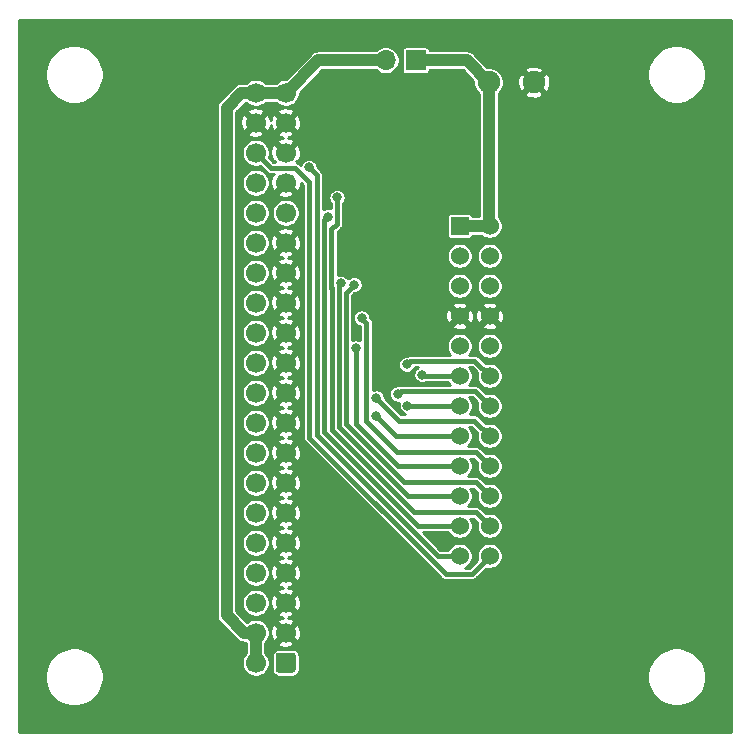
<source format=gbr>
%TF.GenerationSoftware,KiCad,Pcbnew,(5.1.10)-1*%
%TF.CreationDate,2021-06-03T16:28:04-04:00*%
%TF.ProjectId,Flex_Adapter,466c6578-5f41-4646-9170-7465722e6b69,v1*%
%TF.SameCoordinates,Original*%
%TF.FileFunction,Copper,L2,Bot*%
%TF.FilePolarity,Positive*%
%FSLAX46Y46*%
G04 Gerber Fmt 4.6, Leading zero omitted, Abs format (unit mm)*
G04 Created by KiCad (PCBNEW (5.1.10)-1) date 2021-06-03 16:28:04*
%MOMM*%
%LPD*%
G01*
G04 APERTURE LIST*
%TA.AperFunction,ComponentPad*%
%ADD10C,1.530000*%
%TD*%
%TA.AperFunction,ComponentPad*%
%ADD11R,1.530000X1.530000*%
%TD*%
%TA.AperFunction,ComponentPad*%
%ADD12C,1.904000*%
%TD*%
%TA.AperFunction,ComponentPad*%
%ADD13O,1.700000X1.700000*%
%TD*%
%TA.AperFunction,ComponentPad*%
%ADD14R,1.700000X1.700000*%
%TD*%
%TA.AperFunction,ComponentPad*%
%ADD15C,1.700000*%
%TD*%
%TA.AperFunction,ViaPad*%
%ADD16C,0.800000*%
%TD*%
%TA.AperFunction,Conductor*%
%ADD17C,1.000000*%
%TD*%
%TA.AperFunction,Conductor*%
%ADD18C,0.400000*%
%TD*%
%TA.AperFunction,Conductor*%
%ADD19C,0.254000*%
%TD*%
%TA.AperFunction,Conductor*%
%ADD20C,0.100000*%
%TD*%
G04 APERTURE END LIST*
D10*
%TO.P,J2,24*%
%TO.N,OUT16*%
X152170000Y-119770000D03*
%TO.P,J2,23*%
%TO.N,OUT15*%
X149630000Y-119770000D03*
%TO.P,J2,22*%
%TO.N,OUT14*%
X152170000Y-117230000D03*
%TO.P,J2,21*%
%TO.N,OUT13*%
X149630000Y-117230000D03*
%TO.P,J2,20*%
%TO.N,OUT12*%
X152170000Y-114690000D03*
%TO.P,J2,19*%
%TO.N,OUT11*%
X149630000Y-114690000D03*
%TO.P,J2,18*%
%TO.N,OUT10*%
X152170000Y-112150000D03*
%TO.P,J2,17*%
%TO.N,OUT9*%
X149630000Y-112150000D03*
%TO.P,J2,16*%
%TO.N,OUT8*%
X152170000Y-109610000D03*
%TO.P,J2,15*%
%TO.N,OUT7*%
X149630000Y-109610000D03*
%TO.P,J2,14*%
%TO.N,OUT6*%
X152170000Y-107070000D03*
%TO.P,J2,13*%
%TO.N,OUT5*%
X149630000Y-107070000D03*
%TO.P,J2,12*%
%TO.N,OUT4*%
X152170000Y-104530000D03*
%TO.P,J2,11*%
%TO.N,OUT3*%
X149630000Y-104530000D03*
%TO.P,J2,10*%
%TO.N,OUT2*%
X152170000Y-101990000D03*
%TO.P,J2,9*%
%TO.N,OUT1*%
X149630000Y-101990000D03*
%TO.P,J2,8*%
%TO.N,GND*%
X152170000Y-99450000D03*
%TO.P,J2,7*%
X149630000Y-99450000D03*
%TO.P,J2,6*%
%TO.N,Net-(J2-Pad6)*%
X152170000Y-96910000D03*
%TO.P,J2,5*%
%TO.N,Net-(J2-Pad5)*%
X149630000Y-96910000D03*
%TO.P,J2,4*%
%TO.N,Net-(J2-Pad4)*%
X152170000Y-94370000D03*
%TO.P,J2,3*%
%TO.N,Net-(J2-Pad3)*%
X149630000Y-94370000D03*
%TO.P,J2,2*%
%TO.N,PWR_HINKS*%
X152170000Y-91830000D03*
D11*
%TO.P,J2,1*%
X149630000Y-91830000D03*
%TD*%
D12*
%TO.P,J4,2*%
%TO.N,GND*%
X155904440Y-79650459D03*
%TO.P,J4,1*%
%TO.N,PWR_HINKS*%
X152094440Y-79650459D03*
%TD*%
D13*
%TO.P,J3,2*%
%TO.N,+5V*%
X143360000Y-77800000D03*
D14*
%TO.P,J3,1*%
%TO.N,PWR_HINKS*%
X145900000Y-77800000D03*
%TD*%
D15*
%TO.P,J1,40*%
%TO.N,+5V*%
X132360000Y-80540000D03*
%TO.P,J1,38*%
%TO.N,GND*%
X132360000Y-83080000D03*
%TO.P,J1,36*%
%TO.N,OUT16*%
X132360000Y-85620000D03*
%TO.P,J1,34*%
%TO.N,OUT15*%
X132360000Y-88160000D03*
%TO.P,J1,32*%
%TO.N,OUT14*%
X132360000Y-90700000D03*
%TO.P,J1,30*%
%TO.N,Net-(J1-Pad30)*%
X132360000Y-93240000D03*
%TO.P,J1,28*%
%TO.N,OUT12*%
X132360000Y-95780000D03*
%TO.P,J1,26*%
%TO.N,OUT11*%
X132360000Y-98320000D03*
%TO.P,J1,24*%
%TO.N,OUT10*%
X132360000Y-100860000D03*
%TO.P,J1,22*%
%TO.N,OUT9*%
X132360000Y-103400000D03*
%TO.P,J1,20*%
%TO.N,OUT8*%
X132360000Y-105940000D03*
%TO.P,J1,18*%
%TO.N,OUT7*%
X132360000Y-108480000D03*
%TO.P,J1,16*%
%TO.N,OUT6*%
X132360000Y-111020000D03*
%TO.P,J1,14*%
%TO.N,OUT5*%
X132360000Y-113560000D03*
%TO.P,J1,12*%
%TO.N,OUT4*%
X132360000Y-116100000D03*
%TO.P,J1,10*%
%TO.N,OUT3*%
X132360000Y-118640000D03*
%TO.P,J1,8*%
%TO.N,OUT2*%
X132360000Y-121180000D03*
%TO.P,J1,6*%
%TO.N,OUT1*%
X132360000Y-123720000D03*
%TO.P,J1,4*%
%TO.N,+5V*%
X132360000Y-126260000D03*
%TO.P,J1,2*%
X132360000Y-128800000D03*
%TO.P,J1,39*%
X134900000Y-80540000D03*
%TO.P,J1,37*%
%TO.N,GND*%
X134900000Y-83080000D03*
%TO.P,J1,35*%
X134900000Y-85620000D03*
%TO.P,J1,33*%
X134900000Y-88160000D03*
%TO.P,J1,31*%
%TO.N,OUT13*%
X134900000Y-90700000D03*
%TO.P,J1,29*%
%TO.N,GND*%
X134900000Y-93240000D03*
%TO.P,J1,27*%
X134900000Y-95780000D03*
%TO.P,J1,25*%
X134900000Y-98320000D03*
%TO.P,J1,23*%
X134900000Y-100860000D03*
%TO.P,J1,21*%
X134900000Y-103400000D03*
%TO.P,J1,19*%
X134900000Y-105940000D03*
%TO.P,J1,17*%
X134900000Y-108480000D03*
%TO.P,J1,15*%
X134900000Y-111020000D03*
%TO.P,J1,13*%
X134900000Y-113560000D03*
%TO.P,J1,11*%
X134900000Y-116100000D03*
%TO.P,J1,9*%
X134900000Y-118640000D03*
%TO.P,J1,7*%
X134900000Y-121180000D03*
%TO.P,J1,5*%
X134900000Y-123720000D03*
%TO.P,J1,3*%
X134900000Y-126260000D03*
%TO.P,J1,1*%
%TO.N,Net-(J1-Pad1)*%
%TA.AperFunction,ComponentPad*%
G36*
G01*
X135750000Y-128200000D02*
X135750000Y-129400000D01*
G75*
G02*
X135500000Y-129650000I-250000J0D01*
G01*
X134300000Y-129650000D01*
G75*
G02*
X134050000Y-129400000I0J250000D01*
G01*
X134050000Y-128200000D01*
G75*
G02*
X134300000Y-127950000I250000J0D01*
G01*
X135500000Y-127950000D01*
G75*
G02*
X135750000Y-128200000I0J-250000D01*
G01*
G37*
%TD.AperFunction*%
%TD*%
D16*
%TO.N,GND*%
X143200000Y-119700000D03*
X143500000Y-104300000D03*
X143500000Y-101200000D03*
X140800000Y-93500000D03*
X165000000Y-125000000D03*
X155000000Y-125000000D03*
X145000000Y-125000000D03*
X125000000Y-125000000D03*
X125000000Y-115000000D03*
X125000000Y-105000000D03*
X125000000Y-95000000D03*
X125000000Y-85000000D03*
X165000000Y-115000000D03*
X165000000Y-105000000D03*
X165000000Y-95000000D03*
X165000000Y-85000000D03*
X155000000Y-85000000D03*
X145000000Y-85000000D03*
X155000000Y-115000000D03*
X155000000Y-105000000D03*
X155000000Y-95000000D03*
X145000000Y-95000000D03*
X115000000Y-85000000D03*
X115000000Y-95000000D03*
X115000000Y-105000000D03*
X115000000Y-115000000D03*
X115000000Y-125000000D03*
X155000000Y-75000000D03*
X125000000Y-75000000D03*
X140000000Y-75000000D03*
X140000000Y-85000000D03*
%TO.N,OUT15*%
X136870004Y-86870004D03*
%TO.N,OUT14*%
X139260005Y-89410005D03*
%TO.N,OUT12*%
X140699998Y-96799998D03*
%TO.N,OUT11*%
X139584306Y-96684306D03*
%TO.N,OUT10*%
X141340001Y-99609999D03*
%TO.N,OUT9*%
X140849990Y-102149999D03*
%TO.N,OUT8*%
X142557847Y-106392153D03*
%TO.N,OUT7*%
X142540010Y-107884312D03*
%TO.N,OUT6*%
X144400000Y-106050000D03*
%TO.N,OUT5*%
X145200010Y-107050000D03*
%TO.N,OUT4*%
X145150000Y-103550000D03*
%TO.N,OUT3*%
X146452410Y-104421024D03*
%TO.N,OUT13*%
X138459990Y-91034311D03*
%TD*%
D17*
%TO.N,+5V*%
X132360000Y-126260000D02*
X132360000Y-128800000D01*
X134900000Y-80540000D02*
X132360000Y-80540000D01*
X129900000Y-81800000D02*
X131160000Y-80540000D01*
X129900000Y-124800000D02*
X129900000Y-81800000D01*
X131360000Y-126260000D02*
X129900000Y-124800000D01*
X131160000Y-80540000D02*
X132360000Y-80540000D01*
X132360000Y-126260000D02*
X131360000Y-126260000D01*
X137640000Y-77800000D02*
X134900000Y-80540000D01*
X143360000Y-77800000D02*
X137640000Y-77800000D01*
D18*
%TO.N,OUT16*%
X150640000Y-121300000D02*
X152170000Y-119770000D01*
X148458742Y-121300000D02*
X150640000Y-121300000D01*
X136899990Y-109741248D02*
X148458742Y-121300000D01*
X136899990Y-88123998D02*
X136899990Y-109741248D01*
X135685991Y-86909999D02*
X136899990Y-88123998D01*
X133649999Y-86909999D02*
X135685991Y-86909999D01*
X132360000Y-85620000D02*
X133649999Y-86909999D01*
%TO.N,OUT15*%
X149630000Y-119770000D02*
X147777285Y-119770000D01*
X137529996Y-109522711D02*
X137529996Y-87529996D01*
X147777285Y-119770000D02*
X137529996Y-109522711D01*
X137529996Y-87529996D02*
X136870004Y-86870004D01*
%TO.N,OUT14*%
X138799989Y-109094161D02*
X138799989Y-97083991D01*
X139260005Y-91639995D02*
X139260005Y-89410005D01*
X138799989Y-97083991D02*
X138784305Y-97068307D01*
X151004999Y-116064999D02*
X145770827Y-116064999D01*
X138784305Y-92115695D02*
X139260005Y-91639995D01*
X138784305Y-97068307D02*
X138784305Y-92115695D01*
X145770827Y-116064999D02*
X138799989Y-109094161D01*
X152170000Y-117230000D02*
X151004999Y-116064999D01*
%TO.N,OUT12*%
X140000011Y-108597097D02*
X140000011Y-97499985D01*
X151004999Y-113524999D02*
X144927913Y-113524999D01*
X140000011Y-97499985D02*
X140699998Y-96799998D01*
X152170000Y-114690000D02*
X151004999Y-113524999D01*
X144927913Y-113524999D02*
X140000011Y-108597097D01*
%TO.N,OUT11*%
X139400000Y-96868612D02*
X139584306Y-96684306D01*
X149630000Y-114690000D02*
X145244371Y-114690000D01*
X139400000Y-108845629D02*
X139400000Y-96868612D01*
X145244371Y-114690000D02*
X139400000Y-108845629D01*
%TO.N,OUT10*%
X141740000Y-100009998D02*
X141340001Y-99609999D01*
X141740000Y-108374014D02*
X141740000Y-100009998D01*
X151004999Y-110984999D02*
X144350985Y-110984999D01*
X152170000Y-112150000D02*
X151004999Y-110984999D01*
X144350985Y-110984999D02*
X141740000Y-108374014D01*
%TO.N,OUT9*%
X140849990Y-102715684D02*
X140849990Y-102149999D01*
X149630000Y-112150000D02*
X144401457Y-112150000D01*
X140849990Y-108598533D02*
X140849990Y-102715684D01*
X144401457Y-112150000D02*
X140849990Y-108598533D01*
%TO.N,OUT8*%
X152170000Y-109610000D02*
X150860000Y-108300000D01*
X150860000Y-108300000D02*
X144465694Y-108300000D01*
X144465694Y-108300000D02*
X142557847Y-106392153D01*
%TO.N,OUT7*%
X144265698Y-109610000D02*
X142540010Y-107884312D01*
X149630000Y-109610000D02*
X144265698Y-109610000D01*
%TO.N,OUT6*%
X144650000Y-105800000D02*
X144400000Y-106050000D01*
X150900000Y-105800000D02*
X144650000Y-105800000D01*
X152170000Y-107070000D02*
X150900000Y-105800000D01*
%TO.N,OUT5*%
X145220010Y-107070000D02*
X145200010Y-107050000D01*
X149630000Y-107070000D02*
X145220010Y-107070000D01*
%TO.N,OUT4*%
X150889998Y-103249998D02*
X145450002Y-103249998D01*
X152170000Y-104530000D02*
X150889998Y-103249998D01*
X145450002Y-103249998D02*
X145150000Y-103550000D01*
%TO.N,OUT3*%
X146561386Y-104530000D02*
X146452410Y-104421024D01*
X149630000Y-104530000D02*
X146561386Y-104530000D01*
%TO.N,OUT13*%
X149630000Y-117230000D02*
X146085828Y-117230000D01*
X138144254Y-109288426D02*
X138144254Y-91350047D01*
X138144254Y-91350047D02*
X138459990Y-91034311D01*
X146085828Y-117230000D02*
X138144254Y-109288426D01*
D17*
%TO.N,PWR_HINKS*%
X152170000Y-91830000D02*
X149630000Y-91830000D01*
X152150000Y-91810000D02*
X152170000Y-91830000D01*
X152150000Y-79706019D02*
X152150000Y-91810000D01*
X150243981Y-77800000D02*
X152150000Y-79706019D01*
X145900000Y-77800000D02*
X150243981Y-77800000D01*
%TD*%
D19*
%TO.N,GND*%
X172640001Y-134640000D02*
X112360000Y-134640000D01*
X112360000Y-129755249D01*
X114515000Y-129755249D01*
X114515000Y-130244751D01*
X114610497Y-130724848D01*
X114797821Y-131177089D01*
X115069774Y-131584095D01*
X115415905Y-131930226D01*
X115822911Y-132202179D01*
X116275152Y-132389503D01*
X116755249Y-132485000D01*
X117244751Y-132485000D01*
X117724848Y-132389503D01*
X118177089Y-132202179D01*
X118584095Y-131930226D01*
X118930226Y-131584095D01*
X119202179Y-131177089D01*
X119389503Y-130724848D01*
X119485000Y-130244751D01*
X119485000Y-129755249D01*
X119389503Y-129275152D01*
X119202179Y-128822911D01*
X118930226Y-128415905D01*
X118584095Y-128069774D01*
X118177089Y-127797821D01*
X117724848Y-127610497D01*
X117244751Y-127515000D01*
X116755249Y-127515000D01*
X116275152Y-127610497D01*
X115822911Y-127797821D01*
X115415905Y-128069774D01*
X115069774Y-128415905D01*
X114797821Y-128822911D01*
X114610497Y-129275152D01*
X114515000Y-129755249D01*
X112360000Y-129755249D01*
X112360000Y-81800000D01*
X129060960Y-81800000D01*
X129065001Y-81841029D01*
X129065000Y-124758982D01*
X129060960Y-124800000D01*
X129065000Y-124841018D01*
X129077082Y-124963688D01*
X129124828Y-125121086D01*
X129202364Y-125266145D01*
X129306709Y-125393291D01*
X129338578Y-125419446D01*
X130740563Y-126821432D01*
X130766709Y-126853291D01*
X130798568Y-126879437D01*
X130798570Y-126879439D01*
X130893854Y-126957636D01*
X131038913Y-127035172D01*
X131196311Y-127082918D01*
X131360000Y-127099040D01*
X131401018Y-127095000D01*
X131519156Y-127095000D01*
X131525000Y-127100844D01*
X131525001Y-127959155D01*
X131439550Y-128044606D01*
X131309866Y-128238692D01*
X131220539Y-128454348D01*
X131175000Y-128683288D01*
X131175000Y-128916712D01*
X131220539Y-129145652D01*
X131309866Y-129361308D01*
X131439550Y-129555394D01*
X131604606Y-129720450D01*
X131798692Y-129850134D01*
X132014348Y-129939461D01*
X132243288Y-129985000D01*
X132476712Y-129985000D01*
X132705652Y-129939461D01*
X132921308Y-129850134D01*
X133115394Y-129720450D01*
X133280450Y-129555394D01*
X133410134Y-129361308D01*
X133499461Y-129145652D01*
X133545000Y-128916712D01*
X133545000Y-128683288D01*
X133499461Y-128454348D01*
X133410134Y-128238692D01*
X133384281Y-128200000D01*
X133713380Y-128200000D01*
X133713380Y-129400000D01*
X133724652Y-129514444D01*
X133758034Y-129624490D01*
X133812243Y-129725909D01*
X133885197Y-129814803D01*
X133974091Y-129887757D01*
X134075510Y-129941966D01*
X134185556Y-129975348D01*
X134300000Y-129986620D01*
X135500000Y-129986620D01*
X135614444Y-129975348D01*
X135724490Y-129941966D01*
X135825909Y-129887757D01*
X135914803Y-129814803D01*
X135963678Y-129755249D01*
X165515000Y-129755249D01*
X165515000Y-130244751D01*
X165610497Y-130724848D01*
X165797821Y-131177089D01*
X166069774Y-131584095D01*
X166415905Y-131930226D01*
X166822911Y-132202179D01*
X167275152Y-132389503D01*
X167755249Y-132485000D01*
X168244751Y-132485000D01*
X168724848Y-132389503D01*
X169177089Y-132202179D01*
X169584095Y-131930226D01*
X169930226Y-131584095D01*
X170202179Y-131177089D01*
X170389503Y-130724848D01*
X170485000Y-130244751D01*
X170485000Y-129755249D01*
X170389503Y-129275152D01*
X170202179Y-128822911D01*
X169930226Y-128415905D01*
X169584095Y-128069774D01*
X169177089Y-127797821D01*
X168724848Y-127610497D01*
X168244751Y-127515000D01*
X167755249Y-127515000D01*
X167275152Y-127610497D01*
X166822911Y-127797821D01*
X166415905Y-128069774D01*
X166069774Y-128415905D01*
X165797821Y-128822911D01*
X165610497Y-129275152D01*
X165515000Y-129755249D01*
X135963678Y-129755249D01*
X135987757Y-129725909D01*
X136041966Y-129624490D01*
X136075348Y-129514444D01*
X136086620Y-129400000D01*
X136086620Y-128200000D01*
X136075348Y-128085556D01*
X136041966Y-127975510D01*
X135987757Y-127874091D01*
X135914803Y-127785197D01*
X135825909Y-127712243D01*
X135724490Y-127658034D01*
X135614444Y-127624652D01*
X135500000Y-127613380D01*
X134300000Y-127613380D01*
X134185556Y-127624652D01*
X134075510Y-127658034D01*
X133974091Y-127712243D01*
X133885197Y-127785197D01*
X133812243Y-127874091D01*
X133758034Y-127975510D01*
X133724652Y-128085556D01*
X133713380Y-128200000D01*
X133384281Y-128200000D01*
X133280450Y-128044606D01*
X133195000Y-127959156D01*
X133195000Y-127181097D01*
X134158508Y-127181097D01*
X134247466Y-127374201D01*
X134477374Y-127480095D01*
X134723524Y-127539102D01*
X134976455Y-127548952D01*
X135226449Y-127509270D01*
X135463896Y-127421578D01*
X135552534Y-127374201D01*
X135641492Y-127181097D01*
X134900000Y-126439605D01*
X134158508Y-127181097D01*
X133195000Y-127181097D01*
X133195000Y-127100844D01*
X133280450Y-127015394D01*
X133410134Y-126821308D01*
X133499461Y-126605652D01*
X133545000Y-126376712D01*
X133545000Y-126336455D01*
X133611048Y-126336455D01*
X133650730Y-126586449D01*
X133738422Y-126823896D01*
X133785799Y-126912534D01*
X133978903Y-127001492D01*
X134720395Y-126260000D01*
X135079605Y-126260000D01*
X135821097Y-127001492D01*
X136014201Y-126912534D01*
X136120095Y-126682626D01*
X136179102Y-126436476D01*
X136188952Y-126183545D01*
X136149270Y-125933551D01*
X136061578Y-125696104D01*
X136014201Y-125607466D01*
X135821097Y-125518508D01*
X135079605Y-126260000D01*
X134720395Y-126260000D01*
X133978903Y-125518508D01*
X133785799Y-125607466D01*
X133679905Y-125837374D01*
X133620898Y-126083524D01*
X133611048Y-126336455D01*
X133545000Y-126336455D01*
X133545000Y-126143288D01*
X133499461Y-125914348D01*
X133410134Y-125698692D01*
X133280450Y-125504606D01*
X133115394Y-125339550D01*
X132921308Y-125209866D01*
X132705652Y-125120539D01*
X132476712Y-125075000D01*
X132243288Y-125075000D01*
X132014348Y-125120539D01*
X131798692Y-125209866D01*
X131614085Y-125333216D01*
X130735000Y-124454133D01*
X130735000Y-123603288D01*
X131175000Y-123603288D01*
X131175000Y-123836712D01*
X131220539Y-124065652D01*
X131309866Y-124281308D01*
X131439550Y-124475394D01*
X131604606Y-124640450D01*
X131798692Y-124770134D01*
X132014348Y-124859461D01*
X132243288Y-124905000D01*
X132476712Y-124905000D01*
X132705652Y-124859461D01*
X132921308Y-124770134D01*
X133114425Y-124641097D01*
X134158508Y-124641097D01*
X134247466Y-124834201D01*
X134477374Y-124940095D01*
X134692962Y-124991776D01*
X134573551Y-125010730D01*
X134336104Y-125098422D01*
X134247466Y-125145799D01*
X134158508Y-125338903D01*
X134900000Y-126080395D01*
X135641492Y-125338903D01*
X135552534Y-125145799D01*
X135322626Y-125039905D01*
X135107038Y-124988224D01*
X135226449Y-124969270D01*
X135463896Y-124881578D01*
X135552534Y-124834201D01*
X135641492Y-124641097D01*
X134900000Y-123899605D01*
X134158508Y-124641097D01*
X133114425Y-124641097D01*
X133115394Y-124640450D01*
X133280450Y-124475394D01*
X133410134Y-124281308D01*
X133499461Y-124065652D01*
X133545000Y-123836712D01*
X133545000Y-123796455D01*
X133611048Y-123796455D01*
X133650730Y-124046449D01*
X133738422Y-124283896D01*
X133785799Y-124372534D01*
X133978903Y-124461492D01*
X134720395Y-123720000D01*
X135079605Y-123720000D01*
X135821097Y-124461492D01*
X136014201Y-124372534D01*
X136120095Y-124142626D01*
X136179102Y-123896476D01*
X136188952Y-123643545D01*
X136149270Y-123393551D01*
X136061578Y-123156104D01*
X136014201Y-123067466D01*
X135821097Y-122978508D01*
X135079605Y-123720000D01*
X134720395Y-123720000D01*
X133978903Y-122978508D01*
X133785799Y-123067466D01*
X133679905Y-123297374D01*
X133620898Y-123543524D01*
X133611048Y-123796455D01*
X133545000Y-123796455D01*
X133545000Y-123603288D01*
X133499461Y-123374348D01*
X133410134Y-123158692D01*
X133280450Y-122964606D01*
X133115394Y-122799550D01*
X132921308Y-122669866D01*
X132705652Y-122580539D01*
X132476712Y-122535000D01*
X132243288Y-122535000D01*
X132014348Y-122580539D01*
X131798692Y-122669866D01*
X131604606Y-122799550D01*
X131439550Y-122964606D01*
X131309866Y-123158692D01*
X131220539Y-123374348D01*
X131175000Y-123603288D01*
X130735000Y-123603288D01*
X130735000Y-121063288D01*
X131175000Y-121063288D01*
X131175000Y-121296712D01*
X131220539Y-121525652D01*
X131309866Y-121741308D01*
X131439550Y-121935394D01*
X131604606Y-122100450D01*
X131798692Y-122230134D01*
X132014348Y-122319461D01*
X132243288Y-122365000D01*
X132476712Y-122365000D01*
X132705652Y-122319461D01*
X132921308Y-122230134D01*
X133114425Y-122101097D01*
X134158508Y-122101097D01*
X134247466Y-122294201D01*
X134477374Y-122400095D01*
X134692962Y-122451776D01*
X134573551Y-122470730D01*
X134336104Y-122558422D01*
X134247466Y-122605799D01*
X134158508Y-122798903D01*
X134900000Y-123540395D01*
X135641492Y-122798903D01*
X135552534Y-122605799D01*
X135322626Y-122499905D01*
X135107038Y-122448224D01*
X135226449Y-122429270D01*
X135463896Y-122341578D01*
X135552534Y-122294201D01*
X135641492Y-122101097D01*
X134900000Y-121359605D01*
X134158508Y-122101097D01*
X133114425Y-122101097D01*
X133115394Y-122100450D01*
X133280450Y-121935394D01*
X133410134Y-121741308D01*
X133499461Y-121525652D01*
X133545000Y-121296712D01*
X133545000Y-121256455D01*
X133611048Y-121256455D01*
X133650730Y-121506449D01*
X133738422Y-121743896D01*
X133785799Y-121832534D01*
X133978903Y-121921492D01*
X134720395Y-121180000D01*
X135079605Y-121180000D01*
X135821097Y-121921492D01*
X136014201Y-121832534D01*
X136120095Y-121602626D01*
X136179102Y-121356476D01*
X136188952Y-121103545D01*
X136149270Y-120853551D01*
X136061578Y-120616104D01*
X136014201Y-120527466D01*
X135821097Y-120438508D01*
X135079605Y-121180000D01*
X134720395Y-121180000D01*
X133978903Y-120438508D01*
X133785799Y-120527466D01*
X133679905Y-120757374D01*
X133620898Y-121003524D01*
X133611048Y-121256455D01*
X133545000Y-121256455D01*
X133545000Y-121063288D01*
X133499461Y-120834348D01*
X133410134Y-120618692D01*
X133280450Y-120424606D01*
X133115394Y-120259550D01*
X132921308Y-120129866D01*
X132705652Y-120040539D01*
X132476712Y-119995000D01*
X132243288Y-119995000D01*
X132014348Y-120040539D01*
X131798692Y-120129866D01*
X131604606Y-120259550D01*
X131439550Y-120424606D01*
X131309866Y-120618692D01*
X131220539Y-120834348D01*
X131175000Y-121063288D01*
X130735000Y-121063288D01*
X130735000Y-118523288D01*
X131175000Y-118523288D01*
X131175000Y-118756712D01*
X131220539Y-118985652D01*
X131309866Y-119201308D01*
X131439550Y-119395394D01*
X131604606Y-119560450D01*
X131798692Y-119690134D01*
X132014348Y-119779461D01*
X132243288Y-119825000D01*
X132476712Y-119825000D01*
X132705652Y-119779461D01*
X132921308Y-119690134D01*
X133114425Y-119561097D01*
X134158508Y-119561097D01*
X134247466Y-119754201D01*
X134477374Y-119860095D01*
X134692962Y-119911776D01*
X134573551Y-119930730D01*
X134336104Y-120018422D01*
X134247466Y-120065799D01*
X134158508Y-120258903D01*
X134900000Y-121000395D01*
X135641492Y-120258903D01*
X135552534Y-120065799D01*
X135322626Y-119959905D01*
X135107038Y-119908224D01*
X135226449Y-119889270D01*
X135463896Y-119801578D01*
X135552534Y-119754201D01*
X135641492Y-119561097D01*
X134900000Y-118819605D01*
X134158508Y-119561097D01*
X133114425Y-119561097D01*
X133115394Y-119560450D01*
X133280450Y-119395394D01*
X133410134Y-119201308D01*
X133499461Y-118985652D01*
X133545000Y-118756712D01*
X133545000Y-118716455D01*
X133611048Y-118716455D01*
X133650730Y-118966449D01*
X133738422Y-119203896D01*
X133785799Y-119292534D01*
X133978903Y-119381492D01*
X134720395Y-118640000D01*
X135079605Y-118640000D01*
X135821097Y-119381492D01*
X136014201Y-119292534D01*
X136120095Y-119062626D01*
X136179102Y-118816476D01*
X136188952Y-118563545D01*
X136149270Y-118313551D01*
X136061578Y-118076104D01*
X136014201Y-117987466D01*
X135821097Y-117898508D01*
X135079605Y-118640000D01*
X134720395Y-118640000D01*
X133978903Y-117898508D01*
X133785799Y-117987466D01*
X133679905Y-118217374D01*
X133620898Y-118463524D01*
X133611048Y-118716455D01*
X133545000Y-118716455D01*
X133545000Y-118523288D01*
X133499461Y-118294348D01*
X133410134Y-118078692D01*
X133280450Y-117884606D01*
X133115394Y-117719550D01*
X132921308Y-117589866D01*
X132705652Y-117500539D01*
X132476712Y-117455000D01*
X132243288Y-117455000D01*
X132014348Y-117500539D01*
X131798692Y-117589866D01*
X131604606Y-117719550D01*
X131439550Y-117884606D01*
X131309866Y-118078692D01*
X131220539Y-118294348D01*
X131175000Y-118523288D01*
X130735000Y-118523288D01*
X130735000Y-115983288D01*
X131175000Y-115983288D01*
X131175000Y-116216712D01*
X131220539Y-116445652D01*
X131309866Y-116661308D01*
X131439550Y-116855394D01*
X131604606Y-117020450D01*
X131798692Y-117150134D01*
X132014348Y-117239461D01*
X132243288Y-117285000D01*
X132476712Y-117285000D01*
X132705652Y-117239461D01*
X132921308Y-117150134D01*
X133114425Y-117021097D01*
X134158508Y-117021097D01*
X134247466Y-117214201D01*
X134477374Y-117320095D01*
X134692962Y-117371776D01*
X134573551Y-117390730D01*
X134336104Y-117478422D01*
X134247466Y-117525799D01*
X134158508Y-117718903D01*
X134900000Y-118460395D01*
X135641492Y-117718903D01*
X135552534Y-117525799D01*
X135322626Y-117419905D01*
X135107038Y-117368224D01*
X135226449Y-117349270D01*
X135463896Y-117261578D01*
X135552534Y-117214201D01*
X135641492Y-117021097D01*
X134900000Y-116279605D01*
X134158508Y-117021097D01*
X133114425Y-117021097D01*
X133115394Y-117020450D01*
X133280450Y-116855394D01*
X133410134Y-116661308D01*
X133499461Y-116445652D01*
X133545000Y-116216712D01*
X133545000Y-116176455D01*
X133611048Y-116176455D01*
X133650730Y-116426449D01*
X133738422Y-116663896D01*
X133785799Y-116752534D01*
X133978903Y-116841492D01*
X134720395Y-116100000D01*
X135079605Y-116100000D01*
X135821097Y-116841492D01*
X136014201Y-116752534D01*
X136120095Y-116522626D01*
X136179102Y-116276476D01*
X136188952Y-116023545D01*
X136149270Y-115773551D01*
X136061578Y-115536104D01*
X136014201Y-115447466D01*
X135821097Y-115358508D01*
X135079605Y-116100000D01*
X134720395Y-116100000D01*
X133978903Y-115358508D01*
X133785799Y-115447466D01*
X133679905Y-115677374D01*
X133620898Y-115923524D01*
X133611048Y-116176455D01*
X133545000Y-116176455D01*
X133545000Y-115983288D01*
X133499461Y-115754348D01*
X133410134Y-115538692D01*
X133280450Y-115344606D01*
X133115394Y-115179550D01*
X132921308Y-115049866D01*
X132705652Y-114960539D01*
X132476712Y-114915000D01*
X132243288Y-114915000D01*
X132014348Y-114960539D01*
X131798692Y-115049866D01*
X131604606Y-115179550D01*
X131439550Y-115344606D01*
X131309866Y-115538692D01*
X131220539Y-115754348D01*
X131175000Y-115983288D01*
X130735000Y-115983288D01*
X130735000Y-113443288D01*
X131175000Y-113443288D01*
X131175000Y-113676712D01*
X131220539Y-113905652D01*
X131309866Y-114121308D01*
X131439550Y-114315394D01*
X131604606Y-114480450D01*
X131798692Y-114610134D01*
X132014348Y-114699461D01*
X132243288Y-114745000D01*
X132476712Y-114745000D01*
X132705652Y-114699461D01*
X132921308Y-114610134D01*
X133114425Y-114481097D01*
X134158508Y-114481097D01*
X134247466Y-114674201D01*
X134477374Y-114780095D01*
X134692962Y-114831776D01*
X134573551Y-114850730D01*
X134336104Y-114938422D01*
X134247466Y-114985799D01*
X134158508Y-115178903D01*
X134900000Y-115920395D01*
X135641492Y-115178903D01*
X135552534Y-114985799D01*
X135322626Y-114879905D01*
X135107038Y-114828224D01*
X135226449Y-114809270D01*
X135463896Y-114721578D01*
X135552534Y-114674201D01*
X135641492Y-114481097D01*
X134900000Y-113739605D01*
X134158508Y-114481097D01*
X133114425Y-114481097D01*
X133115394Y-114480450D01*
X133280450Y-114315394D01*
X133410134Y-114121308D01*
X133499461Y-113905652D01*
X133545000Y-113676712D01*
X133545000Y-113636455D01*
X133611048Y-113636455D01*
X133650730Y-113886449D01*
X133738422Y-114123896D01*
X133785799Y-114212534D01*
X133978903Y-114301492D01*
X134720395Y-113560000D01*
X135079605Y-113560000D01*
X135821097Y-114301492D01*
X136014201Y-114212534D01*
X136120095Y-113982626D01*
X136179102Y-113736476D01*
X136188952Y-113483545D01*
X136149270Y-113233551D01*
X136061578Y-112996104D01*
X136014201Y-112907466D01*
X135821097Y-112818508D01*
X135079605Y-113560000D01*
X134720395Y-113560000D01*
X133978903Y-112818508D01*
X133785799Y-112907466D01*
X133679905Y-113137374D01*
X133620898Y-113383524D01*
X133611048Y-113636455D01*
X133545000Y-113636455D01*
X133545000Y-113443288D01*
X133499461Y-113214348D01*
X133410134Y-112998692D01*
X133280450Y-112804606D01*
X133115394Y-112639550D01*
X132921308Y-112509866D01*
X132705652Y-112420539D01*
X132476712Y-112375000D01*
X132243288Y-112375000D01*
X132014348Y-112420539D01*
X131798692Y-112509866D01*
X131604606Y-112639550D01*
X131439550Y-112804606D01*
X131309866Y-112998692D01*
X131220539Y-113214348D01*
X131175000Y-113443288D01*
X130735000Y-113443288D01*
X130735000Y-110903288D01*
X131175000Y-110903288D01*
X131175000Y-111136712D01*
X131220539Y-111365652D01*
X131309866Y-111581308D01*
X131439550Y-111775394D01*
X131604606Y-111940450D01*
X131798692Y-112070134D01*
X132014348Y-112159461D01*
X132243288Y-112205000D01*
X132476712Y-112205000D01*
X132705652Y-112159461D01*
X132921308Y-112070134D01*
X133114425Y-111941097D01*
X134158508Y-111941097D01*
X134247466Y-112134201D01*
X134477374Y-112240095D01*
X134692962Y-112291776D01*
X134573551Y-112310730D01*
X134336104Y-112398422D01*
X134247466Y-112445799D01*
X134158508Y-112638903D01*
X134900000Y-113380395D01*
X135641492Y-112638903D01*
X135552534Y-112445799D01*
X135322626Y-112339905D01*
X135107038Y-112288224D01*
X135226449Y-112269270D01*
X135463896Y-112181578D01*
X135552534Y-112134201D01*
X135641492Y-111941097D01*
X134900000Y-111199605D01*
X134158508Y-111941097D01*
X133114425Y-111941097D01*
X133115394Y-111940450D01*
X133280450Y-111775394D01*
X133410134Y-111581308D01*
X133499461Y-111365652D01*
X133545000Y-111136712D01*
X133545000Y-111096455D01*
X133611048Y-111096455D01*
X133650730Y-111346449D01*
X133738422Y-111583896D01*
X133785799Y-111672534D01*
X133978903Y-111761492D01*
X134720395Y-111020000D01*
X135079605Y-111020000D01*
X135821097Y-111761492D01*
X136014201Y-111672534D01*
X136120095Y-111442626D01*
X136179102Y-111196476D01*
X136188952Y-110943545D01*
X136149270Y-110693551D01*
X136061578Y-110456104D01*
X136014201Y-110367466D01*
X135821097Y-110278508D01*
X135079605Y-111020000D01*
X134720395Y-111020000D01*
X133978903Y-110278508D01*
X133785799Y-110367466D01*
X133679905Y-110597374D01*
X133620898Y-110843524D01*
X133611048Y-111096455D01*
X133545000Y-111096455D01*
X133545000Y-110903288D01*
X133499461Y-110674348D01*
X133410134Y-110458692D01*
X133280450Y-110264606D01*
X133115394Y-110099550D01*
X132921308Y-109969866D01*
X132705652Y-109880539D01*
X132476712Y-109835000D01*
X132243288Y-109835000D01*
X132014348Y-109880539D01*
X131798692Y-109969866D01*
X131604606Y-110099550D01*
X131439550Y-110264606D01*
X131309866Y-110458692D01*
X131220539Y-110674348D01*
X131175000Y-110903288D01*
X130735000Y-110903288D01*
X130735000Y-108363288D01*
X131175000Y-108363288D01*
X131175000Y-108596712D01*
X131220539Y-108825652D01*
X131309866Y-109041308D01*
X131439550Y-109235394D01*
X131604606Y-109400450D01*
X131798692Y-109530134D01*
X132014348Y-109619461D01*
X132243288Y-109665000D01*
X132476712Y-109665000D01*
X132705652Y-109619461D01*
X132921308Y-109530134D01*
X133114425Y-109401097D01*
X134158508Y-109401097D01*
X134247466Y-109594201D01*
X134477374Y-109700095D01*
X134692962Y-109751776D01*
X134573551Y-109770730D01*
X134336104Y-109858422D01*
X134247466Y-109905799D01*
X134158508Y-110098903D01*
X134900000Y-110840395D01*
X135641492Y-110098903D01*
X135552534Y-109905799D01*
X135322626Y-109799905D01*
X135107038Y-109748224D01*
X135226449Y-109729270D01*
X135463896Y-109641578D01*
X135552534Y-109594201D01*
X135641492Y-109401097D01*
X134900000Y-108659605D01*
X134158508Y-109401097D01*
X133114425Y-109401097D01*
X133115394Y-109400450D01*
X133280450Y-109235394D01*
X133410134Y-109041308D01*
X133499461Y-108825652D01*
X133545000Y-108596712D01*
X133545000Y-108556455D01*
X133611048Y-108556455D01*
X133650730Y-108806449D01*
X133738422Y-109043896D01*
X133785799Y-109132534D01*
X133978903Y-109221492D01*
X134720395Y-108480000D01*
X135079605Y-108480000D01*
X135821097Y-109221492D01*
X136014201Y-109132534D01*
X136120095Y-108902626D01*
X136179102Y-108656476D01*
X136188952Y-108403545D01*
X136149270Y-108153551D01*
X136061578Y-107916104D01*
X136014201Y-107827466D01*
X135821097Y-107738508D01*
X135079605Y-108480000D01*
X134720395Y-108480000D01*
X133978903Y-107738508D01*
X133785799Y-107827466D01*
X133679905Y-108057374D01*
X133620898Y-108303524D01*
X133611048Y-108556455D01*
X133545000Y-108556455D01*
X133545000Y-108363288D01*
X133499461Y-108134348D01*
X133410134Y-107918692D01*
X133280450Y-107724606D01*
X133115394Y-107559550D01*
X132921308Y-107429866D01*
X132705652Y-107340539D01*
X132476712Y-107295000D01*
X132243288Y-107295000D01*
X132014348Y-107340539D01*
X131798692Y-107429866D01*
X131604606Y-107559550D01*
X131439550Y-107724606D01*
X131309866Y-107918692D01*
X131220539Y-108134348D01*
X131175000Y-108363288D01*
X130735000Y-108363288D01*
X130735000Y-105823288D01*
X131175000Y-105823288D01*
X131175000Y-106056712D01*
X131220539Y-106285652D01*
X131309866Y-106501308D01*
X131439550Y-106695394D01*
X131604606Y-106860450D01*
X131798692Y-106990134D01*
X132014348Y-107079461D01*
X132243288Y-107125000D01*
X132476712Y-107125000D01*
X132705652Y-107079461D01*
X132921308Y-106990134D01*
X133114425Y-106861097D01*
X134158508Y-106861097D01*
X134247466Y-107054201D01*
X134477374Y-107160095D01*
X134692962Y-107211776D01*
X134573551Y-107230730D01*
X134336104Y-107318422D01*
X134247466Y-107365799D01*
X134158508Y-107558903D01*
X134900000Y-108300395D01*
X135641492Y-107558903D01*
X135552534Y-107365799D01*
X135322626Y-107259905D01*
X135107038Y-107208224D01*
X135226449Y-107189270D01*
X135463896Y-107101578D01*
X135552534Y-107054201D01*
X135641492Y-106861097D01*
X134900000Y-106119605D01*
X134158508Y-106861097D01*
X133114425Y-106861097D01*
X133115394Y-106860450D01*
X133280450Y-106695394D01*
X133410134Y-106501308D01*
X133499461Y-106285652D01*
X133545000Y-106056712D01*
X133545000Y-106016455D01*
X133611048Y-106016455D01*
X133650730Y-106266449D01*
X133738422Y-106503896D01*
X133785799Y-106592534D01*
X133978903Y-106681492D01*
X134720395Y-105940000D01*
X135079605Y-105940000D01*
X135821097Y-106681492D01*
X136014201Y-106592534D01*
X136120095Y-106362626D01*
X136179102Y-106116476D01*
X136188952Y-105863545D01*
X136149270Y-105613551D01*
X136061578Y-105376104D01*
X136014201Y-105287466D01*
X135821097Y-105198508D01*
X135079605Y-105940000D01*
X134720395Y-105940000D01*
X133978903Y-105198508D01*
X133785799Y-105287466D01*
X133679905Y-105517374D01*
X133620898Y-105763524D01*
X133611048Y-106016455D01*
X133545000Y-106016455D01*
X133545000Y-105823288D01*
X133499461Y-105594348D01*
X133410134Y-105378692D01*
X133280450Y-105184606D01*
X133115394Y-105019550D01*
X132921308Y-104889866D01*
X132705652Y-104800539D01*
X132476712Y-104755000D01*
X132243288Y-104755000D01*
X132014348Y-104800539D01*
X131798692Y-104889866D01*
X131604606Y-105019550D01*
X131439550Y-105184606D01*
X131309866Y-105378692D01*
X131220539Y-105594348D01*
X131175000Y-105823288D01*
X130735000Y-105823288D01*
X130735000Y-103283288D01*
X131175000Y-103283288D01*
X131175000Y-103516712D01*
X131220539Y-103745652D01*
X131309866Y-103961308D01*
X131439550Y-104155394D01*
X131604606Y-104320450D01*
X131798692Y-104450134D01*
X132014348Y-104539461D01*
X132243288Y-104585000D01*
X132476712Y-104585000D01*
X132705652Y-104539461D01*
X132921308Y-104450134D01*
X133114425Y-104321097D01*
X134158508Y-104321097D01*
X134247466Y-104514201D01*
X134477374Y-104620095D01*
X134692962Y-104671776D01*
X134573551Y-104690730D01*
X134336104Y-104778422D01*
X134247466Y-104825799D01*
X134158508Y-105018903D01*
X134900000Y-105760395D01*
X135641492Y-105018903D01*
X135552534Y-104825799D01*
X135322626Y-104719905D01*
X135107038Y-104668224D01*
X135226449Y-104649270D01*
X135463896Y-104561578D01*
X135552534Y-104514201D01*
X135641492Y-104321097D01*
X134900000Y-103579605D01*
X134158508Y-104321097D01*
X133114425Y-104321097D01*
X133115394Y-104320450D01*
X133280450Y-104155394D01*
X133410134Y-103961308D01*
X133499461Y-103745652D01*
X133545000Y-103516712D01*
X133545000Y-103476455D01*
X133611048Y-103476455D01*
X133650730Y-103726449D01*
X133738422Y-103963896D01*
X133785799Y-104052534D01*
X133978903Y-104141492D01*
X134720395Y-103400000D01*
X135079605Y-103400000D01*
X135821097Y-104141492D01*
X136014201Y-104052534D01*
X136120095Y-103822626D01*
X136179102Y-103576476D01*
X136188952Y-103323545D01*
X136149270Y-103073551D01*
X136061578Y-102836104D01*
X136014201Y-102747466D01*
X135821097Y-102658508D01*
X135079605Y-103400000D01*
X134720395Y-103400000D01*
X133978903Y-102658508D01*
X133785799Y-102747466D01*
X133679905Y-102977374D01*
X133620898Y-103223524D01*
X133611048Y-103476455D01*
X133545000Y-103476455D01*
X133545000Y-103283288D01*
X133499461Y-103054348D01*
X133410134Y-102838692D01*
X133280450Y-102644606D01*
X133115394Y-102479550D01*
X132921308Y-102349866D01*
X132705652Y-102260539D01*
X132476712Y-102215000D01*
X132243288Y-102215000D01*
X132014348Y-102260539D01*
X131798692Y-102349866D01*
X131604606Y-102479550D01*
X131439550Y-102644606D01*
X131309866Y-102838692D01*
X131220539Y-103054348D01*
X131175000Y-103283288D01*
X130735000Y-103283288D01*
X130735000Y-100743288D01*
X131175000Y-100743288D01*
X131175000Y-100976712D01*
X131220539Y-101205652D01*
X131309866Y-101421308D01*
X131439550Y-101615394D01*
X131604606Y-101780450D01*
X131798692Y-101910134D01*
X132014348Y-101999461D01*
X132243288Y-102045000D01*
X132476712Y-102045000D01*
X132705652Y-101999461D01*
X132921308Y-101910134D01*
X133114425Y-101781097D01*
X134158508Y-101781097D01*
X134247466Y-101974201D01*
X134477374Y-102080095D01*
X134692962Y-102131776D01*
X134573551Y-102150730D01*
X134336104Y-102238422D01*
X134247466Y-102285799D01*
X134158508Y-102478903D01*
X134900000Y-103220395D01*
X135641492Y-102478903D01*
X135552534Y-102285799D01*
X135322626Y-102179905D01*
X135107038Y-102128224D01*
X135226449Y-102109270D01*
X135463896Y-102021578D01*
X135552534Y-101974201D01*
X135641492Y-101781097D01*
X134900000Y-101039605D01*
X134158508Y-101781097D01*
X133114425Y-101781097D01*
X133115394Y-101780450D01*
X133280450Y-101615394D01*
X133410134Y-101421308D01*
X133499461Y-101205652D01*
X133545000Y-100976712D01*
X133545000Y-100936455D01*
X133611048Y-100936455D01*
X133650730Y-101186449D01*
X133738422Y-101423896D01*
X133785799Y-101512534D01*
X133978903Y-101601492D01*
X134720395Y-100860000D01*
X135079605Y-100860000D01*
X135821097Y-101601492D01*
X136014201Y-101512534D01*
X136120095Y-101282626D01*
X136179102Y-101036476D01*
X136188952Y-100783545D01*
X136149270Y-100533551D01*
X136061578Y-100296104D01*
X136014201Y-100207466D01*
X135821097Y-100118508D01*
X135079605Y-100860000D01*
X134720395Y-100860000D01*
X133978903Y-100118508D01*
X133785799Y-100207466D01*
X133679905Y-100437374D01*
X133620898Y-100683524D01*
X133611048Y-100936455D01*
X133545000Y-100936455D01*
X133545000Y-100743288D01*
X133499461Y-100514348D01*
X133410134Y-100298692D01*
X133280450Y-100104606D01*
X133115394Y-99939550D01*
X132921308Y-99809866D01*
X132705652Y-99720539D01*
X132476712Y-99675000D01*
X132243288Y-99675000D01*
X132014348Y-99720539D01*
X131798692Y-99809866D01*
X131604606Y-99939550D01*
X131439550Y-100104606D01*
X131309866Y-100298692D01*
X131220539Y-100514348D01*
X131175000Y-100743288D01*
X130735000Y-100743288D01*
X130735000Y-98203288D01*
X131175000Y-98203288D01*
X131175000Y-98436712D01*
X131220539Y-98665652D01*
X131309866Y-98881308D01*
X131439550Y-99075394D01*
X131604606Y-99240450D01*
X131798692Y-99370134D01*
X132014348Y-99459461D01*
X132243288Y-99505000D01*
X132476712Y-99505000D01*
X132705652Y-99459461D01*
X132921308Y-99370134D01*
X133114425Y-99241097D01*
X134158508Y-99241097D01*
X134247466Y-99434201D01*
X134477374Y-99540095D01*
X134692962Y-99591776D01*
X134573551Y-99610730D01*
X134336104Y-99698422D01*
X134247466Y-99745799D01*
X134158508Y-99938903D01*
X134900000Y-100680395D01*
X135641492Y-99938903D01*
X135552534Y-99745799D01*
X135322626Y-99639905D01*
X135107038Y-99588224D01*
X135226449Y-99569270D01*
X135463896Y-99481578D01*
X135552534Y-99434201D01*
X135641492Y-99241097D01*
X134900000Y-98499605D01*
X134158508Y-99241097D01*
X133114425Y-99241097D01*
X133115394Y-99240450D01*
X133280450Y-99075394D01*
X133410134Y-98881308D01*
X133499461Y-98665652D01*
X133545000Y-98436712D01*
X133545000Y-98396455D01*
X133611048Y-98396455D01*
X133650730Y-98646449D01*
X133738422Y-98883896D01*
X133785799Y-98972534D01*
X133978903Y-99061492D01*
X134720395Y-98320000D01*
X135079605Y-98320000D01*
X135821097Y-99061492D01*
X136014201Y-98972534D01*
X136120095Y-98742626D01*
X136179102Y-98496476D01*
X136188952Y-98243545D01*
X136149270Y-97993551D01*
X136061578Y-97756104D01*
X136014201Y-97667466D01*
X135821097Y-97578508D01*
X135079605Y-98320000D01*
X134720395Y-98320000D01*
X133978903Y-97578508D01*
X133785799Y-97667466D01*
X133679905Y-97897374D01*
X133620898Y-98143524D01*
X133611048Y-98396455D01*
X133545000Y-98396455D01*
X133545000Y-98203288D01*
X133499461Y-97974348D01*
X133410134Y-97758692D01*
X133280450Y-97564606D01*
X133115394Y-97399550D01*
X132921308Y-97269866D01*
X132705652Y-97180539D01*
X132476712Y-97135000D01*
X132243288Y-97135000D01*
X132014348Y-97180539D01*
X131798692Y-97269866D01*
X131604606Y-97399550D01*
X131439550Y-97564606D01*
X131309866Y-97758692D01*
X131220539Y-97974348D01*
X131175000Y-98203288D01*
X130735000Y-98203288D01*
X130735000Y-95663288D01*
X131175000Y-95663288D01*
X131175000Y-95896712D01*
X131220539Y-96125652D01*
X131309866Y-96341308D01*
X131439550Y-96535394D01*
X131604606Y-96700450D01*
X131798692Y-96830134D01*
X132014348Y-96919461D01*
X132243288Y-96965000D01*
X132476712Y-96965000D01*
X132705652Y-96919461D01*
X132921308Y-96830134D01*
X133114425Y-96701097D01*
X134158508Y-96701097D01*
X134247466Y-96894201D01*
X134477374Y-97000095D01*
X134692962Y-97051776D01*
X134573551Y-97070730D01*
X134336104Y-97158422D01*
X134247466Y-97205799D01*
X134158508Y-97398903D01*
X134900000Y-98140395D01*
X135641492Y-97398903D01*
X135552534Y-97205799D01*
X135322626Y-97099905D01*
X135107038Y-97048224D01*
X135226449Y-97029270D01*
X135463896Y-96941578D01*
X135552534Y-96894201D01*
X135641492Y-96701097D01*
X134900000Y-95959605D01*
X134158508Y-96701097D01*
X133114425Y-96701097D01*
X133115394Y-96700450D01*
X133280450Y-96535394D01*
X133410134Y-96341308D01*
X133499461Y-96125652D01*
X133545000Y-95896712D01*
X133545000Y-95856455D01*
X133611048Y-95856455D01*
X133650730Y-96106449D01*
X133738422Y-96343896D01*
X133785799Y-96432534D01*
X133978903Y-96521492D01*
X134720395Y-95780000D01*
X135079605Y-95780000D01*
X135821097Y-96521492D01*
X136014201Y-96432534D01*
X136120095Y-96202626D01*
X136179102Y-95956476D01*
X136188952Y-95703545D01*
X136149270Y-95453551D01*
X136061578Y-95216104D01*
X136014201Y-95127466D01*
X135821097Y-95038508D01*
X135079605Y-95780000D01*
X134720395Y-95780000D01*
X133978903Y-95038508D01*
X133785799Y-95127466D01*
X133679905Y-95357374D01*
X133620898Y-95603524D01*
X133611048Y-95856455D01*
X133545000Y-95856455D01*
X133545000Y-95663288D01*
X133499461Y-95434348D01*
X133410134Y-95218692D01*
X133280450Y-95024606D01*
X133115394Y-94859550D01*
X132921308Y-94729866D01*
X132705652Y-94640539D01*
X132476712Y-94595000D01*
X132243288Y-94595000D01*
X132014348Y-94640539D01*
X131798692Y-94729866D01*
X131604606Y-94859550D01*
X131439550Y-95024606D01*
X131309866Y-95218692D01*
X131220539Y-95434348D01*
X131175000Y-95663288D01*
X130735000Y-95663288D01*
X130735000Y-93123288D01*
X131175000Y-93123288D01*
X131175000Y-93356712D01*
X131220539Y-93585652D01*
X131309866Y-93801308D01*
X131439550Y-93995394D01*
X131604606Y-94160450D01*
X131798692Y-94290134D01*
X132014348Y-94379461D01*
X132243288Y-94425000D01*
X132476712Y-94425000D01*
X132705652Y-94379461D01*
X132921308Y-94290134D01*
X133114425Y-94161097D01*
X134158508Y-94161097D01*
X134247466Y-94354201D01*
X134477374Y-94460095D01*
X134692962Y-94511776D01*
X134573551Y-94530730D01*
X134336104Y-94618422D01*
X134247466Y-94665799D01*
X134158508Y-94858903D01*
X134900000Y-95600395D01*
X135641492Y-94858903D01*
X135552534Y-94665799D01*
X135322626Y-94559905D01*
X135107038Y-94508224D01*
X135226449Y-94489270D01*
X135463896Y-94401578D01*
X135552534Y-94354201D01*
X135641492Y-94161097D01*
X134900000Y-93419605D01*
X134158508Y-94161097D01*
X133114425Y-94161097D01*
X133115394Y-94160450D01*
X133280450Y-93995394D01*
X133410134Y-93801308D01*
X133499461Y-93585652D01*
X133545000Y-93356712D01*
X133545000Y-93316455D01*
X133611048Y-93316455D01*
X133650730Y-93566449D01*
X133738422Y-93803896D01*
X133785799Y-93892534D01*
X133978903Y-93981492D01*
X134720395Y-93240000D01*
X135079605Y-93240000D01*
X135821097Y-93981492D01*
X136014201Y-93892534D01*
X136120095Y-93662626D01*
X136179102Y-93416476D01*
X136188952Y-93163545D01*
X136149270Y-92913551D01*
X136061578Y-92676104D01*
X136014201Y-92587466D01*
X135821097Y-92498508D01*
X135079605Y-93240000D01*
X134720395Y-93240000D01*
X133978903Y-92498508D01*
X133785799Y-92587466D01*
X133679905Y-92817374D01*
X133620898Y-93063524D01*
X133611048Y-93316455D01*
X133545000Y-93316455D01*
X133545000Y-93123288D01*
X133499461Y-92894348D01*
X133410134Y-92678692D01*
X133280450Y-92484606D01*
X133115394Y-92319550D01*
X133114426Y-92318903D01*
X134158508Y-92318903D01*
X134900000Y-93060395D01*
X135641492Y-92318903D01*
X135552534Y-92125799D01*
X135322626Y-92019905D01*
X135076476Y-91960898D01*
X134823545Y-91951048D01*
X134573551Y-91990730D01*
X134336104Y-92078422D01*
X134247466Y-92125799D01*
X134158508Y-92318903D01*
X133114426Y-92318903D01*
X132921308Y-92189866D01*
X132705652Y-92100539D01*
X132476712Y-92055000D01*
X132243288Y-92055000D01*
X132014348Y-92100539D01*
X131798692Y-92189866D01*
X131604606Y-92319550D01*
X131439550Y-92484606D01*
X131309866Y-92678692D01*
X131220539Y-92894348D01*
X131175000Y-93123288D01*
X130735000Y-93123288D01*
X130735000Y-90583288D01*
X131175000Y-90583288D01*
X131175000Y-90816712D01*
X131220539Y-91045652D01*
X131309866Y-91261308D01*
X131439550Y-91455394D01*
X131604606Y-91620450D01*
X131798692Y-91750134D01*
X132014348Y-91839461D01*
X132243288Y-91885000D01*
X132476712Y-91885000D01*
X132705652Y-91839461D01*
X132921308Y-91750134D01*
X133115394Y-91620450D01*
X133280450Y-91455394D01*
X133410134Y-91261308D01*
X133499461Y-91045652D01*
X133545000Y-90816712D01*
X133545000Y-90583288D01*
X133715000Y-90583288D01*
X133715000Y-90816712D01*
X133760539Y-91045652D01*
X133849866Y-91261308D01*
X133979550Y-91455394D01*
X134144606Y-91620450D01*
X134338692Y-91750134D01*
X134554348Y-91839461D01*
X134783288Y-91885000D01*
X135016712Y-91885000D01*
X135245652Y-91839461D01*
X135461308Y-91750134D01*
X135655394Y-91620450D01*
X135820450Y-91455394D01*
X135950134Y-91261308D01*
X136039461Y-91045652D01*
X136085000Y-90816712D01*
X136085000Y-90583288D01*
X136039461Y-90354348D01*
X135950134Y-90138692D01*
X135820450Y-89944606D01*
X135655394Y-89779550D01*
X135461308Y-89649866D01*
X135245652Y-89560539D01*
X135016712Y-89515000D01*
X134783288Y-89515000D01*
X134554348Y-89560539D01*
X134338692Y-89649866D01*
X134144606Y-89779550D01*
X133979550Y-89944606D01*
X133849866Y-90138692D01*
X133760539Y-90354348D01*
X133715000Y-90583288D01*
X133545000Y-90583288D01*
X133499461Y-90354348D01*
X133410134Y-90138692D01*
X133280450Y-89944606D01*
X133115394Y-89779550D01*
X132921308Y-89649866D01*
X132705652Y-89560539D01*
X132476712Y-89515000D01*
X132243288Y-89515000D01*
X132014348Y-89560539D01*
X131798692Y-89649866D01*
X131604606Y-89779550D01*
X131439550Y-89944606D01*
X131309866Y-90138692D01*
X131220539Y-90354348D01*
X131175000Y-90583288D01*
X130735000Y-90583288D01*
X130735000Y-88043288D01*
X131175000Y-88043288D01*
X131175000Y-88276712D01*
X131220539Y-88505652D01*
X131309866Y-88721308D01*
X131439550Y-88915394D01*
X131604606Y-89080450D01*
X131798692Y-89210134D01*
X132014348Y-89299461D01*
X132243288Y-89345000D01*
X132476712Y-89345000D01*
X132705652Y-89299461D01*
X132921308Y-89210134D01*
X133114425Y-89081097D01*
X134158508Y-89081097D01*
X134247466Y-89274201D01*
X134477374Y-89380095D01*
X134723524Y-89439102D01*
X134976455Y-89448952D01*
X135226449Y-89409270D01*
X135463896Y-89321578D01*
X135552534Y-89274201D01*
X135641492Y-89081097D01*
X134900000Y-88339605D01*
X134158508Y-89081097D01*
X133114425Y-89081097D01*
X133115394Y-89080450D01*
X133280450Y-88915394D01*
X133410134Y-88721308D01*
X133499461Y-88505652D01*
X133545000Y-88276712D01*
X133545000Y-88043288D01*
X133499461Y-87814348D01*
X133410134Y-87598692D01*
X133280450Y-87404606D01*
X133115394Y-87239550D01*
X132921308Y-87109866D01*
X132705652Y-87020539D01*
X132476712Y-86975000D01*
X132243288Y-86975000D01*
X132014348Y-87020539D01*
X131798692Y-87109866D01*
X131604606Y-87239550D01*
X131439550Y-87404606D01*
X131309866Y-87598692D01*
X131220539Y-87814348D01*
X131175000Y-88043288D01*
X130735000Y-88043288D01*
X130735000Y-85503288D01*
X131175000Y-85503288D01*
X131175000Y-85736712D01*
X131220539Y-85965652D01*
X131309866Y-86181308D01*
X131439550Y-86375394D01*
X131604606Y-86540450D01*
X131798692Y-86670134D01*
X132014348Y-86759461D01*
X132243288Y-86805000D01*
X132476712Y-86805000D01*
X132705652Y-86759461D01*
X132731960Y-86748564D01*
X133253116Y-87269720D01*
X133269867Y-87290131D01*
X133351331Y-87356987D01*
X133444273Y-87406666D01*
X133505103Y-87425118D01*
X133545120Y-87437257D01*
X133555933Y-87438322D01*
X133623724Y-87444999D01*
X133623730Y-87444999D01*
X133649998Y-87447586D01*
X133676266Y-87444999D01*
X133921398Y-87444999D01*
X133785799Y-87507466D01*
X133679905Y-87737374D01*
X133620898Y-87983524D01*
X133611048Y-88236455D01*
X133650730Y-88486449D01*
X133738422Y-88723896D01*
X133785799Y-88812534D01*
X133978903Y-88901492D01*
X134720395Y-88160000D01*
X134706253Y-88145858D01*
X134885858Y-87966253D01*
X134900000Y-87980395D01*
X134914143Y-87966253D01*
X135093748Y-88145858D01*
X135079605Y-88160000D01*
X135821097Y-88901492D01*
X136014201Y-88812534D01*
X136120095Y-88582626D01*
X136179102Y-88336476D01*
X136185728Y-88166339D01*
X136364990Y-88345602D01*
X136364991Y-109714970D01*
X136362403Y-109741248D01*
X136372732Y-109846126D01*
X136383746Y-109882433D01*
X136403324Y-109946974D01*
X136453003Y-110039916D01*
X136519859Y-110121380D01*
X136540270Y-110138131D01*
X148061859Y-121659721D01*
X148078610Y-121680132D01*
X148160074Y-121746988D01*
X148253016Y-121796667D01*
X148353864Y-121827258D01*
X148432467Y-121835000D01*
X148432474Y-121835000D01*
X148458742Y-121837587D01*
X148485010Y-121835000D01*
X150613732Y-121835000D01*
X150640000Y-121837587D01*
X150666268Y-121835000D01*
X150666275Y-121835000D01*
X150744878Y-121827258D01*
X150845726Y-121796667D01*
X150938668Y-121746988D01*
X151020132Y-121680132D01*
X151036887Y-121659716D01*
X151865602Y-120831001D01*
X152061659Y-120870000D01*
X152278341Y-120870000D01*
X152490858Y-120827727D01*
X152691045Y-120744807D01*
X152871209Y-120624425D01*
X153024425Y-120471209D01*
X153144807Y-120291045D01*
X153227727Y-120090858D01*
X153270000Y-119878341D01*
X153270000Y-119661659D01*
X153227727Y-119449142D01*
X153144807Y-119248955D01*
X153024425Y-119068791D01*
X152871209Y-118915575D01*
X152691045Y-118795193D01*
X152490858Y-118712273D01*
X152278341Y-118670000D01*
X152061659Y-118670000D01*
X151849142Y-118712273D01*
X151648955Y-118795193D01*
X151468791Y-118915575D01*
X151315575Y-119068791D01*
X151195193Y-119248955D01*
X151112273Y-119449142D01*
X151070000Y-119661659D01*
X151070000Y-119878341D01*
X151108999Y-120074398D01*
X150418397Y-120765000D01*
X150102295Y-120765000D01*
X150151045Y-120744807D01*
X150331209Y-120624425D01*
X150484425Y-120471209D01*
X150604807Y-120291045D01*
X150687727Y-120090858D01*
X150730000Y-119878341D01*
X150730000Y-119661659D01*
X150687727Y-119449142D01*
X150604807Y-119248955D01*
X150484425Y-119068791D01*
X150331209Y-118915575D01*
X150151045Y-118795193D01*
X149950858Y-118712273D01*
X149738341Y-118670000D01*
X149521659Y-118670000D01*
X149309142Y-118712273D01*
X149108955Y-118795193D01*
X148928791Y-118915575D01*
X148775575Y-119068791D01*
X148664517Y-119235000D01*
X147998889Y-119235000D01*
X146528889Y-117765000D01*
X148664517Y-117765000D01*
X148775575Y-117931209D01*
X148928791Y-118084425D01*
X149108955Y-118204807D01*
X149309142Y-118287727D01*
X149521659Y-118330000D01*
X149738341Y-118330000D01*
X149950858Y-118287727D01*
X150151045Y-118204807D01*
X150331209Y-118084425D01*
X150484425Y-117931209D01*
X150604807Y-117751045D01*
X150687727Y-117550858D01*
X150730000Y-117338341D01*
X150730000Y-117121659D01*
X150687727Y-116909142D01*
X150604807Y-116708955D01*
X150532005Y-116599999D01*
X150783396Y-116599999D01*
X151108999Y-116925603D01*
X151070000Y-117121659D01*
X151070000Y-117338341D01*
X151112273Y-117550858D01*
X151195193Y-117751045D01*
X151315575Y-117931209D01*
X151468791Y-118084425D01*
X151648955Y-118204807D01*
X151849142Y-118287727D01*
X152061659Y-118330000D01*
X152278341Y-118330000D01*
X152490858Y-118287727D01*
X152691045Y-118204807D01*
X152871209Y-118084425D01*
X153024425Y-117931209D01*
X153144807Y-117751045D01*
X153227727Y-117550858D01*
X153270000Y-117338341D01*
X153270000Y-117121659D01*
X153227727Y-116909142D01*
X153144807Y-116708955D01*
X153024425Y-116528791D01*
X152871209Y-116375575D01*
X152691045Y-116255193D01*
X152490858Y-116172273D01*
X152278341Y-116130000D01*
X152061659Y-116130000D01*
X151865603Y-116168999D01*
X151401886Y-115705283D01*
X151385131Y-115684867D01*
X151303667Y-115618011D01*
X151210725Y-115568332D01*
X151109877Y-115537741D01*
X151031274Y-115529999D01*
X151031267Y-115529999D01*
X151004999Y-115527412D01*
X150978731Y-115529999D01*
X150345635Y-115529999D01*
X150484425Y-115391209D01*
X150604807Y-115211045D01*
X150687727Y-115010858D01*
X150730000Y-114798341D01*
X150730000Y-114581659D01*
X150687727Y-114369142D01*
X150604807Y-114168955D01*
X150532005Y-114059999D01*
X150783396Y-114059999D01*
X151108999Y-114385603D01*
X151070000Y-114581659D01*
X151070000Y-114798341D01*
X151112273Y-115010858D01*
X151195193Y-115211045D01*
X151315575Y-115391209D01*
X151468791Y-115544425D01*
X151648955Y-115664807D01*
X151849142Y-115747727D01*
X152061659Y-115790000D01*
X152278341Y-115790000D01*
X152490858Y-115747727D01*
X152691045Y-115664807D01*
X152871209Y-115544425D01*
X153024425Y-115391209D01*
X153144807Y-115211045D01*
X153227727Y-115010858D01*
X153270000Y-114798341D01*
X153270000Y-114581659D01*
X153227727Y-114369142D01*
X153144807Y-114168955D01*
X153024425Y-113988791D01*
X152871209Y-113835575D01*
X152691045Y-113715193D01*
X152490858Y-113632273D01*
X152278341Y-113590000D01*
X152061659Y-113590000D01*
X151865603Y-113628999D01*
X151401886Y-113165283D01*
X151385131Y-113144867D01*
X151303667Y-113078011D01*
X151210725Y-113028332D01*
X151109877Y-112997741D01*
X151031274Y-112989999D01*
X151031267Y-112989999D01*
X151004999Y-112987412D01*
X150978731Y-112989999D01*
X150345635Y-112989999D01*
X150484425Y-112851209D01*
X150604807Y-112671045D01*
X150687727Y-112470858D01*
X150730000Y-112258341D01*
X150730000Y-112041659D01*
X150687727Y-111829142D01*
X150604807Y-111628955D01*
X150532005Y-111519999D01*
X150783396Y-111519999D01*
X151108999Y-111845603D01*
X151070000Y-112041659D01*
X151070000Y-112258341D01*
X151112273Y-112470858D01*
X151195193Y-112671045D01*
X151315575Y-112851209D01*
X151468791Y-113004425D01*
X151648955Y-113124807D01*
X151849142Y-113207727D01*
X152061659Y-113250000D01*
X152278341Y-113250000D01*
X152490858Y-113207727D01*
X152691045Y-113124807D01*
X152871209Y-113004425D01*
X153024425Y-112851209D01*
X153144807Y-112671045D01*
X153227727Y-112470858D01*
X153270000Y-112258341D01*
X153270000Y-112041659D01*
X153227727Y-111829142D01*
X153144807Y-111628955D01*
X153024425Y-111448791D01*
X152871209Y-111295575D01*
X152691045Y-111175193D01*
X152490858Y-111092273D01*
X152278341Y-111050000D01*
X152061659Y-111050000D01*
X151865603Y-111088999D01*
X151401886Y-110625283D01*
X151385131Y-110604867D01*
X151303667Y-110538011D01*
X151210725Y-110488332D01*
X151109877Y-110457741D01*
X151031274Y-110449999D01*
X151031267Y-110449999D01*
X151004999Y-110447412D01*
X150978731Y-110449999D01*
X150345635Y-110449999D01*
X150484425Y-110311209D01*
X150604807Y-110131045D01*
X150687727Y-109930858D01*
X150730000Y-109718341D01*
X150730000Y-109501659D01*
X150687727Y-109289142D01*
X150604807Y-109088955D01*
X150484425Y-108908791D01*
X150410634Y-108835000D01*
X150638397Y-108835000D01*
X151108999Y-109305602D01*
X151070000Y-109501659D01*
X151070000Y-109718341D01*
X151112273Y-109930858D01*
X151195193Y-110131045D01*
X151315575Y-110311209D01*
X151468791Y-110464425D01*
X151648955Y-110584807D01*
X151849142Y-110667727D01*
X152061659Y-110710000D01*
X152278341Y-110710000D01*
X152490858Y-110667727D01*
X152691045Y-110584807D01*
X152871209Y-110464425D01*
X153024425Y-110311209D01*
X153144807Y-110131045D01*
X153227727Y-109930858D01*
X153270000Y-109718341D01*
X153270000Y-109501659D01*
X153227727Y-109289142D01*
X153144807Y-109088955D01*
X153024425Y-108908791D01*
X152871209Y-108755575D01*
X152691045Y-108635193D01*
X152490858Y-108552273D01*
X152278341Y-108510000D01*
X152061659Y-108510000D01*
X151865602Y-108548999D01*
X151256887Y-107940284D01*
X151240132Y-107919868D01*
X151158668Y-107853012D01*
X151065726Y-107803333D01*
X150964878Y-107772742D01*
X150886275Y-107765000D01*
X150886268Y-107765000D01*
X150860000Y-107762413D01*
X150833732Y-107765000D01*
X150488574Y-107765000D01*
X150604807Y-107591045D01*
X150687727Y-107390858D01*
X150730000Y-107178341D01*
X150730000Y-106961659D01*
X150687727Y-106749142D01*
X150604807Y-106548955D01*
X150484425Y-106368791D01*
X150450634Y-106335000D01*
X150678397Y-106335000D01*
X151108999Y-106765603D01*
X151070000Y-106961659D01*
X151070000Y-107178341D01*
X151112273Y-107390858D01*
X151195193Y-107591045D01*
X151315575Y-107771209D01*
X151468791Y-107924425D01*
X151648955Y-108044807D01*
X151849142Y-108127727D01*
X152061659Y-108170000D01*
X152278341Y-108170000D01*
X152490858Y-108127727D01*
X152691045Y-108044807D01*
X152871209Y-107924425D01*
X153024425Y-107771209D01*
X153144807Y-107591045D01*
X153227727Y-107390858D01*
X153270000Y-107178341D01*
X153270000Y-106961659D01*
X153227727Y-106749142D01*
X153144807Y-106548955D01*
X153024425Y-106368791D01*
X152871209Y-106215575D01*
X152691045Y-106095193D01*
X152490858Y-106012273D01*
X152278341Y-105970000D01*
X152061659Y-105970000D01*
X151865603Y-106008999D01*
X151296887Y-105440284D01*
X151280132Y-105419868D01*
X151198668Y-105353012D01*
X151105726Y-105303333D01*
X151004878Y-105272742D01*
X150926275Y-105265000D01*
X150926268Y-105265000D01*
X150900000Y-105262413D01*
X150873732Y-105265000D01*
X150450634Y-105265000D01*
X150484425Y-105231209D01*
X150604807Y-105051045D01*
X150687727Y-104850858D01*
X150730000Y-104638341D01*
X150730000Y-104421659D01*
X150687727Y-104209142D01*
X150604807Y-104008955D01*
X150484425Y-103828791D01*
X150440632Y-103784998D01*
X150668395Y-103784998D01*
X151108999Y-104225603D01*
X151070000Y-104421659D01*
X151070000Y-104638341D01*
X151112273Y-104850858D01*
X151195193Y-105051045D01*
X151315575Y-105231209D01*
X151468791Y-105384425D01*
X151648955Y-105504807D01*
X151849142Y-105587727D01*
X152061659Y-105630000D01*
X152278341Y-105630000D01*
X152490858Y-105587727D01*
X152691045Y-105504807D01*
X152871209Y-105384425D01*
X153024425Y-105231209D01*
X153144807Y-105051045D01*
X153227727Y-104850858D01*
X153270000Y-104638341D01*
X153270000Y-104421659D01*
X153227727Y-104209142D01*
X153144807Y-104008955D01*
X153024425Y-103828791D01*
X152871209Y-103675575D01*
X152691045Y-103555193D01*
X152490858Y-103472273D01*
X152278341Y-103430000D01*
X152061659Y-103430000D01*
X151865603Y-103468999D01*
X151286885Y-102890282D01*
X151270130Y-102869866D01*
X151188666Y-102803010D01*
X151095724Y-102753331D01*
X150994876Y-102722740D01*
X150916273Y-102714998D01*
X150916266Y-102714998D01*
X150889998Y-102712411D01*
X150863730Y-102714998D01*
X150460636Y-102714998D01*
X150484425Y-102691209D01*
X150604807Y-102511045D01*
X150687727Y-102310858D01*
X150730000Y-102098341D01*
X150730000Y-101881659D01*
X151070000Y-101881659D01*
X151070000Y-102098341D01*
X151112273Y-102310858D01*
X151195193Y-102511045D01*
X151315575Y-102691209D01*
X151468791Y-102844425D01*
X151648955Y-102964807D01*
X151849142Y-103047727D01*
X152061659Y-103090000D01*
X152278341Y-103090000D01*
X152490858Y-103047727D01*
X152691045Y-102964807D01*
X152871209Y-102844425D01*
X153024425Y-102691209D01*
X153144807Y-102511045D01*
X153227727Y-102310858D01*
X153270000Y-102098341D01*
X153270000Y-101881659D01*
X153227727Y-101669142D01*
X153144807Y-101468955D01*
X153024425Y-101288791D01*
X152871209Y-101135575D01*
X152691045Y-101015193D01*
X152490858Y-100932273D01*
X152278341Y-100890000D01*
X152061659Y-100890000D01*
X151849142Y-100932273D01*
X151648955Y-101015193D01*
X151468791Y-101135575D01*
X151315575Y-101288791D01*
X151195193Y-101468955D01*
X151112273Y-101669142D01*
X151070000Y-101881659D01*
X150730000Y-101881659D01*
X150687727Y-101669142D01*
X150604807Y-101468955D01*
X150484425Y-101288791D01*
X150331209Y-101135575D01*
X150151045Y-101015193D01*
X149950858Y-100932273D01*
X149738341Y-100890000D01*
X149521659Y-100890000D01*
X149309142Y-100932273D01*
X149108955Y-101015193D01*
X148928791Y-101135575D01*
X148775575Y-101288791D01*
X148655193Y-101468955D01*
X148572273Y-101669142D01*
X148530000Y-101881659D01*
X148530000Y-102098341D01*
X148572273Y-102310858D01*
X148655193Y-102511045D01*
X148775575Y-102691209D01*
X148799364Y-102714998D01*
X145476270Y-102714998D01*
X145450002Y-102712411D01*
X145423734Y-102714998D01*
X145423727Y-102714998D01*
X145354926Y-102721775D01*
X145345123Y-102722740D01*
X145314532Y-102732020D01*
X145244276Y-102753331D01*
X145151334Y-102803010D01*
X145136724Y-102815000D01*
X145077609Y-102815000D01*
X144935609Y-102843246D01*
X144801847Y-102898652D01*
X144681465Y-102979088D01*
X144579088Y-103081465D01*
X144498652Y-103201847D01*
X144443246Y-103335609D01*
X144415000Y-103477609D01*
X144415000Y-103622391D01*
X144443246Y-103764391D01*
X144498652Y-103898153D01*
X144579088Y-104018535D01*
X144681465Y-104120912D01*
X144801847Y-104201348D01*
X144935609Y-104256754D01*
X145077609Y-104285000D01*
X145222391Y-104285000D01*
X145364391Y-104256754D01*
X145498153Y-104201348D01*
X145618535Y-104120912D01*
X145720912Y-104018535D01*
X145801348Y-103898153D01*
X145848218Y-103784998D01*
X146081326Y-103784998D01*
X145983875Y-103850112D01*
X145881498Y-103952489D01*
X145801062Y-104072871D01*
X145745656Y-104206633D01*
X145717410Y-104348633D01*
X145717410Y-104493415D01*
X145745656Y-104635415D01*
X145801062Y-104769177D01*
X145881498Y-104889559D01*
X145983875Y-104991936D01*
X146104257Y-105072372D01*
X146238019Y-105127778D01*
X146380019Y-105156024D01*
X146524801Y-105156024D01*
X146666801Y-105127778D01*
X146800563Y-105072372D01*
X146811596Y-105065000D01*
X148664517Y-105065000D01*
X148775575Y-105231209D01*
X148809366Y-105265000D01*
X144676267Y-105265000D01*
X144649999Y-105262413D01*
X144623731Y-105265000D01*
X144623725Y-105265000D01*
X144555934Y-105271677D01*
X144545121Y-105272742D01*
X144514530Y-105282022D01*
X144444274Y-105303333D01*
X144422447Y-105315000D01*
X144327609Y-105315000D01*
X144185609Y-105343246D01*
X144051847Y-105398652D01*
X143931465Y-105479088D01*
X143829088Y-105581465D01*
X143748652Y-105701847D01*
X143693246Y-105835609D01*
X143665000Y-105977609D01*
X143665000Y-106122391D01*
X143693246Y-106264391D01*
X143748652Y-106398153D01*
X143829088Y-106518535D01*
X143931465Y-106620912D01*
X144051847Y-106701348D01*
X144185609Y-106756754D01*
X144327609Y-106785000D01*
X144472391Y-106785000D01*
X144517975Y-106775933D01*
X144493256Y-106835609D01*
X144465010Y-106977609D01*
X144465010Y-107122391D01*
X144493256Y-107264391D01*
X144548662Y-107398153D01*
X144629098Y-107518535D01*
X144731475Y-107620912D01*
X144851857Y-107701348D01*
X144985619Y-107756754D01*
X145027074Y-107765000D01*
X144687298Y-107765000D01*
X143292847Y-106370550D01*
X143292847Y-106319762D01*
X143264601Y-106177762D01*
X143209195Y-106044000D01*
X143128759Y-105923618D01*
X143026382Y-105821241D01*
X142906000Y-105740805D01*
X142772238Y-105685399D01*
X142630238Y-105657153D01*
X142485456Y-105657153D01*
X142343456Y-105685399D01*
X142275000Y-105713754D01*
X142275000Y-100310323D01*
X148949282Y-100310323D01*
X149027933Y-100494740D01*
X149243320Y-100592123D01*
X149473567Y-100645615D01*
X149709826Y-100653160D01*
X149943017Y-100614468D01*
X150164179Y-100531027D01*
X150232067Y-100494740D01*
X150310718Y-100310323D01*
X151489282Y-100310323D01*
X151567933Y-100494740D01*
X151783320Y-100592123D01*
X152013567Y-100645615D01*
X152249826Y-100653160D01*
X152483017Y-100614468D01*
X152704179Y-100531027D01*
X152772067Y-100494740D01*
X152850718Y-100310323D01*
X152170000Y-99629605D01*
X151489282Y-100310323D01*
X150310718Y-100310323D01*
X149630000Y-99629605D01*
X148949282Y-100310323D01*
X142275000Y-100310323D01*
X142275000Y-100036265D01*
X142277587Y-100009997D01*
X142275000Y-99983729D01*
X142275000Y-99983723D01*
X142267258Y-99905120D01*
X142236667Y-99804272D01*
X142186988Y-99711330D01*
X142120132Y-99629866D01*
X142099721Y-99613115D01*
X142075001Y-99588395D01*
X142075001Y-99537608D01*
X142073454Y-99529826D01*
X148426840Y-99529826D01*
X148465532Y-99763017D01*
X148548973Y-99984179D01*
X148585260Y-100052067D01*
X148769677Y-100130718D01*
X149450395Y-99450000D01*
X149809605Y-99450000D01*
X150490323Y-100130718D01*
X150674740Y-100052067D01*
X150772123Y-99836680D01*
X150825615Y-99606433D01*
X150828061Y-99529826D01*
X150966840Y-99529826D01*
X151005532Y-99763017D01*
X151088973Y-99984179D01*
X151125260Y-100052067D01*
X151309677Y-100130718D01*
X151990395Y-99450000D01*
X152349605Y-99450000D01*
X153030323Y-100130718D01*
X153214740Y-100052067D01*
X153312123Y-99836680D01*
X153365615Y-99606433D01*
X153373160Y-99370174D01*
X153334468Y-99136983D01*
X153251027Y-98915821D01*
X153214740Y-98847933D01*
X153030323Y-98769282D01*
X152349605Y-99450000D01*
X151990395Y-99450000D01*
X151309677Y-98769282D01*
X151125260Y-98847933D01*
X151027877Y-99063320D01*
X150974385Y-99293567D01*
X150966840Y-99529826D01*
X150828061Y-99529826D01*
X150833160Y-99370174D01*
X150794468Y-99136983D01*
X150711027Y-98915821D01*
X150674740Y-98847933D01*
X150490323Y-98769282D01*
X149809605Y-99450000D01*
X149450395Y-99450000D01*
X148769677Y-98769282D01*
X148585260Y-98847933D01*
X148487877Y-99063320D01*
X148434385Y-99293567D01*
X148426840Y-99529826D01*
X142073454Y-99529826D01*
X142046755Y-99395608D01*
X141991349Y-99261846D01*
X141910913Y-99141464D01*
X141808536Y-99039087D01*
X141688154Y-98958651D01*
X141554392Y-98903245D01*
X141412392Y-98874999D01*
X141267610Y-98874999D01*
X141125610Y-98903245D01*
X140991848Y-98958651D01*
X140871466Y-99039087D01*
X140769089Y-99141464D01*
X140688653Y-99261846D01*
X140633247Y-99395608D01*
X140605001Y-99537608D01*
X140605001Y-99682390D01*
X140633247Y-99824390D01*
X140688653Y-99958152D01*
X140769089Y-100078534D01*
X140871466Y-100180911D01*
X140991848Y-100261347D01*
X141125610Y-100316753D01*
X141205001Y-100332545D01*
X141205001Y-101503233D01*
X141198143Y-101498651D01*
X141064381Y-101443245D01*
X140922381Y-101414999D01*
X140777599Y-101414999D01*
X140635599Y-101443245D01*
X140535011Y-101484910D01*
X140535011Y-98589677D01*
X148949282Y-98589677D01*
X149630000Y-99270395D01*
X150310718Y-98589677D01*
X151489282Y-98589677D01*
X152170000Y-99270395D01*
X152850718Y-98589677D01*
X152772067Y-98405260D01*
X152556680Y-98307877D01*
X152326433Y-98254385D01*
X152090174Y-98246840D01*
X151856983Y-98285532D01*
X151635821Y-98368973D01*
X151567933Y-98405260D01*
X151489282Y-98589677D01*
X150310718Y-98589677D01*
X150232067Y-98405260D01*
X150016680Y-98307877D01*
X149786433Y-98254385D01*
X149550174Y-98246840D01*
X149316983Y-98285532D01*
X149095821Y-98368973D01*
X149027933Y-98405260D01*
X148949282Y-98589677D01*
X140535011Y-98589677D01*
X140535011Y-97721588D01*
X140721601Y-97534998D01*
X140772389Y-97534998D01*
X140914389Y-97506752D01*
X141048151Y-97451346D01*
X141168533Y-97370910D01*
X141270910Y-97268533D01*
X141351346Y-97148151D01*
X141406752Y-97014389D01*
X141434998Y-96872389D01*
X141434998Y-96801659D01*
X148530000Y-96801659D01*
X148530000Y-97018341D01*
X148572273Y-97230858D01*
X148655193Y-97431045D01*
X148775575Y-97611209D01*
X148928791Y-97764425D01*
X149108955Y-97884807D01*
X149309142Y-97967727D01*
X149521659Y-98010000D01*
X149738341Y-98010000D01*
X149950858Y-97967727D01*
X150151045Y-97884807D01*
X150331209Y-97764425D01*
X150484425Y-97611209D01*
X150604807Y-97431045D01*
X150687727Y-97230858D01*
X150730000Y-97018341D01*
X150730000Y-96801659D01*
X151070000Y-96801659D01*
X151070000Y-97018341D01*
X151112273Y-97230858D01*
X151195193Y-97431045D01*
X151315575Y-97611209D01*
X151468791Y-97764425D01*
X151648955Y-97884807D01*
X151849142Y-97967727D01*
X152061659Y-98010000D01*
X152278341Y-98010000D01*
X152490858Y-97967727D01*
X152691045Y-97884807D01*
X152871209Y-97764425D01*
X153024425Y-97611209D01*
X153144807Y-97431045D01*
X153227727Y-97230858D01*
X153270000Y-97018341D01*
X153270000Y-96801659D01*
X153227727Y-96589142D01*
X153144807Y-96388955D01*
X153024425Y-96208791D01*
X152871209Y-96055575D01*
X152691045Y-95935193D01*
X152490858Y-95852273D01*
X152278341Y-95810000D01*
X152061659Y-95810000D01*
X151849142Y-95852273D01*
X151648955Y-95935193D01*
X151468791Y-96055575D01*
X151315575Y-96208791D01*
X151195193Y-96388955D01*
X151112273Y-96589142D01*
X151070000Y-96801659D01*
X150730000Y-96801659D01*
X150687727Y-96589142D01*
X150604807Y-96388955D01*
X150484425Y-96208791D01*
X150331209Y-96055575D01*
X150151045Y-95935193D01*
X149950858Y-95852273D01*
X149738341Y-95810000D01*
X149521659Y-95810000D01*
X149309142Y-95852273D01*
X149108955Y-95935193D01*
X148928791Y-96055575D01*
X148775575Y-96208791D01*
X148655193Y-96388955D01*
X148572273Y-96589142D01*
X148530000Y-96801659D01*
X141434998Y-96801659D01*
X141434998Y-96727607D01*
X141406752Y-96585607D01*
X141351346Y-96451845D01*
X141270910Y-96331463D01*
X141168533Y-96229086D01*
X141048151Y-96148650D01*
X140914389Y-96093244D01*
X140772389Y-96064998D01*
X140627607Y-96064998D01*
X140485607Y-96093244D01*
X140351845Y-96148650D01*
X140231463Y-96229086D01*
X140191091Y-96269458D01*
X140155218Y-96215771D01*
X140052841Y-96113394D01*
X139932459Y-96032958D01*
X139798697Y-95977552D01*
X139656697Y-95949306D01*
X139511915Y-95949306D01*
X139369915Y-95977552D01*
X139319305Y-95998515D01*
X139319305Y-94261659D01*
X148530000Y-94261659D01*
X148530000Y-94478341D01*
X148572273Y-94690858D01*
X148655193Y-94891045D01*
X148775575Y-95071209D01*
X148928791Y-95224425D01*
X149108955Y-95344807D01*
X149309142Y-95427727D01*
X149521659Y-95470000D01*
X149738341Y-95470000D01*
X149950858Y-95427727D01*
X150151045Y-95344807D01*
X150331209Y-95224425D01*
X150484425Y-95071209D01*
X150604807Y-94891045D01*
X150687727Y-94690858D01*
X150730000Y-94478341D01*
X150730000Y-94261659D01*
X151070000Y-94261659D01*
X151070000Y-94478341D01*
X151112273Y-94690858D01*
X151195193Y-94891045D01*
X151315575Y-95071209D01*
X151468791Y-95224425D01*
X151648955Y-95344807D01*
X151849142Y-95427727D01*
X152061659Y-95470000D01*
X152278341Y-95470000D01*
X152490858Y-95427727D01*
X152691045Y-95344807D01*
X152871209Y-95224425D01*
X153024425Y-95071209D01*
X153144807Y-94891045D01*
X153227727Y-94690858D01*
X153270000Y-94478341D01*
X153270000Y-94261659D01*
X153227727Y-94049142D01*
X153144807Y-93848955D01*
X153024425Y-93668791D01*
X152871209Y-93515575D01*
X152691045Y-93395193D01*
X152490858Y-93312273D01*
X152278341Y-93270000D01*
X152061659Y-93270000D01*
X151849142Y-93312273D01*
X151648955Y-93395193D01*
X151468791Y-93515575D01*
X151315575Y-93668791D01*
X151195193Y-93848955D01*
X151112273Y-94049142D01*
X151070000Y-94261659D01*
X150730000Y-94261659D01*
X150687727Y-94049142D01*
X150604807Y-93848955D01*
X150484425Y-93668791D01*
X150331209Y-93515575D01*
X150151045Y-93395193D01*
X149950858Y-93312273D01*
X149738341Y-93270000D01*
X149521659Y-93270000D01*
X149309142Y-93312273D01*
X149108955Y-93395193D01*
X148928791Y-93515575D01*
X148775575Y-93668791D01*
X148655193Y-93848955D01*
X148572273Y-94049142D01*
X148530000Y-94261659D01*
X139319305Y-94261659D01*
X139319305Y-92337299D01*
X139619731Y-92036874D01*
X139640137Y-92020127D01*
X139656883Y-91999722D01*
X139656886Y-91999719D01*
X139706992Y-91938664D01*
X139722330Y-91909969D01*
X139756672Y-91845721D01*
X139787263Y-91744873D01*
X139795005Y-91666270D01*
X139795005Y-91666264D01*
X139797592Y-91639996D01*
X139795005Y-91613728D01*
X139795005Y-89914452D01*
X139830917Y-89878540D01*
X139911353Y-89758158D01*
X139966759Y-89624396D01*
X139995005Y-89482396D01*
X139995005Y-89337614D01*
X139966759Y-89195614D01*
X139911353Y-89061852D01*
X139830917Y-88941470D01*
X139728540Y-88839093D01*
X139608158Y-88758657D01*
X139474396Y-88703251D01*
X139332396Y-88675005D01*
X139187614Y-88675005D01*
X139045614Y-88703251D01*
X138911852Y-88758657D01*
X138791470Y-88839093D01*
X138689093Y-88941470D01*
X138608657Y-89061852D01*
X138553251Y-89195614D01*
X138525005Y-89337614D01*
X138525005Y-89482396D01*
X138553251Y-89624396D01*
X138608657Y-89758158D01*
X138689093Y-89878540D01*
X138725006Y-89914453D01*
X138725006Y-90348526D01*
X138674381Y-90327557D01*
X138532381Y-90299311D01*
X138387599Y-90299311D01*
X138245599Y-90327557D01*
X138111837Y-90382963D01*
X138064996Y-90414261D01*
X138064996Y-87556271D01*
X138067584Y-87529996D01*
X138057254Y-87425118D01*
X138026663Y-87324269D01*
X138008415Y-87290131D01*
X137976984Y-87231328D01*
X137910128Y-87149864D01*
X137889717Y-87133113D01*
X137605004Y-86848400D01*
X137605004Y-86797613D01*
X137576758Y-86655613D01*
X137521352Y-86521851D01*
X137440916Y-86401469D01*
X137338539Y-86299092D01*
X137218157Y-86218656D01*
X137084395Y-86163250D01*
X136942395Y-86135004D01*
X136797613Y-86135004D01*
X136655613Y-86163250D01*
X136521851Y-86218656D01*
X136401469Y-86299092D01*
X136299092Y-86401469D01*
X136218656Y-86521851D01*
X136170560Y-86637965D01*
X136082878Y-86550283D01*
X136066123Y-86529867D01*
X135984659Y-86463011D01*
X135891717Y-86413332D01*
X135864764Y-86405156D01*
X135821099Y-86361491D01*
X136014201Y-86272534D01*
X136120095Y-86042626D01*
X136179102Y-85796476D01*
X136188952Y-85543545D01*
X136149270Y-85293551D01*
X136061578Y-85056104D01*
X136014201Y-84967466D01*
X135821097Y-84878508D01*
X135079605Y-85620000D01*
X135093748Y-85634143D01*
X134914143Y-85813748D01*
X134900000Y-85799605D01*
X134885858Y-85813748D01*
X134706253Y-85634143D01*
X134720395Y-85620000D01*
X133978903Y-84878508D01*
X133785799Y-84967466D01*
X133679905Y-85197374D01*
X133620898Y-85443524D01*
X133611048Y-85696455D01*
X133650730Y-85946449D01*
X133738422Y-86183896D01*
X133785799Y-86272534D01*
X133978901Y-86361491D01*
X133965393Y-86374999D01*
X133871603Y-86374999D01*
X133488564Y-85991960D01*
X133499461Y-85965652D01*
X133545000Y-85736712D01*
X133545000Y-85503288D01*
X133499461Y-85274348D01*
X133410134Y-85058692D01*
X133280450Y-84864606D01*
X133115394Y-84699550D01*
X132921308Y-84569866D01*
X132705652Y-84480539D01*
X132476712Y-84435000D01*
X132243288Y-84435000D01*
X132014348Y-84480539D01*
X131798692Y-84569866D01*
X131604606Y-84699550D01*
X131439550Y-84864606D01*
X131309866Y-85058692D01*
X131220539Y-85274348D01*
X131175000Y-85503288D01*
X130735000Y-85503288D01*
X130735000Y-84001097D01*
X131618508Y-84001097D01*
X131707466Y-84194201D01*
X131937374Y-84300095D01*
X132183524Y-84359102D01*
X132436455Y-84368952D01*
X132686449Y-84329270D01*
X132923896Y-84241578D01*
X133012534Y-84194201D01*
X133101492Y-84001097D01*
X134158508Y-84001097D01*
X134247466Y-84194201D01*
X134477374Y-84300095D01*
X134692962Y-84351776D01*
X134573551Y-84370730D01*
X134336104Y-84458422D01*
X134247466Y-84505799D01*
X134158508Y-84698903D01*
X134900000Y-85440395D01*
X135641492Y-84698903D01*
X135552534Y-84505799D01*
X135322626Y-84399905D01*
X135107038Y-84348224D01*
X135226449Y-84329270D01*
X135463896Y-84241578D01*
X135552534Y-84194201D01*
X135641492Y-84001097D01*
X134900000Y-83259605D01*
X134158508Y-84001097D01*
X133101492Y-84001097D01*
X132360000Y-83259605D01*
X131618508Y-84001097D01*
X130735000Y-84001097D01*
X130735000Y-83156455D01*
X131071048Y-83156455D01*
X131110730Y-83406449D01*
X131198422Y-83643896D01*
X131245799Y-83732534D01*
X131438903Y-83821492D01*
X132180395Y-83080000D01*
X132539605Y-83080000D01*
X133281097Y-83821492D01*
X133474201Y-83732534D01*
X133580095Y-83502626D01*
X133631776Y-83287038D01*
X133650730Y-83406449D01*
X133738422Y-83643896D01*
X133785799Y-83732534D01*
X133978903Y-83821492D01*
X134720395Y-83080000D01*
X135079605Y-83080000D01*
X135821097Y-83821492D01*
X136014201Y-83732534D01*
X136120095Y-83502626D01*
X136179102Y-83256476D01*
X136188952Y-83003545D01*
X136149270Y-82753551D01*
X136061578Y-82516104D01*
X136014201Y-82427466D01*
X135821097Y-82338508D01*
X135079605Y-83080000D01*
X134720395Y-83080000D01*
X133978903Y-82338508D01*
X133785799Y-82427466D01*
X133679905Y-82657374D01*
X133628224Y-82872962D01*
X133609270Y-82753551D01*
X133521578Y-82516104D01*
X133474201Y-82427466D01*
X133281097Y-82338508D01*
X132539605Y-83080000D01*
X132180395Y-83080000D01*
X131438903Y-82338508D01*
X131245799Y-82427466D01*
X131139905Y-82657374D01*
X131080898Y-82903524D01*
X131071048Y-83156455D01*
X130735000Y-83156455D01*
X130735000Y-82158903D01*
X131618508Y-82158903D01*
X132360000Y-82900395D01*
X133101492Y-82158903D01*
X134158508Y-82158903D01*
X134900000Y-82900395D01*
X135641492Y-82158903D01*
X135552534Y-81965799D01*
X135322626Y-81859905D01*
X135076476Y-81800898D01*
X134823545Y-81791048D01*
X134573551Y-81830730D01*
X134336104Y-81918422D01*
X134247466Y-81965799D01*
X134158508Y-82158903D01*
X133101492Y-82158903D01*
X133012534Y-81965799D01*
X132782626Y-81859905D01*
X132536476Y-81800898D01*
X132283545Y-81791048D01*
X132033551Y-81830730D01*
X131796104Y-81918422D01*
X131707466Y-81965799D01*
X131618508Y-82158903D01*
X130735000Y-82158903D01*
X130735000Y-82145867D01*
X131505868Y-81375000D01*
X131519156Y-81375000D01*
X131604606Y-81460450D01*
X131798692Y-81590134D01*
X132014348Y-81679461D01*
X132243288Y-81725000D01*
X132476712Y-81725000D01*
X132705652Y-81679461D01*
X132921308Y-81590134D01*
X133115394Y-81460450D01*
X133200844Y-81375000D01*
X134059156Y-81375000D01*
X134144606Y-81460450D01*
X134338692Y-81590134D01*
X134554348Y-81679461D01*
X134783288Y-81725000D01*
X135016712Y-81725000D01*
X135245652Y-81679461D01*
X135461308Y-81590134D01*
X135655394Y-81460450D01*
X135820450Y-81295394D01*
X135950134Y-81101308D01*
X136039461Y-80885652D01*
X136085000Y-80656712D01*
X136085000Y-80535867D01*
X137985868Y-78635000D01*
X142519156Y-78635000D01*
X142604606Y-78720450D01*
X142798692Y-78850134D01*
X143014348Y-78939461D01*
X143243288Y-78985000D01*
X143476712Y-78985000D01*
X143705652Y-78939461D01*
X143921308Y-78850134D01*
X144115394Y-78720450D01*
X144280450Y-78555394D01*
X144410134Y-78361308D01*
X144499461Y-78145652D01*
X144545000Y-77916712D01*
X144545000Y-77683288D01*
X144499461Y-77454348D01*
X144410134Y-77238692D01*
X144280450Y-77044606D01*
X144185844Y-76950000D01*
X144713380Y-76950000D01*
X144713380Y-78650000D01*
X144719848Y-78715671D01*
X144739004Y-78778819D01*
X144770111Y-78837016D01*
X144811974Y-78888026D01*
X144862984Y-78929889D01*
X144921181Y-78960996D01*
X144984329Y-78980152D01*
X145050000Y-78986620D01*
X146750000Y-78986620D01*
X146815671Y-78980152D01*
X146878819Y-78960996D01*
X146937016Y-78929889D01*
X146988026Y-78888026D01*
X147029889Y-78837016D01*
X147060996Y-78778819D01*
X147080152Y-78715671D01*
X147086620Y-78650000D01*
X147086620Y-78635000D01*
X149898114Y-78635000D01*
X150807440Y-79544327D01*
X150807440Y-79777217D01*
X150856899Y-80025863D01*
X150953916Y-80260082D01*
X151094762Y-80470874D01*
X151274025Y-80650137D01*
X151315000Y-80677516D01*
X151315001Y-90995000D01*
X150723839Y-90995000D01*
X150705996Y-90936181D01*
X150674889Y-90877984D01*
X150633026Y-90826974D01*
X150582016Y-90785111D01*
X150523819Y-90754004D01*
X150460671Y-90734848D01*
X150395000Y-90728380D01*
X148865000Y-90728380D01*
X148799329Y-90734848D01*
X148736181Y-90754004D01*
X148677984Y-90785111D01*
X148626974Y-90826974D01*
X148585111Y-90877984D01*
X148554004Y-90936181D01*
X148534848Y-90999329D01*
X148528380Y-91065000D01*
X148528380Y-92595000D01*
X148534848Y-92660671D01*
X148554004Y-92723819D01*
X148585111Y-92782016D01*
X148626974Y-92833026D01*
X148677984Y-92874889D01*
X148736181Y-92905996D01*
X148799329Y-92925152D01*
X148865000Y-92931620D01*
X150395000Y-92931620D01*
X150460671Y-92925152D01*
X150523819Y-92905996D01*
X150582016Y-92874889D01*
X150633026Y-92833026D01*
X150674889Y-92782016D01*
X150705996Y-92723819D01*
X150723839Y-92665000D01*
X151449366Y-92665000D01*
X151468791Y-92684425D01*
X151648955Y-92804807D01*
X151849142Y-92887727D01*
X152061659Y-92930000D01*
X152278341Y-92930000D01*
X152490858Y-92887727D01*
X152691045Y-92804807D01*
X152871209Y-92684425D01*
X153024425Y-92531209D01*
X153144807Y-92351045D01*
X153227727Y-92150858D01*
X153270000Y-91938341D01*
X153270000Y-91721659D01*
X153227727Y-91509142D01*
X153144807Y-91308955D01*
X153024425Y-91128791D01*
X152985000Y-91089366D01*
X152985000Y-80644418D01*
X155090086Y-80644418D01*
X155191391Y-80847953D01*
X155438711Y-80964053D01*
X155703929Y-81029671D01*
X155976853Y-81042288D01*
X156246994Y-81001418D01*
X156503971Y-80908630D01*
X156617489Y-80847953D01*
X156718794Y-80644418D01*
X155904440Y-79830064D01*
X155090086Y-80644418D01*
X152985000Y-80644418D01*
X152985000Y-80579992D01*
X153094118Y-80470874D01*
X153234964Y-80260082D01*
X153331981Y-80025863D01*
X153381440Y-79777217D01*
X153381440Y-79722872D01*
X154512611Y-79722872D01*
X154553481Y-79993013D01*
X154646269Y-80249990D01*
X154706946Y-80363508D01*
X154910481Y-80464813D01*
X155724835Y-79650459D01*
X156084045Y-79650459D01*
X156898399Y-80464813D01*
X157101934Y-80363508D01*
X157218034Y-80116188D01*
X157283652Y-79850970D01*
X157296269Y-79578046D01*
X157255399Y-79307905D01*
X157162611Y-79050928D01*
X157101934Y-78937410D01*
X156898399Y-78836105D01*
X156084045Y-79650459D01*
X155724835Y-79650459D01*
X154910481Y-78836105D01*
X154706946Y-78937410D01*
X154590846Y-79184730D01*
X154525228Y-79449948D01*
X154512611Y-79722872D01*
X153381440Y-79722872D01*
X153381440Y-79523701D01*
X153331981Y-79275055D01*
X153234964Y-79040836D01*
X153094118Y-78830044D01*
X152920574Y-78656500D01*
X155090086Y-78656500D01*
X155904440Y-79470854D01*
X156620045Y-78755249D01*
X165515000Y-78755249D01*
X165515000Y-79244751D01*
X165610497Y-79724848D01*
X165797821Y-80177089D01*
X166069774Y-80584095D01*
X166415905Y-80930226D01*
X166822911Y-81202179D01*
X167275152Y-81389503D01*
X167755249Y-81485000D01*
X168244751Y-81485000D01*
X168724848Y-81389503D01*
X169177089Y-81202179D01*
X169584095Y-80930226D01*
X169930226Y-80584095D01*
X170202179Y-80177089D01*
X170389503Y-79724848D01*
X170485000Y-79244751D01*
X170485000Y-78755249D01*
X170389503Y-78275152D01*
X170202179Y-77822911D01*
X169930226Y-77415905D01*
X169584095Y-77069774D01*
X169177089Y-76797821D01*
X168724848Y-76610497D01*
X168244751Y-76515000D01*
X167755249Y-76515000D01*
X167275152Y-76610497D01*
X166822911Y-76797821D01*
X166415905Y-77069774D01*
X166069774Y-77415905D01*
X165797821Y-77822911D01*
X165610497Y-78275152D01*
X165515000Y-78755249D01*
X156620045Y-78755249D01*
X156718794Y-78656500D01*
X156617489Y-78452965D01*
X156370169Y-78336865D01*
X156104951Y-78271247D01*
X155832027Y-78258630D01*
X155561886Y-78299500D01*
X155304909Y-78392288D01*
X155191391Y-78452965D01*
X155090086Y-78656500D01*
X152920574Y-78656500D01*
X152914855Y-78650781D01*
X152704063Y-78509935D01*
X152469844Y-78412918D01*
X152221198Y-78363459D01*
X151988308Y-78363459D01*
X150863427Y-77238579D01*
X150837272Y-77206709D01*
X150710127Y-77102364D01*
X150565068Y-77024828D01*
X150407670Y-76977082D01*
X150285000Y-76965000D01*
X150284999Y-76965000D01*
X150243981Y-76960960D01*
X150202963Y-76965000D01*
X147086620Y-76965000D01*
X147086620Y-76950000D01*
X147080152Y-76884329D01*
X147060996Y-76821181D01*
X147029889Y-76762984D01*
X146988026Y-76711974D01*
X146937016Y-76670111D01*
X146878819Y-76639004D01*
X146815671Y-76619848D01*
X146750000Y-76613380D01*
X145050000Y-76613380D01*
X144984329Y-76619848D01*
X144921181Y-76639004D01*
X144862984Y-76670111D01*
X144811974Y-76711974D01*
X144770111Y-76762984D01*
X144739004Y-76821181D01*
X144719848Y-76884329D01*
X144713380Y-76950000D01*
X144185844Y-76950000D01*
X144115394Y-76879550D01*
X143921308Y-76749866D01*
X143705652Y-76660539D01*
X143476712Y-76615000D01*
X143243288Y-76615000D01*
X143014348Y-76660539D01*
X142798692Y-76749866D01*
X142604606Y-76879550D01*
X142519156Y-76965000D01*
X137681018Y-76965000D01*
X137639999Y-76960960D01*
X137598981Y-76965000D01*
X137476311Y-76977082D01*
X137318913Y-77024828D01*
X137173854Y-77102364D01*
X137046709Y-77206709D01*
X137020559Y-77238573D01*
X134904133Y-79355000D01*
X134783288Y-79355000D01*
X134554348Y-79400539D01*
X134338692Y-79489866D01*
X134144606Y-79619550D01*
X134059156Y-79705000D01*
X133200844Y-79705000D01*
X133115394Y-79619550D01*
X132921308Y-79489866D01*
X132705652Y-79400539D01*
X132476712Y-79355000D01*
X132243288Y-79355000D01*
X132014348Y-79400539D01*
X131798692Y-79489866D01*
X131604606Y-79619550D01*
X131519156Y-79705000D01*
X131201018Y-79705000D01*
X131159999Y-79700960D01*
X131118981Y-79705000D01*
X130996311Y-79717082D01*
X130838913Y-79764828D01*
X130693854Y-79842364D01*
X130566709Y-79946709D01*
X130540561Y-79978571D01*
X129338574Y-81180559D01*
X129306710Y-81206709D01*
X129280562Y-81238571D01*
X129202364Y-81333855D01*
X129124828Y-81478914D01*
X129077082Y-81636312D01*
X129060960Y-81800000D01*
X112360000Y-81800000D01*
X112360000Y-78755249D01*
X114515000Y-78755249D01*
X114515000Y-79244751D01*
X114610497Y-79724848D01*
X114797821Y-80177089D01*
X115069774Y-80584095D01*
X115415905Y-80930226D01*
X115822911Y-81202179D01*
X116275152Y-81389503D01*
X116755249Y-81485000D01*
X117244751Y-81485000D01*
X117724848Y-81389503D01*
X118177089Y-81202179D01*
X118584095Y-80930226D01*
X118930226Y-80584095D01*
X119202179Y-80177089D01*
X119389503Y-79724848D01*
X119485000Y-79244751D01*
X119485000Y-78755249D01*
X119389503Y-78275152D01*
X119202179Y-77822911D01*
X118930226Y-77415905D01*
X118584095Y-77069774D01*
X118177089Y-76797821D01*
X117724848Y-76610497D01*
X117244751Y-76515000D01*
X116755249Y-76515000D01*
X116275152Y-76610497D01*
X115822911Y-76797821D01*
X115415905Y-77069774D01*
X115069774Y-77415905D01*
X114797821Y-77822911D01*
X114610497Y-78275152D01*
X114515000Y-78755249D01*
X112360000Y-78755249D01*
X112360000Y-74360000D01*
X172640000Y-74360000D01*
X172640001Y-134640000D01*
%TA.AperFunction,Conductor*%
D20*
G36*
X172640001Y-134640000D02*
G01*
X112360000Y-134640000D01*
X112360000Y-129755249D01*
X114515000Y-129755249D01*
X114515000Y-130244751D01*
X114610497Y-130724848D01*
X114797821Y-131177089D01*
X115069774Y-131584095D01*
X115415905Y-131930226D01*
X115822911Y-132202179D01*
X116275152Y-132389503D01*
X116755249Y-132485000D01*
X117244751Y-132485000D01*
X117724848Y-132389503D01*
X118177089Y-132202179D01*
X118584095Y-131930226D01*
X118930226Y-131584095D01*
X119202179Y-131177089D01*
X119389503Y-130724848D01*
X119485000Y-130244751D01*
X119485000Y-129755249D01*
X119389503Y-129275152D01*
X119202179Y-128822911D01*
X118930226Y-128415905D01*
X118584095Y-128069774D01*
X118177089Y-127797821D01*
X117724848Y-127610497D01*
X117244751Y-127515000D01*
X116755249Y-127515000D01*
X116275152Y-127610497D01*
X115822911Y-127797821D01*
X115415905Y-128069774D01*
X115069774Y-128415905D01*
X114797821Y-128822911D01*
X114610497Y-129275152D01*
X114515000Y-129755249D01*
X112360000Y-129755249D01*
X112360000Y-81800000D01*
X129060960Y-81800000D01*
X129065001Y-81841029D01*
X129065000Y-124758982D01*
X129060960Y-124800000D01*
X129065000Y-124841018D01*
X129077082Y-124963688D01*
X129124828Y-125121086D01*
X129202364Y-125266145D01*
X129306709Y-125393291D01*
X129338578Y-125419446D01*
X130740563Y-126821432D01*
X130766709Y-126853291D01*
X130798568Y-126879437D01*
X130798570Y-126879439D01*
X130893854Y-126957636D01*
X131038913Y-127035172D01*
X131196311Y-127082918D01*
X131360000Y-127099040D01*
X131401018Y-127095000D01*
X131519156Y-127095000D01*
X131525000Y-127100844D01*
X131525001Y-127959155D01*
X131439550Y-128044606D01*
X131309866Y-128238692D01*
X131220539Y-128454348D01*
X131175000Y-128683288D01*
X131175000Y-128916712D01*
X131220539Y-129145652D01*
X131309866Y-129361308D01*
X131439550Y-129555394D01*
X131604606Y-129720450D01*
X131798692Y-129850134D01*
X132014348Y-129939461D01*
X132243288Y-129985000D01*
X132476712Y-129985000D01*
X132705652Y-129939461D01*
X132921308Y-129850134D01*
X133115394Y-129720450D01*
X133280450Y-129555394D01*
X133410134Y-129361308D01*
X133499461Y-129145652D01*
X133545000Y-128916712D01*
X133545000Y-128683288D01*
X133499461Y-128454348D01*
X133410134Y-128238692D01*
X133384281Y-128200000D01*
X133713380Y-128200000D01*
X133713380Y-129400000D01*
X133724652Y-129514444D01*
X133758034Y-129624490D01*
X133812243Y-129725909D01*
X133885197Y-129814803D01*
X133974091Y-129887757D01*
X134075510Y-129941966D01*
X134185556Y-129975348D01*
X134300000Y-129986620D01*
X135500000Y-129986620D01*
X135614444Y-129975348D01*
X135724490Y-129941966D01*
X135825909Y-129887757D01*
X135914803Y-129814803D01*
X135963678Y-129755249D01*
X165515000Y-129755249D01*
X165515000Y-130244751D01*
X165610497Y-130724848D01*
X165797821Y-131177089D01*
X166069774Y-131584095D01*
X166415905Y-131930226D01*
X166822911Y-132202179D01*
X167275152Y-132389503D01*
X167755249Y-132485000D01*
X168244751Y-132485000D01*
X168724848Y-132389503D01*
X169177089Y-132202179D01*
X169584095Y-131930226D01*
X169930226Y-131584095D01*
X170202179Y-131177089D01*
X170389503Y-130724848D01*
X170485000Y-130244751D01*
X170485000Y-129755249D01*
X170389503Y-129275152D01*
X170202179Y-128822911D01*
X169930226Y-128415905D01*
X169584095Y-128069774D01*
X169177089Y-127797821D01*
X168724848Y-127610497D01*
X168244751Y-127515000D01*
X167755249Y-127515000D01*
X167275152Y-127610497D01*
X166822911Y-127797821D01*
X166415905Y-128069774D01*
X166069774Y-128415905D01*
X165797821Y-128822911D01*
X165610497Y-129275152D01*
X165515000Y-129755249D01*
X135963678Y-129755249D01*
X135987757Y-129725909D01*
X136041966Y-129624490D01*
X136075348Y-129514444D01*
X136086620Y-129400000D01*
X136086620Y-128200000D01*
X136075348Y-128085556D01*
X136041966Y-127975510D01*
X135987757Y-127874091D01*
X135914803Y-127785197D01*
X135825909Y-127712243D01*
X135724490Y-127658034D01*
X135614444Y-127624652D01*
X135500000Y-127613380D01*
X134300000Y-127613380D01*
X134185556Y-127624652D01*
X134075510Y-127658034D01*
X133974091Y-127712243D01*
X133885197Y-127785197D01*
X133812243Y-127874091D01*
X133758034Y-127975510D01*
X133724652Y-128085556D01*
X133713380Y-128200000D01*
X133384281Y-128200000D01*
X133280450Y-128044606D01*
X133195000Y-127959156D01*
X133195000Y-127181097D01*
X134158508Y-127181097D01*
X134247466Y-127374201D01*
X134477374Y-127480095D01*
X134723524Y-127539102D01*
X134976455Y-127548952D01*
X135226449Y-127509270D01*
X135463896Y-127421578D01*
X135552534Y-127374201D01*
X135641492Y-127181097D01*
X134900000Y-126439605D01*
X134158508Y-127181097D01*
X133195000Y-127181097D01*
X133195000Y-127100844D01*
X133280450Y-127015394D01*
X133410134Y-126821308D01*
X133499461Y-126605652D01*
X133545000Y-126376712D01*
X133545000Y-126336455D01*
X133611048Y-126336455D01*
X133650730Y-126586449D01*
X133738422Y-126823896D01*
X133785799Y-126912534D01*
X133978903Y-127001492D01*
X134720395Y-126260000D01*
X135079605Y-126260000D01*
X135821097Y-127001492D01*
X136014201Y-126912534D01*
X136120095Y-126682626D01*
X136179102Y-126436476D01*
X136188952Y-126183545D01*
X136149270Y-125933551D01*
X136061578Y-125696104D01*
X136014201Y-125607466D01*
X135821097Y-125518508D01*
X135079605Y-126260000D01*
X134720395Y-126260000D01*
X133978903Y-125518508D01*
X133785799Y-125607466D01*
X133679905Y-125837374D01*
X133620898Y-126083524D01*
X133611048Y-126336455D01*
X133545000Y-126336455D01*
X133545000Y-126143288D01*
X133499461Y-125914348D01*
X133410134Y-125698692D01*
X133280450Y-125504606D01*
X133115394Y-125339550D01*
X132921308Y-125209866D01*
X132705652Y-125120539D01*
X132476712Y-125075000D01*
X132243288Y-125075000D01*
X132014348Y-125120539D01*
X131798692Y-125209866D01*
X131614085Y-125333216D01*
X130735000Y-124454133D01*
X130735000Y-123603288D01*
X131175000Y-123603288D01*
X131175000Y-123836712D01*
X131220539Y-124065652D01*
X131309866Y-124281308D01*
X131439550Y-124475394D01*
X131604606Y-124640450D01*
X131798692Y-124770134D01*
X132014348Y-124859461D01*
X132243288Y-124905000D01*
X132476712Y-124905000D01*
X132705652Y-124859461D01*
X132921308Y-124770134D01*
X133114425Y-124641097D01*
X134158508Y-124641097D01*
X134247466Y-124834201D01*
X134477374Y-124940095D01*
X134692962Y-124991776D01*
X134573551Y-125010730D01*
X134336104Y-125098422D01*
X134247466Y-125145799D01*
X134158508Y-125338903D01*
X134900000Y-126080395D01*
X135641492Y-125338903D01*
X135552534Y-125145799D01*
X135322626Y-125039905D01*
X135107038Y-124988224D01*
X135226449Y-124969270D01*
X135463896Y-124881578D01*
X135552534Y-124834201D01*
X135641492Y-124641097D01*
X134900000Y-123899605D01*
X134158508Y-124641097D01*
X133114425Y-124641097D01*
X133115394Y-124640450D01*
X133280450Y-124475394D01*
X133410134Y-124281308D01*
X133499461Y-124065652D01*
X133545000Y-123836712D01*
X133545000Y-123796455D01*
X133611048Y-123796455D01*
X133650730Y-124046449D01*
X133738422Y-124283896D01*
X133785799Y-124372534D01*
X133978903Y-124461492D01*
X134720395Y-123720000D01*
X135079605Y-123720000D01*
X135821097Y-124461492D01*
X136014201Y-124372534D01*
X136120095Y-124142626D01*
X136179102Y-123896476D01*
X136188952Y-123643545D01*
X136149270Y-123393551D01*
X136061578Y-123156104D01*
X136014201Y-123067466D01*
X135821097Y-122978508D01*
X135079605Y-123720000D01*
X134720395Y-123720000D01*
X133978903Y-122978508D01*
X133785799Y-123067466D01*
X133679905Y-123297374D01*
X133620898Y-123543524D01*
X133611048Y-123796455D01*
X133545000Y-123796455D01*
X133545000Y-123603288D01*
X133499461Y-123374348D01*
X133410134Y-123158692D01*
X133280450Y-122964606D01*
X133115394Y-122799550D01*
X132921308Y-122669866D01*
X132705652Y-122580539D01*
X132476712Y-122535000D01*
X132243288Y-122535000D01*
X132014348Y-122580539D01*
X131798692Y-122669866D01*
X131604606Y-122799550D01*
X131439550Y-122964606D01*
X131309866Y-123158692D01*
X131220539Y-123374348D01*
X131175000Y-123603288D01*
X130735000Y-123603288D01*
X130735000Y-121063288D01*
X131175000Y-121063288D01*
X131175000Y-121296712D01*
X131220539Y-121525652D01*
X131309866Y-121741308D01*
X131439550Y-121935394D01*
X131604606Y-122100450D01*
X131798692Y-122230134D01*
X132014348Y-122319461D01*
X132243288Y-122365000D01*
X132476712Y-122365000D01*
X132705652Y-122319461D01*
X132921308Y-122230134D01*
X133114425Y-122101097D01*
X134158508Y-122101097D01*
X134247466Y-122294201D01*
X134477374Y-122400095D01*
X134692962Y-122451776D01*
X134573551Y-122470730D01*
X134336104Y-122558422D01*
X134247466Y-122605799D01*
X134158508Y-122798903D01*
X134900000Y-123540395D01*
X135641492Y-122798903D01*
X135552534Y-122605799D01*
X135322626Y-122499905D01*
X135107038Y-122448224D01*
X135226449Y-122429270D01*
X135463896Y-122341578D01*
X135552534Y-122294201D01*
X135641492Y-122101097D01*
X134900000Y-121359605D01*
X134158508Y-122101097D01*
X133114425Y-122101097D01*
X133115394Y-122100450D01*
X133280450Y-121935394D01*
X133410134Y-121741308D01*
X133499461Y-121525652D01*
X133545000Y-121296712D01*
X133545000Y-121256455D01*
X133611048Y-121256455D01*
X133650730Y-121506449D01*
X133738422Y-121743896D01*
X133785799Y-121832534D01*
X133978903Y-121921492D01*
X134720395Y-121180000D01*
X135079605Y-121180000D01*
X135821097Y-121921492D01*
X136014201Y-121832534D01*
X136120095Y-121602626D01*
X136179102Y-121356476D01*
X136188952Y-121103545D01*
X136149270Y-120853551D01*
X136061578Y-120616104D01*
X136014201Y-120527466D01*
X135821097Y-120438508D01*
X135079605Y-121180000D01*
X134720395Y-121180000D01*
X133978903Y-120438508D01*
X133785799Y-120527466D01*
X133679905Y-120757374D01*
X133620898Y-121003524D01*
X133611048Y-121256455D01*
X133545000Y-121256455D01*
X133545000Y-121063288D01*
X133499461Y-120834348D01*
X133410134Y-120618692D01*
X133280450Y-120424606D01*
X133115394Y-120259550D01*
X132921308Y-120129866D01*
X132705652Y-120040539D01*
X132476712Y-119995000D01*
X132243288Y-119995000D01*
X132014348Y-120040539D01*
X131798692Y-120129866D01*
X131604606Y-120259550D01*
X131439550Y-120424606D01*
X131309866Y-120618692D01*
X131220539Y-120834348D01*
X131175000Y-121063288D01*
X130735000Y-121063288D01*
X130735000Y-118523288D01*
X131175000Y-118523288D01*
X131175000Y-118756712D01*
X131220539Y-118985652D01*
X131309866Y-119201308D01*
X131439550Y-119395394D01*
X131604606Y-119560450D01*
X131798692Y-119690134D01*
X132014348Y-119779461D01*
X132243288Y-119825000D01*
X132476712Y-119825000D01*
X132705652Y-119779461D01*
X132921308Y-119690134D01*
X133114425Y-119561097D01*
X134158508Y-119561097D01*
X134247466Y-119754201D01*
X134477374Y-119860095D01*
X134692962Y-119911776D01*
X134573551Y-119930730D01*
X134336104Y-120018422D01*
X134247466Y-120065799D01*
X134158508Y-120258903D01*
X134900000Y-121000395D01*
X135641492Y-120258903D01*
X135552534Y-120065799D01*
X135322626Y-119959905D01*
X135107038Y-119908224D01*
X135226449Y-119889270D01*
X135463896Y-119801578D01*
X135552534Y-119754201D01*
X135641492Y-119561097D01*
X134900000Y-118819605D01*
X134158508Y-119561097D01*
X133114425Y-119561097D01*
X133115394Y-119560450D01*
X133280450Y-119395394D01*
X133410134Y-119201308D01*
X133499461Y-118985652D01*
X133545000Y-118756712D01*
X133545000Y-118716455D01*
X133611048Y-118716455D01*
X133650730Y-118966449D01*
X133738422Y-119203896D01*
X133785799Y-119292534D01*
X133978903Y-119381492D01*
X134720395Y-118640000D01*
X135079605Y-118640000D01*
X135821097Y-119381492D01*
X136014201Y-119292534D01*
X136120095Y-119062626D01*
X136179102Y-118816476D01*
X136188952Y-118563545D01*
X136149270Y-118313551D01*
X136061578Y-118076104D01*
X136014201Y-117987466D01*
X135821097Y-117898508D01*
X135079605Y-118640000D01*
X134720395Y-118640000D01*
X133978903Y-117898508D01*
X133785799Y-117987466D01*
X133679905Y-118217374D01*
X133620898Y-118463524D01*
X133611048Y-118716455D01*
X133545000Y-118716455D01*
X133545000Y-118523288D01*
X133499461Y-118294348D01*
X133410134Y-118078692D01*
X133280450Y-117884606D01*
X133115394Y-117719550D01*
X132921308Y-117589866D01*
X132705652Y-117500539D01*
X132476712Y-117455000D01*
X132243288Y-117455000D01*
X132014348Y-117500539D01*
X131798692Y-117589866D01*
X131604606Y-117719550D01*
X131439550Y-117884606D01*
X131309866Y-118078692D01*
X131220539Y-118294348D01*
X131175000Y-118523288D01*
X130735000Y-118523288D01*
X130735000Y-115983288D01*
X131175000Y-115983288D01*
X131175000Y-116216712D01*
X131220539Y-116445652D01*
X131309866Y-116661308D01*
X131439550Y-116855394D01*
X131604606Y-117020450D01*
X131798692Y-117150134D01*
X132014348Y-117239461D01*
X132243288Y-117285000D01*
X132476712Y-117285000D01*
X132705652Y-117239461D01*
X132921308Y-117150134D01*
X133114425Y-117021097D01*
X134158508Y-117021097D01*
X134247466Y-117214201D01*
X134477374Y-117320095D01*
X134692962Y-117371776D01*
X134573551Y-117390730D01*
X134336104Y-117478422D01*
X134247466Y-117525799D01*
X134158508Y-117718903D01*
X134900000Y-118460395D01*
X135641492Y-117718903D01*
X135552534Y-117525799D01*
X135322626Y-117419905D01*
X135107038Y-117368224D01*
X135226449Y-117349270D01*
X135463896Y-117261578D01*
X135552534Y-117214201D01*
X135641492Y-117021097D01*
X134900000Y-116279605D01*
X134158508Y-117021097D01*
X133114425Y-117021097D01*
X133115394Y-117020450D01*
X133280450Y-116855394D01*
X133410134Y-116661308D01*
X133499461Y-116445652D01*
X133545000Y-116216712D01*
X133545000Y-116176455D01*
X133611048Y-116176455D01*
X133650730Y-116426449D01*
X133738422Y-116663896D01*
X133785799Y-116752534D01*
X133978903Y-116841492D01*
X134720395Y-116100000D01*
X135079605Y-116100000D01*
X135821097Y-116841492D01*
X136014201Y-116752534D01*
X136120095Y-116522626D01*
X136179102Y-116276476D01*
X136188952Y-116023545D01*
X136149270Y-115773551D01*
X136061578Y-115536104D01*
X136014201Y-115447466D01*
X135821097Y-115358508D01*
X135079605Y-116100000D01*
X134720395Y-116100000D01*
X133978903Y-115358508D01*
X133785799Y-115447466D01*
X133679905Y-115677374D01*
X133620898Y-115923524D01*
X133611048Y-116176455D01*
X133545000Y-116176455D01*
X133545000Y-115983288D01*
X133499461Y-115754348D01*
X133410134Y-115538692D01*
X133280450Y-115344606D01*
X133115394Y-115179550D01*
X132921308Y-115049866D01*
X132705652Y-114960539D01*
X132476712Y-114915000D01*
X132243288Y-114915000D01*
X132014348Y-114960539D01*
X131798692Y-115049866D01*
X131604606Y-115179550D01*
X131439550Y-115344606D01*
X131309866Y-115538692D01*
X131220539Y-115754348D01*
X131175000Y-115983288D01*
X130735000Y-115983288D01*
X130735000Y-113443288D01*
X131175000Y-113443288D01*
X131175000Y-113676712D01*
X131220539Y-113905652D01*
X131309866Y-114121308D01*
X131439550Y-114315394D01*
X131604606Y-114480450D01*
X131798692Y-114610134D01*
X132014348Y-114699461D01*
X132243288Y-114745000D01*
X132476712Y-114745000D01*
X132705652Y-114699461D01*
X132921308Y-114610134D01*
X133114425Y-114481097D01*
X134158508Y-114481097D01*
X134247466Y-114674201D01*
X134477374Y-114780095D01*
X134692962Y-114831776D01*
X134573551Y-114850730D01*
X134336104Y-114938422D01*
X134247466Y-114985799D01*
X134158508Y-115178903D01*
X134900000Y-115920395D01*
X135641492Y-115178903D01*
X135552534Y-114985799D01*
X135322626Y-114879905D01*
X135107038Y-114828224D01*
X135226449Y-114809270D01*
X135463896Y-114721578D01*
X135552534Y-114674201D01*
X135641492Y-114481097D01*
X134900000Y-113739605D01*
X134158508Y-114481097D01*
X133114425Y-114481097D01*
X133115394Y-114480450D01*
X133280450Y-114315394D01*
X133410134Y-114121308D01*
X133499461Y-113905652D01*
X133545000Y-113676712D01*
X133545000Y-113636455D01*
X133611048Y-113636455D01*
X133650730Y-113886449D01*
X133738422Y-114123896D01*
X133785799Y-114212534D01*
X133978903Y-114301492D01*
X134720395Y-113560000D01*
X135079605Y-113560000D01*
X135821097Y-114301492D01*
X136014201Y-114212534D01*
X136120095Y-113982626D01*
X136179102Y-113736476D01*
X136188952Y-113483545D01*
X136149270Y-113233551D01*
X136061578Y-112996104D01*
X136014201Y-112907466D01*
X135821097Y-112818508D01*
X135079605Y-113560000D01*
X134720395Y-113560000D01*
X133978903Y-112818508D01*
X133785799Y-112907466D01*
X133679905Y-113137374D01*
X133620898Y-113383524D01*
X133611048Y-113636455D01*
X133545000Y-113636455D01*
X133545000Y-113443288D01*
X133499461Y-113214348D01*
X133410134Y-112998692D01*
X133280450Y-112804606D01*
X133115394Y-112639550D01*
X132921308Y-112509866D01*
X132705652Y-112420539D01*
X132476712Y-112375000D01*
X132243288Y-112375000D01*
X132014348Y-112420539D01*
X131798692Y-112509866D01*
X131604606Y-112639550D01*
X131439550Y-112804606D01*
X131309866Y-112998692D01*
X131220539Y-113214348D01*
X131175000Y-113443288D01*
X130735000Y-113443288D01*
X130735000Y-110903288D01*
X131175000Y-110903288D01*
X131175000Y-111136712D01*
X131220539Y-111365652D01*
X131309866Y-111581308D01*
X131439550Y-111775394D01*
X131604606Y-111940450D01*
X131798692Y-112070134D01*
X132014348Y-112159461D01*
X132243288Y-112205000D01*
X132476712Y-112205000D01*
X132705652Y-112159461D01*
X132921308Y-112070134D01*
X133114425Y-111941097D01*
X134158508Y-111941097D01*
X134247466Y-112134201D01*
X134477374Y-112240095D01*
X134692962Y-112291776D01*
X134573551Y-112310730D01*
X134336104Y-112398422D01*
X134247466Y-112445799D01*
X134158508Y-112638903D01*
X134900000Y-113380395D01*
X135641492Y-112638903D01*
X135552534Y-112445799D01*
X135322626Y-112339905D01*
X135107038Y-112288224D01*
X135226449Y-112269270D01*
X135463896Y-112181578D01*
X135552534Y-112134201D01*
X135641492Y-111941097D01*
X134900000Y-111199605D01*
X134158508Y-111941097D01*
X133114425Y-111941097D01*
X133115394Y-111940450D01*
X133280450Y-111775394D01*
X133410134Y-111581308D01*
X133499461Y-111365652D01*
X133545000Y-111136712D01*
X133545000Y-111096455D01*
X133611048Y-111096455D01*
X133650730Y-111346449D01*
X133738422Y-111583896D01*
X133785799Y-111672534D01*
X133978903Y-111761492D01*
X134720395Y-111020000D01*
X135079605Y-111020000D01*
X135821097Y-111761492D01*
X136014201Y-111672534D01*
X136120095Y-111442626D01*
X136179102Y-111196476D01*
X136188952Y-110943545D01*
X136149270Y-110693551D01*
X136061578Y-110456104D01*
X136014201Y-110367466D01*
X135821097Y-110278508D01*
X135079605Y-111020000D01*
X134720395Y-111020000D01*
X133978903Y-110278508D01*
X133785799Y-110367466D01*
X133679905Y-110597374D01*
X133620898Y-110843524D01*
X133611048Y-111096455D01*
X133545000Y-111096455D01*
X133545000Y-110903288D01*
X133499461Y-110674348D01*
X133410134Y-110458692D01*
X133280450Y-110264606D01*
X133115394Y-110099550D01*
X132921308Y-109969866D01*
X132705652Y-109880539D01*
X132476712Y-109835000D01*
X132243288Y-109835000D01*
X132014348Y-109880539D01*
X131798692Y-109969866D01*
X131604606Y-110099550D01*
X131439550Y-110264606D01*
X131309866Y-110458692D01*
X131220539Y-110674348D01*
X131175000Y-110903288D01*
X130735000Y-110903288D01*
X130735000Y-108363288D01*
X131175000Y-108363288D01*
X131175000Y-108596712D01*
X131220539Y-108825652D01*
X131309866Y-109041308D01*
X131439550Y-109235394D01*
X131604606Y-109400450D01*
X131798692Y-109530134D01*
X132014348Y-109619461D01*
X132243288Y-109665000D01*
X132476712Y-109665000D01*
X132705652Y-109619461D01*
X132921308Y-109530134D01*
X133114425Y-109401097D01*
X134158508Y-109401097D01*
X134247466Y-109594201D01*
X134477374Y-109700095D01*
X134692962Y-109751776D01*
X134573551Y-109770730D01*
X134336104Y-109858422D01*
X134247466Y-109905799D01*
X134158508Y-110098903D01*
X134900000Y-110840395D01*
X135641492Y-110098903D01*
X135552534Y-109905799D01*
X135322626Y-109799905D01*
X135107038Y-109748224D01*
X135226449Y-109729270D01*
X135463896Y-109641578D01*
X135552534Y-109594201D01*
X135641492Y-109401097D01*
X134900000Y-108659605D01*
X134158508Y-109401097D01*
X133114425Y-109401097D01*
X133115394Y-109400450D01*
X133280450Y-109235394D01*
X133410134Y-109041308D01*
X133499461Y-108825652D01*
X133545000Y-108596712D01*
X133545000Y-108556455D01*
X133611048Y-108556455D01*
X133650730Y-108806449D01*
X133738422Y-109043896D01*
X133785799Y-109132534D01*
X133978903Y-109221492D01*
X134720395Y-108480000D01*
X135079605Y-108480000D01*
X135821097Y-109221492D01*
X136014201Y-109132534D01*
X136120095Y-108902626D01*
X136179102Y-108656476D01*
X136188952Y-108403545D01*
X136149270Y-108153551D01*
X136061578Y-107916104D01*
X136014201Y-107827466D01*
X135821097Y-107738508D01*
X135079605Y-108480000D01*
X134720395Y-108480000D01*
X133978903Y-107738508D01*
X133785799Y-107827466D01*
X133679905Y-108057374D01*
X133620898Y-108303524D01*
X133611048Y-108556455D01*
X133545000Y-108556455D01*
X133545000Y-108363288D01*
X133499461Y-108134348D01*
X133410134Y-107918692D01*
X133280450Y-107724606D01*
X133115394Y-107559550D01*
X132921308Y-107429866D01*
X132705652Y-107340539D01*
X132476712Y-107295000D01*
X132243288Y-107295000D01*
X132014348Y-107340539D01*
X131798692Y-107429866D01*
X131604606Y-107559550D01*
X131439550Y-107724606D01*
X131309866Y-107918692D01*
X131220539Y-108134348D01*
X131175000Y-108363288D01*
X130735000Y-108363288D01*
X130735000Y-105823288D01*
X131175000Y-105823288D01*
X131175000Y-106056712D01*
X131220539Y-106285652D01*
X131309866Y-106501308D01*
X131439550Y-106695394D01*
X131604606Y-106860450D01*
X131798692Y-106990134D01*
X132014348Y-107079461D01*
X132243288Y-107125000D01*
X132476712Y-107125000D01*
X132705652Y-107079461D01*
X132921308Y-106990134D01*
X133114425Y-106861097D01*
X134158508Y-106861097D01*
X134247466Y-107054201D01*
X134477374Y-107160095D01*
X134692962Y-107211776D01*
X134573551Y-107230730D01*
X134336104Y-107318422D01*
X134247466Y-107365799D01*
X134158508Y-107558903D01*
X134900000Y-108300395D01*
X135641492Y-107558903D01*
X135552534Y-107365799D01*
X135322626Y-107259905D01*
X135107038Y-107208224D01*
X135226449Y-107189270D01*
X135463896Y-107101578D01*
X135552534Y-107054201D01*
X135641492Y-106861097D01*
X134900000Y-106119605D01*
X134158508Y-106861097D01*
X133114425Y-106861097D01*
X133115394Y-106860450D01*
X133280450Y-106695394D01*
X133410134Y-106501308D01*
X133499461Y-106285652D01*
X133545000Y-106056712D01*
X133545000Y-106016455D01*
X133611048Y-106016455D01*
X133650730Y-106266449D01*
X133738422Y-106503896D01*
X133785799Y-106592534D01*
X133978903Y-106681492D01*
X134720395Y-105940000D01*
X135079605Y-105940000D01*
X135821097Y-106681492D01*
X136014201Y-106592534D01*
X136120095Y-106362626D01*
X136179102Y-106116476D01*
X136188952Y-105863545D01*
X136149270Y-105613551D01*
X136061578Y-105376104D01*
X136014201Y-105287466D01*
X135821097Y-105198508D01*
X135079605Y-105940000D01*
X134720395Y-105940000D01*
X133978903Y-105198508D01*
X133785799Y-105287466D01*
X133679905Y-105517374D01*
X133620898Y-105763524D01*
X133611048Y-106016455D01*
X133545000Y-106016455D01*
X133545000Y-105823288D01*
X133499461Y-105594348D01*
X133410134Y-105378692D01*
X133280450Y-105184606D01*
X133115394Y-105019550D01*
X132921308Y-104889866D01*
X132705652Y-104800539D01*
X132476712Y-104755000D01*
X132243288Y-104755000D01*
X132014348Y-104800539D01*
X131798692Y-104889866D01*
X131604606Y-105019550D01*
X131439550Y-105184606D01*
X131309866Y-105378692D01*
X131220539Y-105594348D01*
X131175000Y-105823288D01*
X130735000Y-105823288D01*
X130735000Y-103283288D01*
X131175000Y-103283288D01*
X131175000Y-103516712D01*
X131220539Y-103745652D01*
X131309866Y-103961308D01*
X131439550Y-104155394D01*
X131604606Y-104320450D01*
X131798692Y-104450134D01*
X132014348Y-104539461D01*
X132243288Y-104585000D01*
X132476712Y-104585000D01*
X132705652Y-104539461D01*
X132921308Y-104450134D01*
X133114425Y-104321097D01*
X134158508Y-104321097D01*
X134247466Y-104514201D01*
X134477374Y-104620095D01*
X134692962Y-104671776D01*
X134573551Y-104690730D01*
X134336104Y-104778422D01*
X134247466Y-104825799D01*
X134158508Y-105018903D01*
X134900000Y-105760395D01*
X135641492Y-105018903D01*
X135552534Y-104825799D01*
X135322626Y-104719905D01*
X135107038Y-104668224D01*
X135226449Y-104649270D01*
X135463896Y-104561578D01*
X135552534Y-104514201D01*
X135641492Y-104321097D01*
X134900000Y-103579605D01*
X134158508Y-104321097D01*
X133114425Y-104321097D01*
X133115394Y-104320450D01*
X133280450Y-104155394D01*
X133410134Y-103961308D01*
X133499461Y-103745652D01*
X133545000Y-103516712D01*
X133545000Y-103476455D01*
X133611048Y-103476455D01*
X133650730Y-103726449D01*
X133738422Y-103963896D01*
X133785799Y-104052534D01*
X133978903Y-104141492D01*
X134720395Y-103400000D01*
X135079605Y-103400000D01*
X135821097Y-104141492D01*
X136014201Y-104052534D01*
X136120095Y-103822626D01*
X136179102Y-103576476D01*
X136188952Y-103323545D01*
X136149270Y-103073551D01*
X136061578Y-102836104D01*
X136014201Y-102747466D01*
X135821097Y-102658508D01*
X135079605Y-103400000D01*
X134720395Y-103400000D01*
X133978903Y-102658508D01*
X133785799Y-102747466D01*
X133679905Y-102977374D01*
X133620898Y-103223524D01*
X133611048Y-103476455D01*
X133545000Y-103476455D01*
X133545000Y-103283288D01*
X133499461Y-103054348D01*
X133410134Y-102838692D01*
X133280450Y-102644606D01*
X133115394Y-102479550D01*
X132921308Y-102349866D01*
X132705652Y-102260539D01*
X132476712Y-102215000D01*
X132243288Y-102215000D01*
X132014348Y-102260539D01*
X131798692Y-102349866D01*
X131604606Y-102479550D01*
X131439550Y-102644606D01*
X131309866Y-102838692D01*
X131220539Y-103054348D01*
X131175000Y-103283288D01*
X130735000Y-103283288D01*
X130735000Y-100743288D01*
X131175000Y-100743288D01*
X131175000Y-100976712D01*
X131220539Y-101205652D01*
X131309866Y-101421308D01*
X131439550Y-101615394D01*
X131604606Y-101780450D01*
X131798692Y-101910134D01*
X132014348Y-101999461D01*
X132243288Y-102045000D01*
X132476712Y-102045000D01*
X132705652Y-101999461D01*
X132921308Y-101910134D01*
X133114425Y-101781097D01*
X134158508Y-101781097D01*
X134247466Y-101974201D01*
X134477374Y-102080095D01*
X134692962Y-102131776D01*
X134573551Y-102150730D01*
X134336104Y-102238422D01*
X134247466Y-102285799D01*
X134158508Y-102478903D01*
X134900000Y-103220395D01*
X135641492Y-102478903D01*
X135552534Y-102285799D01*
X135322626Y-102179905D01*
X135107038Y-102128224D01*
X135226449Y-102109270D01*
X135463896Y-102021578D01*
X135552534Y-101974201D01*
X135641492Y-101781097D01*
X134900000Y-101039605D01*
X134158508Y-101781097D01*
X133114425Y-101781097D01*
X133115394Y-101780450D01*
X133280450Y-101615394D01*
X133410134Y-101421308D01*
X133499461Y-101205652D01*
X133545000Y-100976712D01*
X133545000Y-100936455D01*
X133611048Y-100936455D01*
X133650730Y-101186449D01*
X133738422Y-101423896D01*
X133785799Y-101512534D01*
X133978903Y-101601492D01*
X134720395Y-100860000D01*
X135079605Y-100860000D01*
X135821097Y-101601492D01*
X136014201Y-101512534D01*
X136120095Y-101282626D01*
X136179102Y-101036476D01*
X136188952Y-100783545D01*
X136149270Y-100533551D01*
X136061578Y-100296104D01*
X136014201Y-100207466D01*
X135821097Y-100118508D01*
X135079605Y-100860000D01*
X134720395Y-100860000D01*
X133978903Y-100118508D01*
X133785799Y-100207466D01*
X133679905Y-100437374D01*
X133620898Y-100683524D01*
X133611048Y-100936455D01*
X133545000Y-100936455D01*
X133545000Y-100743288D01*
X133499461Y-100514348D01*
X133410134Y-100298692D01*
X133280450Y-100104606D01*
X133115394Y-99939550D01*
X132921308Y-99809866D01*
X132705652Y-99720539D01*
X132476712Y-99675000D01*
X132243288Y-99675000D01*
X132014348Y-99720539D01*
X131798692Y-99809866D01*
X131604606Y-99939550D01*
X131439550Y-100104606D01*
X131309866Y-100298692D01*
X131220539Y-100514348D01*
X131175000Y-100743288D01*
X130735000Y-100743288D01*
X130735000Y-98203288D01*
X131175000Y-98203288D01*
X131175000Y-98436712D01*
X131220539Y-98665652D01*
X131309866Y-98881308D01*
X131439550Y-99075394D01*
X131604606Y-99240450D01*
X131798692Y-99370134D01*
X132014348Y-99459461D01*
X132243288Y-99505000D01*
X132476712Y-99505000D01*
X132705652Y-99459461D01*
X132921308Y-99370134D01*
X133114425Y-99241097D01*
X134158508Y-99241097D01*
X134247466Y-99434201D01*
X134477374Y-99540095D01*
X134692962Y-99591776D01*
X134573551Y-99610730D01*
X134336104Y-99698422D01*
X134247466Y-99745799D01*
X134158508Y-99938903D01*
X134900000Y-100680395D01*
X135641492Y-99938903D01*
X135552534Y-99745799D01*
X135322626Y-99639905D01*
X135107038Y-99588224D01*
X135226449Y-99569270D01*
X135463896Y-99481578D01*
X135552534Y-99434201D01*
X135641492Y-99241097D01*
X134900000Y-98499605D01*
X134158508Y-99241097D01*
X133114425Y-99241097D01*
X133115394Y-99240450D01*
X133280450Y-99075394D01*
X133410134Y-98881308D01*
X133499461Y-98665652D01*
X133545000Y-98436712D01*
X133545000Y-98396455D01*
X133611048Y-98396455D01*
X133650730Y-98646449D01*
X133738422Y-98883896D01*
X133785799Y-98972534D01*
X133978903Y-99061492D01*
X134720395Y-98320000D01*
X135079605Y-98320000D01*
X135821097Y-99061492D01*
X136014201Y-98972534D01*
X136120095Y-98742626D01*
X136179102Y-98496476D01*
X136188952Y-98243545D01*
X136149270Y-97993551D01*
X136061578Y-97756104D01*
X136014201Y-97667466D01*
X135821097Y-97578508D01*
X135079605Y-98320000D01*
X134720395Y-98320000D01*
X133978903Y-97578508D01*
X133785799Y-97667466D01*
X133679905Y-97897374D01*
X133620898Y-98143524D01*
X133611048Y-98396455D01*
X133545000Y-98396455D01*
X133545000Y-98203288D01*
X133499461Y-97974348D01*
X133410134Y-97758692D01*
X133280450Y-97564606D01*
X133115394Y-97399550D01*
X132921308Y-97269866D01*
X132705652Y-97180539D01*
X132476712Y-97135000D01*
X132243288Y-97135000D01*
X132014348Y-97180539D01*
X131798692Y-97269866D01*
X131604606Y-97399550D01*
X131439550Y-97564606D01*
X131309866Y-97758692D01*
X131220539Y-97974348D01*
X131175000Y-98203288D01*
X130735000Y-98203288D01*
X130735000Y-95663288D01*
X131175000Y-95663288D01*
X131175000Y-95896712D01*
X131220539Y-96125652D01*
X131309866Y-96341308D01*
X131439550Y-96535394D01*
X131604606Y-96700450D01*
X131798692Y-96830134D01*
X132014348Y-96919461D01*
X132243288Y-96965000D01*
X132476712Y-96965000D01*
X132705652Y-96919461D01*
X132921308Y-96830134D01*
X133114425Y-96701097D01*
X134158508Y-96701097D01*
X134247466Y-96894201D01*
X134477374Y-97000095D01*
X134692962Y-97051776D01*
X134573551Y-97070730D01*
X134336104Y-97158422D01*
X134247466Y-97205799D01*
X134158508Y-97398903D01*
X134900000Y-98140395D01*
X135641492Y-97398903D01*
X135552534Y-97205799D01*
X135322626Y-97099905D01*
X135107038Y-97048224D01*
X135226449Y-97029270D01*
X135463896Y-96941578D01*
X135552534Y-96894201D01*
X135641492Y-96701097D01*
X134900000Y-95959605D01*
X134158508Y-96701097D01*
X133114425Y-96701097D01*
X133115394Y-96700450D01*
X133280450Y-96535394D01*
X133410134Y-96341308D01*
X133499461Y-96125652D01*
X133545000Y-95896712D01*
X133545000Y-95856455D01*
X133611048Y-95856455D01*
X133650730Y-96106449D01*
X133738422Y-96343896D01*
X133785799Y-96432534D01*
X133978903Y-96521492D01*
X134720395Y-95780000D01*
X135079605Y-95780000D01*
X135821097Y-96521492D01*
X136014201Y-96432534D01*
X136120095Y-96202626D01*
X136179102Y-95956476D01*
X136188952Y-95703545D01*
X136149270Y-95453551D01*
X136061578Y-95216104D01*
X136014201Y-95127466D01*
X135821097Y-95038508D01*
X135079605Y-95780000D01*
X134720395Y-95780000D01*
X133978903Y-95038508D01*
X133785799Y-95127466D01*
X133679905Y-95357374D01*
X133620898Y-95603524D01*
X133611048Y-95856455D01*
X133545000Y-95856455D01*
X133545000Y-95663288D01*
X133499461Y-95434348D01*
X133410134Y-95218692D01*
X133280450Y-95024606D01*
X133115394Y-94859550D01*
X132921308Y-94729866D01*
X132705652Y-94640539D01*
X132476712Y-94595000D01*
X132243288Y-94595000D01*
X132014348Y-94640539D01*
X131798692Y-94729866D01*
X131604606Y-94859550D01*
X131439550Y-95024606D01*
X131309866Y-95218692D01*
X131220539Y-95434348D01*
X131175000Y-95663288D01*
X130735000Y-95663288D01*
X130735000Y-93123288D01*
X131175000Y-93123288D01*
X131175000Y-93356712D01*
X131220539Y-93585652D01*
X131309866Y-93801308D01*
X131439550Y-93995394D01*
X131604606Y-94160450D01*
X131798692Y-94290134D01*
X132014348Y-94379461D01*
X132243288Y-94425000D01*
X132476712Y-94425000D01*
X132705652Y-94379461D01*
X132921308Y-94290134D01*
X133114425Y-94161097D01*
X134158508Y-94161097D01*
X134247466Y-94354201D01*
X134477374Y-94460095D01*
X134692962Y-94511776D01*
X134573551Y-94530730D01*
X134336104Y-94618422D01*
X134247466Y-94665799D01*
X134158508Y-94858903D01*
X134900000Y-95600395D01*
X135641492Y-94858903D01*
X135552534Y-94665799D01*
X135322626Y-94559905D01*
X135107038Y-94508224D01*
X135226449Y-94489270D01*
X135463896Y-94401578D01*
X135552534Y-94354201D01*
X135641492Y-94161097D01*
X134900000Y-93419605D01*
X134158508Y-94161097D01*
X133114425Y-94161097D01*
X133115394Y-94160450D01*
X133280450Y-93995394D01*
X133410134Y-93801308D01*
X133499461Y-93585652D01*
X133545000Y-93356712D01*
X133545000Y-93316455D01*
X133611048Y-93316455D01*
X133650730Y-93566449D01*
X133738422Y-93803896D01*
X133785799Y-93892534D01*
X133978903Y-93981492D01*
X134720395Y-93240000D01*
X135079605Y-93240000D01*
X135821097Y-93981492D01*
X136014201Y-93892534D01*
X136120095Y-93662626D01*
X136179102Y-93416476D01*
X136188952Y-93163545D01*
X136149270Y-92913551D01*
X136061578Y-92676104D01*
X136014201Y-92587466D01*
X135821097Y-92498508D01*
X135079605Y-93240000D01*
X134720395Y-93240000D01*
X133978903Y-92498508D01*
X133785799Y-92587466D01*
X133679905Y-92817374D01*
X133620898Y-93063524D01*
X133611048Y-93316455D01*
X133545000Y-93316455D01*
X133545000Y-93123288D01*
X133499461Y-92894348D01*
X133410134Y-92678692D01*
X133280450Y-92484606D01*
X133115394Y-92319550D01*
X133114426Y-92318903D01*
X134158508Y-92318903D01*
X134900000Y-93060395D01*
X135641492Y-92318903D01*
X135552534Y-92125799D01*
X135322626Y-92019905D01*
X135076476Y-91960898D01*
X134823545Y-91951048D01*
X134573551Y-91990730D01*
X134336104Y-92078422D01*
X134247466Y-92125799D01*
X134158508Y-92318903D01*
X133114426Y-92318903D01*
X132921308Y-92189866D01*
X132705652Y-92100539D01*
X132476712Y-92055000D01*
X132243288Y-92055000D01*
X132014348Y-92100539D01*
X131798692Y-92189866D01*
X131604606Y-92319550D01*
X131439550Y-92484606D01*
X131309866Y-92678692D01*
X131220539Y-92894348D01*
X131175000Y-93123288D01*
X130735000Y-93123288D01*
X130735000Y-90583288D01*
X131175000Y-90583288D01*
X131175000Y-90816712D01*
X131220539Y-91045652D01*
X131309866Y-91261308D01*
X131439550Y-91455394D01*
X131604606Y-91620450D01*
X131798692Y-91750134D01*
X132014348Y-91839461D01*
X132243288Y-91885000D01*
X132476712Y-91885000D01*
X132705652Y-91839461D01*
X132921308Y-91750134D01*
X133115394Y-91620450D01*
X133280450Y-91455394D01*
X133410134Y-91261308D01*
X133499461Y-91045652D01*
X133545000Y-90816712D01*
X133545000Y-90583288D01*
X133715000Y-90583288D01*
X133715000Y-90816712D01*
X133760539Y-91045652D01*
X133849866Y-91261308D01*
X133979550Y-91455394D01*
X134144606Y-91620450D01*
X134338692Y-91750134D01*
X134554348Y-91839461D01*
X134783288Y-91885000D01*
X135016712Y-91885000D01*
X135245652Y-91839461D01*
X135461308Y-91750134D01*
X135655394Y-91620450D01*
X135820450Y-91455394D01*
X135950134Y-91261308D01*
X136039461Y-91045652D01*
X136085000Y-90816712D01*
X136085000Y-90583288D01*
X136039461Y-90354348D01*
X135950134Y-90138692D01*
X135820450Y-89944606D01*
X135655394Y-89779550D01*
X135461308Y-89649866D01*
X135245652Y-89560539D01*
X135016712Y-89515000D01*
X134783288Y-89515000D01*
X134554348Y-89560539D01*
X134338692Y-89649866D01*
X134144606Y-89779550D01*
X133979550Y-89944606D01*
X133849866Y-90138692D01*
X133760539Y-90354348D01*
X133715000Y-90583288D01*
X133545000Y-90583288D01*
X133499461Y-90354348D01*
X133410134Y-90138692D01*
X133280450Y-89944606D01*
X133115394Y-89779550D01*
X132921308Y-89649866D01*
X132705652Y-89560539D01*
X132476712Y-89515000D01*
X132243288Y-89515000D01*
X132014348Y-89560539D01*
X131798692Y-89649866D01*
X131604606Y-89779550D01*
X131439550Y-89944606D01*
X131309866Y-90138692D01*
X131220539Y-90354348D01*
X131175000Y-90583288D01*
X130735000Y-90583288D01*
X130735000Y-88043288D01*
X131175000Y-88043288D01*
X131175000Y-88276712D01*
X131220539Y-88505652D01*
X131309866Y-88721308D01*
X131439550Y-88915394D01*
X131604606Y-89080450D01*
X131798692Y-89210134D01*
X132014348Y-89299461D01*
X132243288Y-89345000D01*
X132476712Y-89345000D01*
X132705652Y-89299461D01*
X132921308Y-89210134D01*
X133114425Y-89081097D01*
X134158508Y-89081097D01*
X134247466Y-89274201D01*
X134477374Y-89380095D01*
X134723524Y-89439102D01*
X134976455Y-89448952D01*
X135226449Y-89409270D01*
X135463896Y-89321578D01*
X135552534Y-89274201D01*
X135641492Y-89081097D01*
X134900000Y-88339605D01*
X134158508Y-89081097D01*
X133114425Y-89081097D01*
X133115394Y-89080450D01*
X133280450Y-88915394D01*
X133410134Y-88721308D01*
X133499461Y-88505652D01*
X133545000Y-88276712D01*
X133545000Y-88043288D01*
X133499461Y-87814348D01*
X133410134Y-87598692D01*
X133280450Y-87404606D01*
X133115394Y-87239550D01*
X132921308Y-87109866D01*
X132705652Y-87020539D01*
X132476712Y-86975000D01*
X132243288Y-86975000D01*
X132014348Y-87020539D01*
X131798692Y-87109866D01*
X131604606Y-87239550D01*
X131439550Y-87404606D01*
X131309866Y-87598692D01*
X131220539Y-87814348D01*
X131175000Y-88043288D01*
X130735000Y-88043288D01*
X130735000Y-85503288D01*
X131175000Y-85503288D01*
X131175000Y-85736712D01*
X131220539Y-85965652D01*
X131309866Y-86181308D01*
X131439550Y-86375394D01*
X131604606Y-86540450D01*
X131798692Y-86670134D01*
X132014348Y-86759461D01*
X132243288Y-86805000D01*
X132476712Y-86805000D01*
X132705652Y-86759461D01*
X132731960Y-86748564D01*
X133253116Y-87269720D01*
X133269867Y-87290131D01*
X133351331Y-87356987D01*
X133444273Y-87406666D01*
X133505103Y-87425118D01*
X133545120Y-87437257D01*
X133555933Y-87438322D01*
X133623724Y-87444999D01*
X133623730Y-87444999D01*
X133649998Y-87447586D01*
X133676266Y-87444999D01*
X133921398Y-87444999D01*
X133785799Y-87507466D01*
X133679905Y-87737374D01*
X133620898Y-87983524D01*
X133611048Y-88236455D01*
X133650730Y-88486449D01*
X133738422Y-88723896D01*
X133785799Y-88812534D01*
X133978903Y-88901492D01*
X134720395Y-88160000D01*
X134706253Y-88145858D01*
X134885858Y-87966253D01*
X134900000Y-87980395D01*
X134914143Y-87966253D01*
X135093748Y-88145858D01*
X135079605Y-88160000D01*
X135821097Y-88901492D01*
X136014201Y-88812534D01*
X136120095Y-88582626D01*
X136179102Y-88336476D01*
X136185728Y-88166339D01*
X136364990Y-88345602D01*
X136364991Y-109714970D01*
X136362403Y-109741248D01*
X136372732Y-109846126D01*
X136383746Y-109882433D01*
X136403324Y-109946974D01*
X136453003Y-110039916D01*
X136519859Y-110121380D01*
X136540270Y-110138131D01*
X148061859Y-121659721D01*
X148078610Y-121680132D01*
X148160074Y-121746988D01*
X148253016Y-121796667D01*
X148353864Y-121827258D01*
X148432467Y-121835000D01*
X148432474Y-121835000D01*
X148458742Y-121837587D01*
X148485010Y-121835000D01*
X150613732Y-121835000D01*
X150640000Y-121837587D01*
X150666268Y-121835000D01*
X150666275Y-121835000D01*
X150744878Y-121827258D01*
X150845726Y-121796667D01*
X150938668Y-121746988D01*
X151020132Y-121680132D01*
X151036887Y-121659716D01*
X151865602Y-120831001D01*
X152061659Y-120870000D01*
X152278341Y-120870000D01*
X152490858Y-120827727D01*
X152691045Y-120744807D01*
X152871209Y-120624425D01*
X153024425Y-120471209D01*
X153144807Y-120291045D01*
X153227727Y-120090858D01*
X153270000Y-119878341D01*
X153270000Y-119661659D01*
X153227727Y-119449142D01*
X153144807Y-119248955D01*
X153024425Y-119068791D01*
X152871209Y-118915575D01*
X152691045Y-118795193D01*
X152490858Y-118712273D01*
X152278341Y-118670000D01*
X152061659Y-118670000D01*
X151849142Y-118712273D01*
X151648955Y-118795193D01*
X151468791Y-118915575D01*
X151315575Y-119068791D01*
X151195193Y-119248955D01*
X151112273Y-119449142D01*
X151070000Y-119661659D01*
X151070000Y-119878341D01*
X151108999Y-120074398D01*
X150418397Y-120765000D01*
X150102295Y-120765000D01*
X150151045Y-120744807D01*
X150331209Y-120624425D01*
X150484425Y-120471209D01*
X150604807Y-120291045D01*
X150687727Y-120090858D01*
X150730000Y-119878341D01*
X150730000Y-119661659D01*
X150687727Y-119449142D01*
X150604807Y-119248955D01*
X150484425Y-119068791D01*
X150331209Y-118915575D01*
X150151045Y-118795193D01*
X149950858Y-118712273D01*
X149738341Y-118670000D01*
X149521659Y-118670000D01*
X149309142Y-118712273D01*
X149108955Y-118795193D01*
X148928791Y-118915575D01*
X148775575Y-119068791D01*
X148664517Y-119235000D01*
X147998889Y-119235000D01*
X146528889Y-117765000D01*
X148664517Y-117765000D01*
X148775575Y-117931209D01*
X148928791Y-118084425D01*
X149108955Y-118204807D01*
X149309142Y-118287727D01*
X149521659Y-118330000D01*
X149738341Y-118330000D01*
X149950858Y-118287727D01*
X150151045Y-118204807D01*
X150331209Y-118084425D01*
X150484425Y-117931209D01*
X150604807Y-117751045D01*
X150687727Y-117550858D01*
X150730000Y-117338341D01*
X150730000Y-117121659D01*
X150687727Y-116909142D01*
X150604807Y-116708955D01*
X150532005Y-116599999D01*
X150783396Y-116599999D01*
X151108999Y-116925603D01*
X151070000Y-117121659D01*
X151070000Y-117338341D01*
X151112273Y-117550858D01*
X151195193Y-117751045D01*
X151315575Y-117931209D01*
X151468791Y-118084425D01*
X151648955Y-118204807D01*
X151849142Y-118287727D01*
X152061659Y-118330000D01*
X152278341Y-118330000D01*
X152490858Y-118287727D01*
X152691045Y-118204807D01*
X152871209Y-118084425D01*
X153024425Y-117931209D01*
X153144807Y-117751045D01*
X153227727Y-117550858D01*
X153270000Y-117338341D01*
X153270000Y-117121659D01*
X153227727Y-116909142D01*
X153144807Y-116708955D01*
X153024425Y-116528791D01*
X152871209Y-116375575D01*
X152691045Y-116255193D01*
X152490858Y-116172273D01*
X152278341Y-116130000D01*
X152061659Y-116130000D01*
X151865603Y-116168999D01*
X151401886Y-115705283D01*
X151385131Y-115684867D01*
X151303667Y-115618011D01*
X151210725Y-115568332D01*
X151109877Y-115537741D01*
X151031274Y-115529999D01*
X151031267Y-115529999D01*
X151004999Y-115527412D01*
X150978731Y-115529999D01*
X150345635Y-115529999D01*
X150484425Y-115391209D01*
X150604807Y-115211045D01*
X150687727Y-115010858D01*
X150730000Y-114798341D01*
X150730000Y-114581659D01*
X150687727Y-114369142D01*
X150604807Y-114168955D01*
X150532005Y-114059999D01*
X150783396Y-114059999D01*
X151108999Y-114385603D01*
X151070000Y-114581659D01*
X151070000Y-114798341D01*
X151112273Y-115010858D01*
X151195193Y-115211045D01*
X151315575Y-115391209D01*
X151468791Y-115544425D01*
X151648955Y-115664807D01*
X151849142Y-115747727D01*
X152061659Y-115790000D01*
X152278341Y-115790000D01*
X152490858Y-115747727D01*
X152691045Y-115664807D01*
X152871209Y-115544425D01*
X153024425Y-115391209D01*
X153144807Y-115211045D01*
X153227727Y-115010858D01*
X153270000Y-114798341D01*
X153270000Y-114581659D01*
X153227727Y-114369142D01*
X153144807Y-114168955D01*
X153024425Y-113988791D01*
X152871209Y-113835575D01*
X152691045Y-113715193D01*
X152490858Y-113632273D01*
X152278341Y-113590000D01*
X152061659Y-113590000D01*
X151865603Y-113628999D01*
X151401886Y-113165283D01*
X151385131Y-113144867D01*
X151303667Y-113078011D01*
X151210725Y-113028332D01*
X151109877Y-112997741D01*
X151031274Y-112989999D01*
X151031267Y-112989999D01*
X151004999Y-112987412D01*
X150978731Y-112989999D01*
X150345635Y-112989999D01*
X150484425Y-112851209D01*
X150604807Y-112671045D01*
X150687727Y-112470858D01*
X150730000Y-112258341D01*
X150730000Y-112041659D01*
X150687727Y-111829142D01*
X150604807Y-111628955D01*
X150532005Y-111519999D01*
X150783396Y-111519999D01*
X151108999Y-111845603D01*
X151070000Y-112041659D01*
X151070000Y-112258341D01*
X151112273Y-112470858D01*
X151195193Y-112671045D01*
X151315575Y-112851209D01*
X151468791Y-113004425D01*
X151648955Y-113124807D01*
X151849142Y-113207727D01*
X152061659Y-113250000D01*
X152278341Y-113250000D01*
X152490858Y-113207727D01*
X152691045Y-113124807D01*
X152871209Y-113004425D01*
X153024425Y-112851209D01*
X153144807Y-112671045D01*
X153227727Y-112470858D01*
X153270000Y-112258341D01*
X153270000Y-112041659D01*
X153227727Y-111829142D01*
X153144807Y-111628955D01*
X153024425Y-111448791D01*
X152871209Y-111295575D01*
X152691045Y-111175193D01*
X152490858Y-111092273D01*
X152278341Y-111050000D01*
X152061659Y-111050000D01*
X151865603Y-111088999D01*
X151401886Y-110625283D01*
X151385131Y-110604867D01*
X151303667Y-110538011D01*
X151210725Y-110488332D01*
X151109877Y-110457741D01*
X151031274Y-110449999D01*
X151031267Y-110449999D01*
X151004999Y-110447412D01*
X150978731Y-110449999D01*
X150345635Y-110449999D01*
X150484425Y-110311209D01*
X150604807Y-110131045D01*
X150687727Y-109930858D01*
X150730000Y-109718341D01*
X150730000Y-109501659D01*
X150687727Y-109289142D01*
X150604807Y-109088955D01*
X150484425Y-108908791D01*
X150410634Y-108835000D01*
X150638397Y-108835000D01*
X151108999Y-109305602D01*
X151070000Y-109501659D01*
X151070000Y-109718341D01*
X151112273Y-109930858D01*
X151195193Y-110131045D01*
X151315575Y-110311209D01*
X151468791Y-110464425D01*
X151648955Y-110584807D01*
X151849142Y-110667727D01*
X152061659Y-110710000D01*
X152278341Y-110710000D01*
X152490858Y-110667727D01*
X152691045Y-110584807D01*
X152871209Y-110464425D01*
X153024425Y-110311209D01*
X153144807Y-110131045D01*
X153227727Y-109930858D01*
X153270000Y-109718341D01*
X153270000Y-109501659D01*
X153227727Y-109289142D01*
X153144807Y-109088955D01*
X153024425Y-108908791D01*
X152871209Y-108755575D01*
X152691045Y-108635193D01*
X152490858Y-108552273D01*
X152278341Y-108510000D01*
X152061659Y-108510000D01*
X151865602Y-108548999D01*
X151256887Y-107940284D01*
X151240132Y-107919868D01*
X151158668Y-107853012D01*
X151065726Y-107803333D01*
X150964878Y-107772742D01*
X150886275Y-107765000D01*
X150886268Y-107765000D01*
X150860000Y-107762413D01*
X150833732Y-107765000D01*
X150488574Y-107765000D01*
X150604807Y-107591045D01*
X150687727Y-107390858D01*
X150730000Y-107178341D01*
X150730000Y-106961659D01*
X150687727Y-106749142D01*
X150604807Y-106548955D01*
X150484425Y-106368791D01*
X150450634Y-106335000D01*
X150678397Y-106335000D01*
X151108999Y-106765603D01*
X151070000Y-106961659D01*
X151070000Y-107178341D01*
X151112273Y-107390858D01*
X151195193Y-107591045D01*
X151315575Y-107771209D01*
X151468791Y-107924425D01*
X151648955Y-108044807D01*
X151849142Y-108127727D01*
X152061659Y-108170000D01*
X152278341Y-108170000D01*
X152490858Y-108127727D01*
X152691045Y-108044807D01*
X152871209Y-107924425D01*
X153024425Y-107771209D01*
X153144807Y-107591045D01*
X153227727Y-107390858D01*
X153270000Y-107178341D01*
X153270000Y-106961659D01*
X153227727Y-106749142D01*
X153144807Y-106548955D01*
X153024425Y-106368791D01*
X152871209Y-106215575D01*
X152691045Y-106095193D01*
X152490858Y-106012273D01*
X152278341Y-105970000D01*
X152061659Y-105970000D01*
X151865603Y-106008999D01*
X151296887Y-105440284D01*
X151280132Y-105419868D01*
X151198668Y-105353012D01*
X151105726Y-105303333D01*
X151004878Y-105272742D01*
X150926275Y-105265000D01*
X150926268Y-105265000D01*
X150900000Y-105262413D01*
X150873732Y-105265000D01*
X150450634Y-105265000D01*
X150484425Y-105231209D01*
X150604807Y-105051045D01*
X150687727Y-104850858D01*
X150730000Y-104638341D01*
X150730000Y-104421659D01*
X150687727Y-104209142D01*
X150604807Y-104008955D01*
X150484425Y-103828791D01*
X150440632Y-103784998D01*
X150668395Y-103784998D01*
X151108999Y-104225603D01*
X151070000Y-104421659D01*
X151070000Y-104638341D01*
X151112273Y-104850858D01*
X151195193Y-105051045D01*
X151315575Y-105231209D01*
X151468791Y-105384425D01*
X151648955Y-105504807D01*
X151849142Y-105587727D01*
X152061659Y-105630000D01*
X152278341Y-105630000D01*
X152490858Y-105587727D01*
X152691045Y-105504807D01*
X152871209Y-105384425D01*
X153024425Y-105231209D01*
X153144807Y-105051045D01*
X153227727Y-104850858D01*
X153270000Y-104638341D01*
X153270000Y-104421659D01*
X153227727Y-104209142D01*
X153144807Y-104008955D01*
X153024425Y-103828791D01*
X152871209Y-103675575D01*
X152691045Y-103555193D01*
X152490858Y-103472273D01*
X152278341Y-103430000D01*
X152061659Y-103430000D01*
X151865603Y-103468999D01*
X151286885Y-102890282D01*
X151270130Y-102869866D01*
X151188666Y-102803010D01*
X151095724Y-102753331D01*
X150994876Y-102722740D01*
X150916273Y-102714998D01*
X150916266Y-102714998D01*
X150889998Y-102712411D01*
X150863730Y-102714998D01*
X150460636Y-102714998D01*
X150484425Y-102691209D01*
X150604807Y-102511045D01*
X150687727Y-102310858D01*
X150730000Y-102098341D01*
X150730000Y-101881659D01*
X151070000Y-101881659D01*
X151070000Y-102098341D01*
X151112273Y-102310858D01*
X151195193Y-102511045D01*
X151315575Y-102691209D01*
X151468791Y-102844425D01*
X151648955Y-102964807D01*
X151849142Y-103047727D01*
X152061659Y-103090000D01*
X152278341Y-103090000D01*
X152490858Y-103047727D01*
X152691045Y-102964807D01*
X152871209Y-102844425D01*
X153024425Y-102691209D01*
X153144807Y-102511045D01*
X153227727Y-102310858D01*
X153270000Y-102098341D01*
X153270000Y-101881659D01*
X153227727Y-101669142D01*
X153144807Y-101468955D01*
X153024425Y-101288791D01*
X152871209Y-101135575D01*
X152691045Y-101015193D01*
X152490858Y-100932273D01*
X152278341Y-100890000D01*
X152061659Y-100890000D01*
X151849142Y-100932273D01*
X151648955Y-101015193D01*
X151468791Y-101135575D01*
X151315575Y-101288791D01*
X151195193Y-101468955D01*
X151112273Y-101669142D01*
X151070000Y-101881659D01*
X150730000Y-101881659D01*
X150687727Y-101669142D01*
X150604807Y-101468955D01*
X150484425Y-101288791D01*
X150331209Y-101135575D01*
X150151045Y-101015193D01*
X149950858Y-100932273D01*
X149738341Y-100890000D01*
X149521659Y-100890000D01*
X149309142Y-100932273D01*
X149108955Y-101015193D01*
X148928791Y-101135575D01*
X148775575Y-101288791D01*
X148655193Y-101468955D01*
X148572273Y-101669142D01*
X148530000Y-101881659D01*
X148530000Y-102098341D01*
X148572273Y-102310858D01*
X148655193Y-102511045D01*
X148775575Y-102691209D01*
X148799364Y-102714998D01*
X145476270Y-102714998D01*
X145450002Y-102712411D01*
X145423734Y-102714998D01*
X145423727Y-102714998D01*
X145354926Y-102721775D01*
X145345123Y-102722740D01*
X145314532Y-102732020D01*
X145244276Y-102753331D01*
X145151334Y-102803010D01*
X145136724Y-102815000D01*
X145077609Y-102815000D01*
X144935609Y-102843246D01*
X144801847Y-102898652D01*
X144681465Y-102979088D01*
X144579088Y-103081465D01*
X144498652Y-103201847D01*
X144443246Y-103335609D01*
X144415000Y-103477609D01*
X144415000Y-103622391D01*
X144443246Y-103764391D01*
X144498652Y-103898153D01*
X144579088Y-104018535D01*
X144681465Y-104120912D01*
X144801847Y-104201348D01*
X144935609Y-104256754D01*
X145077609Y-104285000D01*
X145222391Y-104285000D01*
X145364391Y-104256754D01*
X145498153Y-104201348D01*
X145618535Y-104120912D01*
X145720912Y-104018535D01*
X145801348Y-103898153D01*
X145848218Y-103784998D01*
X146081326Y-103784998D01*
X145983875Y-103850112D01*
X145881498Y-103952489D01*
X145801062Y-104072871D01*
X145745656Y-104206633D01*
X145717410Y-104348633D01*
X145717410Y-104493415D01*
X145745656Y-104635415D01*
X145801062Y-104769177D01*
X145881498Y-104889559D01*
X145983875Y-104991936D01*
X146104257Y-105072372D01*
X146238019Y-105127778D01*
X146380019Y-105156024D01*
X146524801Y-105156024D01*
X146666801Y-105127778D01*
X146800563Y-105072372D01*
X146811596Y-105065000D01*
X148664517Y-105065000D01*
X148775575Y-105231209D01*
X148809366Y-105265000D01*
X144676267Y-105265000D01*
X144649999Y-105262413D01*
X144623731Y-105265000D01*
X144623725Y-105265000D01*
X144555934Y-105271677D01*
X144545121Y-105272742D01*
X144514530Y-105282022D01*
X144444274Y-105303333D01*
X144422447Y-105315000D01*
X144327609Y-105315000D01*
X144185609Y-105343246D01*
X144051847Y-105398652D01*
X143931465Y-105479088D01*
X143829088Y-105581465D01*
X143748652Y-105701847D01*
X143693246Y-105835609D01*
X143665000Y-105977609D01*
X143665000Y-106122391D01*
X143693246Y-106264391D01*
X143748652Y-106398153D01*
X143829088Y-106518535D01*
X143931465Y-106620912D01*
X144051847Y-106701348D01*
X144185609Y-106756754D01*
X144327609Y-106785000D01*
X144472391Y-106785000D01*
X144517975Y-106775933D01*
X144493256Y-106835609D01*
X144465010Y-106977609D01*
X144465010Y-107122391D01*
X144493256Y-107264391D01*
X144548662Y-107398153D01*
X144629098Y-107518535D01*
X144731475Y-107620912D01*
X144851857Y-107701348D01*
X144985619Y-107756754D01*
X145027074Y-107765000D01*
X144687298Y-107765000D01*
X143292847Y-106370550D01*
X143292847Y-106319762D01*
X143264601Y-106177762D01*
X143209195Y-106044000D01*
X143128759Y-105923618D01*
X143026382Y-105821241D01*
X142906000Y-105740805D01*
X142772238Y-105685399D01*
X142630238Y-105657153D01*
X142485456Y-105657153D01*
X142343456Y-105685399D01*
X142275000Y-105713754D01*
X142275000Y-100310323D01*
X148949282Y-100310323D01*
X149027933Y-100494740D01*
X149243320Y-100592123D01*
X149473567Y-100645615D01*
X149709826Y-100653160D01*
X149943017Y-100614468D01*
X150164179Y-100531027D01*
X150232067Y-100494740D01*
X150310718Y-100310323D01*
X151489282Y-100310323D01*
X151567933Y-100494740D01*
X151783320Y-100592123D01*
X152013567Y-100645615D01*
X152249826Y-100653160D01*
X152483017Y-100614468D01*
X152704179Y-100531027D01*
X152772067Y-100494740D01*
X152850718Y-100310323D01*
X152170000Y-99629605D01*
X151489282Y-100310323D01*
X150310718Y-100310323D01*
X149630000Y-99629605D01*
X148949282Y-100310323D01*
X142275000Y-100310323D01*
X142275000Y-100036265D01*
X142277587Y-100009997D01*
X142275000Y-99983729D01*
X142275000Y-99983723D01*
X142267258Y-99905120D01*
X142236667Y-99804272D01*
X142186988Y-99711330D01*
X142120132Y-99629866D01*
X142099721Y-99613115D01*
X142075001Y-99588395D01*
X142075001Y-99537608D01*
X142073454Y-99529826D01*
X148426840Y-99529826D01*
X148465532Y-99763017D01*
X148548973Y-99984179D01*
X148585260Y-100052067D01*
X148769677Y-100130718D01*
X149450395Y-99450000D01*
X149809605Y-99450000D01*
X150490323Y-100130718D01*
X150674740Y-100052067D01*
X150772123Y-99836680D01*
X150825615Y-99606433D01*
X150828061Y-99529826D01*
X150966840Y-99529826D01*
X151005532Y-99763017D01*
X151088973Y-99984179D01*
X151125260Y-100052067D01*
X151309677Y-100130718D01*
X151990395Y-99450000D01*
X152349605Y-99450000D01*
X153030323Y-100130718D01*
X153214740Y-100052067D01*
X153312123Y-99836680D01*
X153365615Y-99606433D01*
X153373160Y-99370174D01*
X153334468Y-99136983D01*
X153251027Y-98915821D01*
X153214740Y-98847933D01*
X153030323Y-98769282D01*
X152349605Y-99450000D01*
X151990395Y-99450000D01*
X151309677Y-98769282D01*
X151125260Y-98847933D01*
X151027877Y-99063320D01*
X150974385Y-99293567D01*
X150966840Y-99529826D01*
X150828061Y-99529826D01*
X150833160Y-99370174D01*
X150794468Y-99136983D01*
X150711027Y-98915821D01*
X150674740Y-98847933D01*
X150490323Y-98769282D01*
X149809605Y-99450000D01*
X149450395Y-99450000D01*
X148769677Y-98769282D01*
X148585260Y-98847933D01*
X148487877Y-99063320D01*
X148434385Y-99293567D01*
X148426840Y-99529826D01*
X142073454Y-99529826D01*
X142046755Y-99395608D01*
X141991349Y-99261846D01*
X141910913Y-99141464D01*
X141808536Y-99039087D01*
X141688154Y-98958651D01*
X141554392Y-98903245D01*
X141412392Y-98874999D01*
X141267610Y-98874999D01*
X141125610Y-98903245D01*
X140991848Y-98958651D01*
X140871466Y-99039087D01*
X140769089Y-99141464D01*
X140688653Y-99261846D01*
X140633247Y-99395608D01*
X140605001Y-99537608D01*
X140605001Y-99682390D01*
X140633247Y-99824390D01*
X140688653Y-99958152D01*
X140769089Y-100078534D01*
X140871466Y-100180911D01*
X140991848Y-100261347D01*
X141125610Y-100316753D01*
X141205001Y-100332545D01*
X141205001Y-101503233D01*
X141198143Y-101498651D01*
X141064381Y-101443245D01*
X140922381Y-101414999D01*
X140777599Y-101414999D01*
X140635599Y-101443245D01*
X140535011Y-101484910D01*
X140535011Y-98589677D01*
X148949282Y-98589677D01*
X149630000Y-99270395D01*
X150310718Y-98589677D01*
X151489282Y-98589677D01*
X152170000Y-99270395D01*
X152850718Y-98589677D01*
X152772067Y-98405260D01*
X152556680Y-98307877D01*
X152326433Y-98254385D01*
X152090174Y-98246840D01*
X151856983Y-98285532D01*
X151635821Y-98368973D01*
X151567933Y-98405260D01*
X151489282Y-98589677D01*
X150310718Y-98589677D01*
X150232067Y-98405260D01*
X150016680Y-98307877D01*
X149786433Y-98254385D01*
X149550174Y-98246840D01*
X149316983Y-98285532D01*
X149095821Y-98368973D01*
X149027933Y-98405260D01*
X148949282Y-98589677D01*
X140535011Y-98589677D01*
X140535011Y-97721588D01*
X140721601Y-97534998D01*
X140772389Y-97534998D01*
X140914389Y-97506752D01*
X141048151Y-97451346D01*
X141168533Y-97370910D01*
X141270910Y-97268533D01*
X141351346Y-97148151D01*
X141406752Y-97014389D01*
X141434998Y-96872389D01*
X141434998Y-96801659D01*
X148530000Y-96801659D01*
X148530000Y-97018341D01*
X148572273Y-97230858D01*
X148655193Y-97431045D01*
X148775575Y-97611209D01*
X148928791Y-97764425D01*
X149108955Y-97884807D01*
X149309142Y-97967727D01*
X149521659Y-98010000D01*
X149738341Y-98010000D01*
X149950858Y-97967727D01*
X150151045Y-97884807D01*
X150331209Y-97764425D01*
X150484425Y-97611209D01*
X150604807Y-97431045D01*
X150687727Y-97230858D01*
X150730000Y-97018341D01*
X150730000Y-96801659D01*
X151070000Y-96801659D01*
X151070000Y-97018341D01*
X151112273Y-97230858D01*
X151195193Y-97431045D01*
X151315575Y-97611209D01*
X151468791Y-97764425D01*
X151648955Y-97884807D01*
X151849142Y-97967727D01*
X152061659Y-98010000D01*
X152278341Y-98010000D01*
X152490858Y-97967727D01*
X152691045Y-97884807D01*
X152871209Y-97764425D01*
X153024425Y-97611209D01*
X153144807Y-97431045D01*
X153227727Y-97230858D01*
X153270000Y-97018341D01*
X153270000Y-96801659D01*
X153227727Y-96589142D01*
X153144807Y-96388955D01*
X153024425Y-96208791D01*
X152871209Y-96055575D01*
X152691045Y-95935193D01*
X152490858Y-95852273D01*
X152278341Y-95810000D01*
X152061659Y-95810000D01*
X151849142Y-95852273D01*
X151648955Y-95935193D01*
X151468791Y-96055575D01*
X151315575Y-96208791D01*
X151195193Y-96388955D01*
X151112273Y-96589142D01*
X151070000Y-96801659D01*
X150730000Y-96801659D01*
X150687727Y-96589142D01*
X150604807Y-96388955D01*
X150484425Y-96208791D01*
X150331209Y-96055575D01*
X150151045Y-95935193D01*
X149950858Y-95852273D01*
X149738341Y-95810000D01*
X149521659Y-95810000D01*
X149309142Y-95852273D01*
X149108955Y-95935193D01*
X148928791Y-96055575D01*
X148775575Y-96208791D01*
X148655193Y-96388955D01*
X148572273Y-96589142D01*
X148530000Y-96801659D01*
X141434998Y-96801659D01*
X141434998Y-96727607D01*
X141406752Y-96585607D01*
X141351346Y-96451845D01*
X141270910Y-96331463D01*
X141168533Y-96229086D01*
X141048151Y-96148650D01*
X140914389Y-96093244D01*
X140772389Y-96064998D01*
X140627607Y-96064998D01*
X140485607Y-96093244D01*
X140351845Y-96148650D01*
X140231463Y-96229086D01*
X140191091Y-96269458D01*
X140155218Y-96215771D01*
X140052841Y-96113394D01*
X139932459Y-96032958D01*
X139798697Y-95977552D01*
X139656697Y-95949306D01*
X139511915Y-95949306D01*
X139369915Y-95977552D01*
X139319305Y-95998515D01*
X139319305Y-94261659D01*
X148530000Y-94261659D01*
X148530000Y-94478341D01*
X148572273Y-94690858D01*
X148655193Y-94891045D01*
X148775575Y-95071209D01*
X148928791Y-95224425D01*
X149108955Y-95344807D01*
X149309142Y-95427727D01*
X149521659Y-95470000D01*
X149738341Y-95470000D01*
X149950858Y-95427727D01*
X150151045Y-95344807D01*
X150331209Y-95224425D01*
X150484425Y-95071209D01*
X150604807Y-94891045D01*
X150687727Y-94690858D01*
X150730000Y-94478341D01*
X150730000Y-94261659D01*
X151070000Y-94261659D01*
X151070000Y-94478341D01*
X151112273Y-94690858D01*
X151195193Y-94891045D01*
X151315575Y-95071209D01*
X151468791Y-95224425D01*
X151648955Y-95344807D01*
X151849142Y-95427727D01*
X152061659Y-95470000D01*
X152278341Y-95470000D01*
X152490858Y-95427727D01*
X152691045Y-95344807D01*
X152871209Y-95224425D01*
X153024425Y-95071209D01*
X153144807Y-94891045D01*
X153227727Y-94690858D01*
X153270000Y-94478341D01*
X153270000Y-94261659D01*
X153227727Y-94049142D01*
X153144807Y-93848955D01*
X153024425Y-93668791D01*
X152871209Y-93515575D01*
X152691045Y-93395193D01*
X152490858Y-93312273D01*
X152278341Y-93270000D01*
X152061659Y-93270000D01*
X151849142Y-93312273D01*
X151648955Y-93395193D01*
X151468791Y-93515575D01*
X151315575Y-93668791D01*
X151195193Y-93848955D01*
X151112273Y-94049142D01*
X151070000Y-94261659D01*
X150730000Y-94261659D01*
X150687727Y-94049142D01*
X150604807Y-93848955D01*
X150484425Y-93668791D01*
X150331209Y-93515575D01*
X150151045Y-93395193D01*
X149950858Y-93312273D01*
X149738341Y-93270000D01*
X149521659Y-93270000D01*
X149309142Y-93312273D01*
X149108955Y-93395193D01*
X148928791Y-93515575D01*
X148775575Y-93668791D01*
X148655193Y-93848955D01*
X148572273Y-94049142D01*
X148530000Y-94261659D01*
X139319305Y-94261659D01*
X139319305Y-92337299D01*
X139619731Y-92036874D01*
X139640137Y-92020127D01*
X139656883Y-91999722D01*
X139656886Y-91999719D01*
X139706992Y-91938664D01*
X139722330Y-91909969D01*
X139756672Y-91845721D01*
X139787263Y-91744873D01*
X139795005Y-91666270D01*
X139795005Y-91666264D01*
X139797592Y-91639996D01*
X139795005Y-91613728D01*
X139795005Y-89914452D01*
X139830917Y-89878540D01*
X139911353Y-89758158D01*
X139966759Y-89624396D01*
X139995005Y-89482396D01*
X139995005Y-89337614D01*
X139966759Y-89195614D01*
X139911353Y-89061852D01*
X139830917Y-88941470D01*
X139728540Y-88839093D01*
X139608158Y-88758657D01*
X139474396Y-88703251D01*
X139332396Y-88675005D01*
X139187614Y-88675005D01*
X139045614Y-88703251D01*
X138911852Y-88758657D01*
X138791470Y-88839093D01*
X138689093Y-88941470D01*
X138608657Y-89061852D01*
X138553251Y-89195614D01*
X138525005Y-89337614D01*
X138525005Y-89482396D01*
X138553251Y-89624396D01*
X138608657Y-89758158D01*
X138689093Y-89878540D01*
X138725006Y-89914453D01*
X138725006Y-90348526D01*
X138674381Y-90327557D01*
X138532381Y-90299311D01*
X138387599Y-90299311D01*
X138245599Y-90327557D01*
X138111837Y-90382963D01*
X138064996Y-90414261D01*
X138064996Y-87556271D01*
X138067584Y-87529996D01*
X138057254Y-87425118D01*
X138026663Y-87324269D01*
X138008415Y-87290131D01*
X137976984Y-87231328D01*
X137910128Y-87149864D01*
X137889717Y-87133113D01*
X137605004Y-86848400D01*
X137605004Y-86797613D01*
X137576758Y-86655613D01*
X137521352Y-86521851D01*
X137440916Y-86401469D01*
X137338539Y-86299092D01*
X137218157Y-86218656D01*
X137084395Y-86163250D01*
X136942395Y-86135004D01*
X136797613Y-86135004D01*
X136655613Y-86163250D01*
X136521851Y-86218656D01*
X136401469Y-86299092D01*
X136299092Y-86401469D01*
X136218656Y-86521851D01*
X136170560Y-86637965D01*
X136082878Y-86550283D01*
X136066123Y-86529867D01*
X135984659Y-86463011D01*
X135891717Y-86413332D01*
X135864764Y-86405156D01*
X135821099Y-86361491D01*
X136014201Y-86272534D01*
X136120095Y-86042626D01*
X136179102Y-85796476D01*
X136188952Y-85543545D01*
X136149270Y-85293551D01*
X136061578Y-85056104D01*
X136014201Y-84967466D01*
X135821097Y-84878508D01*
X135079605Y-85620000D01*
X135093748Y-85634143D01*
X134914143Y-85813748D01*
X134900000Y-85799605D01*
X134885858Y-85813748D01*
X134706253Y-85634143D01*
X134720395Y-85620000D01*
X133978903Y-84878508D01*
X133785799Y-84967466D01*
X133679905Y-85197374D01*
X133620898Y-85443524D01*
X133611048Y-85696455D01*
X133650730Y-85946449D01*
X133738422Y-86183896D01*
X133785799Y-86272534D01*
X133978901Y-86361491D01*
X133965393Y-86374999D01*
X133871603Y-86374999D01*
X133488564Y-85991960D01*
X133499461Y-85965652D01*
X133545000Y-85736712D01*
X133545000Y-85503288D01*
X133499461Y-85274348D01*
X133410134Y-85058692D01*
X133280450Y-84864606D01*
X133115394Y-84699550D01*
X132921308Y-84569866D01*
X132705652Y-84480539D01*
X132476712Y-84435000D01*
X132243288Y-84435000D01*
X132014348Y-84480539D01*
X131798692Y-84569866D01*
X131604606Y-84699550D01*
X131439550Y-84864606D01*
X131309866Y-85058692D01*
X131220539Y-85274348D01*
X131175000Y-85503288D01*
X130735000Y-85503288D01*
X130735000Y-84001097D01*
X131618508Y-84001097D01*
X131707466Y-84194201D01*
X131937374Y-84300095D01*
X132183524Y-84359102D01*
X132436455Y-84368952D01*
X132686449Y-84329270D01*
X132923896Y-84241578D01*
X133012534Y-84194201D01*
X133101492Y-84001097D01*
X134158508Y-84001097D01*
X134247466Y-84194201D01*
X134477374Y-84300095D01*
X134692962Y-84351776D01*
X134573551Y-84370730D01*
X134336104Y-84458422D01*
X134247466Y-84505799D01*
X134158508Y-84698903D01*
X134900000Y-85440395D01*
X135641492Y-84698903D01*
X135552534Y-84505799D01*
X135322626Y-84399905D01*
X135107038Y-84348224D01*
X135226449Y-84329270D01*
X135463896Y-84241578D01*
X135552534Y-84194201D01*
X135641492Y-84001097D01*
X134900000Y-83259605D01*
X134158508Y-84001097D01*
X133101492Y-84001097D01*
X132360000Y-83259605D01*
X131618508Y-84001097D01*
X130735000Y-84001097D01*
X130735000Y-83156455D01*
X131071048Y-83156455D01*
X131110730Y-83406449D01*
X131198422Y-83643896D01*
X131245799Y-83732534D01*
X131438903Y-83821492D01*
X132180395Y-83080000D01*
X132539605Y-83080000D01*
X133281097Y-83821492D01*
X133474201Y-83732534D01*
X133580095Y-83502626D01*
X133631776Y-83287038D01*
X133650730Y-83406449D01*
X133738422Y-83643896D01*
X133785799Y-83732534D01*
X133978903Y-83821492D01*
X134720395Y-83080000D01*
X135079605Y-83080000D01*
X135821097Y-83821492D01*
X136014201Y-83732534D01*
X136120095Y-83502626D01*
X136179102Y-83256476D01*
X136188952Y-83003545D01*
X136149270Y-82753551D01*
X136061578Y-82516104D01*
X136014201Y-82427466D01*
X135821097Y-82338508D01*
X135079605Y-83080000D01*
X134720395Y-83080000D01*
X133978903Y-82338508D01*
X133785799Y-82427466D01*
X133679905Y-82657374D01*
X133628224Y-82872962D01*
X133609270Y-82753551D01*
X133521578Y-82516104D01*
X133474201Y-82427466D01*
X133281097Y-82338508D01*
X132539605Y-83080000D01*
X132180395Y-83080000D01*
X131438903Y-82338508D01*
X131245799Y-82427466D01*
X131139905Y-82657374D01*
X131080898Y-82903524D01*
X131071048Y-83156455D01*
X130735000Y-83156455D01*
X130735000Y-82158903D01*
X131618508Y-82158903D01*
X132360000Y-82900395D01*
X133101492Y-82158903D01*
X134158508Y-82158903D01*
X134900000Y-82900395D01*
X135641492Y-82158903D01*
X135552534Y-81965799D01*
X135322626Y-81859905D01*
X135076476Y-81800898D01*
X134823545Y-81791048D01*
X134573551Y-81830730D01*
X134336104Y-81918422D01*
X134247466Y-81965799D01*
X134158508Y-82158903D01*
X133101492Y-82158903D01*
X133012534Y-81965799D01*
X132782626Y-81859905D01*
X132536476Y-81800898D01*
X132283545Y-81791048D01*
X132033551Y-81830730D01*
X131796104Y-81918422D01*
X131707466Y-81965799D01*
X131618508Y-82158903D01*
X130735000Y-82158903D01*
X130735000Y-82145867D01*
X131505868Y-81375000D01*
X131519156Y-81375000D01*
X131604606Y-81460450D01*
X131798692Y-81590134D01*
X132014348Y-81679461D01*
X132243288Y-81725000D01*
X132476712Y-81725000D01*
X132705652Y-81679461D01*
X132921308Y-81590134D01*
X133115394Y-81460450D01*
X133200844Y-81375000D01*
X134059156Y-81375000D01*
X134144606Y-81460450D01*
X134338692Y-81590134D01*
X134554348Y-81679461D01*
X134783288Y-81725000D01*
X135016712Y-81725000D01*
X135245652Y-81679461D01*
X135461308Y-81590134D01*
X135655394Y-81460450D01*
X135820450Y-81295394D01*
X135950134Y-81101308D01*
X136039461Y-80885652D01*
X136085000Y-80656712D01*
X136085000Y-80535867D01*
X137985868Y-78635000D01*
X142519156Y-78635000D01*
X142604606Y-78720450D01*
X142798692Y-78850134D01*
X143014348Y-78939461D01*
X143243288Y-78985000D01*
X143476712Y-78985000D01*
X143705652Y-78939461D01*
X143921308Y-78850134D01*
X144115394Y-78720450D01*
X144280450Y-78555394D01*
X144410134Y-78361308D01*
X144499461Y-78145652D01*
X144545000Y-77916712D01*
X144545000Y-77683288D01*
X144499461Y-77454348D01*
X144410134Y-77238692D01*
X144280450Y-77044606D01*
X144185844Y-76950000D01*
X144713380Y-76950000D01*
X144713380Y-78650000D01*
X144719848Y-78715671D01*
X144739004Y-78778819D01*
X144770111Y-78837016D01*
X144811974Y-78888026D01*
X144862984Y-78929889D01*
X144921181Y-78960996D01*
X144984329Y-78980152D01*
X145050000Y-78986620D01*
X146750000Y-78986620D01*
X146815671Y-78980152D01*
X146878819Y-78960996D01*
X146937016Y-78929889D01*
X146988026Y-78888026D01*
X147029889Y-78837016D01*
X147060996Y-78778819D01*
X147080152Y-78715671D01*
X147086620Y-78650000D01*
X147086620Y-78635000D01*
X149898114Y-78635000D01*
X150807440Y-79544327D01*
X150807440Y-79777217D01*
X150856899Y-80025863D01*
X150953916Y-80260082D01*
X151094762Y-80470874D01*
X151274025Y-80650137D01*
X151315000Y-80677516D01*
X151315001Y-90995000D01*
X150723839Y-90995000D01*
X150705996Y-90936181D01*
X150674889Y-90877984D01*
X150633026Y-90826974D01*
X150582016Y-90785111D01*
X150523819Y-90754004D01*
X150460671Y-90734848D01*
X150395000Y-90728380D01*
X148865000Y-90728380D01*
X148799329Y-90734848D01*
X148736181Y-90754004D01*
X148677984Y-90785111D01*
X148626974Y-90826974D01*
X148585111Y-90877984D01*
X148554004Y-90936181D01*
X148534848Y-90999329D01*
X148528380Y-91065000D01*
X148528380Y-92595000D01*
X148534848Y-92660671D01*
X148554004Y-92723819D01*
X148585111Y-92782016D01*
X148626974Y-92833026D01*
X148677984Y-92874889D01*
X148736181Y-92905996D01*
X148799329Y-92925152D01*
X148865000Y-92931620D01*
X150395000Y-92931620D01*
X150460671Y-92925152D01*
X150523819Y-92905996D01*
X150582016Y-92874889D01*
X150633026Y-92833026D01*
X150674889Y-92782016D01*
X150705996Y-92723819D01*
X150723839Y-92665000D01*
X151449366Y-92665000D01*
X151468791Y-92684425D01*
X151648955Y-92804807D01*
X151849142Y-92887727D01*
X152061659Y-92930000D01*
X152278341Y-92930000D01*
X152490858Y-92887727D01*
X152691045Y-92804807D01*
X152871209Y-92684425D01*
X153024425Y-92531209D01*
X153144807Y-92351045D01*
X153227727Y-92150858D01*
X153270000Y-91938341D01*
X153270000Y-91721659D01*
X153227727Y-91509142D01*
X153144807Y-91308955D01*
X153024425Y-91128791D01*
X152985000Y-91089366D01*
X152985000Y-80644418D01*
X155090086Y-80644418D01*
X155191391Y-80847953D01*
X155438711Y-80964053D01*
X155703929Y-81029671D01*
X155976853Y-81042288D01*
X156246994Y-81001418D01*
X156503971Y-80908630D01*
X156617489Y-80847953D01*
X156718794Y-80644418D01*
X155904440Y-79830064D01*
X155090086Y-80644418D01*
X152985000Y-80644418D01*
X152985000Y-80579992D01*
X153094118Y-80470874D01*
X153234964Y-80260082D01*
X153331981Y-80025863D01*
X153381440Y-79777217D01*
X153381440Y-79722872D01*
X154512611Y-79722872D01*
X154553481Y-79993013D01*
X154646269Y-80249990D01*
X154706946Y-80363508D01*
X154910481Y-80464813D01*
X155724835Y-79650459D01*
X156084045Y-79650459D01*
X156898399Y-80464813D01*
X157101934Y-80363508D01*
X157218034Y-80116188D01*
X157283652Y-79850970D01*
X157296269Y-79578046D01*
X157255399Y-79307905D01*
X157162611Y-79050928D01*
X157101934Y-78937410D01*
X156898399Y-78836105D01*
X156084045Y-79650459D01*
X155724835Y-79650459D01*
X154910481Y-78836105D01*
X154706946Y-78937410D01*
X154590846Y-79184730D01*
X154525228Y-79449948D01*
X154512611Y-79722872D01*
X153381440Y-79722872D01*
X153381440Y-79523701D01*
X153331981Y-79275055D01*
X153234964Y-79040836D01*
X153094118Y-78830044D01*
X152920574Y-78656500D01*
X155090086Y-78656500D01*
X155904440Y-79470854D01*
X156620045Y-78755249D01*
X165515000Y-78755249D01*
X165515000Y-79244751D01*
X165610497Y-79724848D01*
X165797821Y-80177089D01*
X166069774Y-80584095D01*
X166415905Y-80930226D01*
X166822911Y-81202179D01*
X167275152Y-81389503D01*
X167755249Y-81485000D01*
X168244751Y-81485000D01*
X168724848Y-81389503D01*
X169177089Y-81202179D01*
X169584095Y-80930226D01*
X169930226Y-80584095D01*
X170202179Y-80177089D01*
X170389503Y-79724848D01*
X170485000Y-79244751D01*
X170485000Y-78755249D01*
X170389503Y-78275152D01*
X170202179Y-77822911D01*
X169930226Y-77415905D01*
X169584095Y-77069774D01*
X169177089Y-76797821D01*
X168724848Y-76610497D01*
X168244751Y-76515000D01*
X167755249Y-76515000D01*
X167275152Y-76610497D01*
X166822911Y-76797821D01*
X166415905Y-77069774D01*
X166069774Y-77415905D01*
X165797821Y-77822911D01*
X165610497Y-78275152D01*
X165515000Y-78755249D01*
X156620045Y-78755249D01*
X156718794Y-78656500D01*
X156617489Y-78452965D01*
X156370169Y-78336865D01*
X156104951Y-78271247D01*
X155832027Y-78258630D01*
X155561886Y-78299500D01*
X155304909Y-78392288D01*
X155191391Y-78452965D01*
X155090086Y-78656500D01*
X152920574Y-78656500D01*
X152914855Y-78650781D01*
X152704063Y-78509935D01*
X152469844Y-78412918D01*
X152221198Y-78363459D01*
X151988308Y-78363459D01*
X150863427Y-77238579D01*
X150837272Y-77206709D01*
X150710127Y-77102364D01*
X150565068Y-77024828D01*
X150407670Y-76977082D01*
X150285000Y-76965000D01*
X150284999Y-76965000D01*
X150243981Y-76960960D01*
X150202963Y-76965000D01*
X147086620Y-76965000D01*
X147086620Y-76950000D01*
X147080152Y-76884329D01*
X147060996Y-76821181D01*
X147029889Y-76762984D01*
X146988026Y-76711974D01*
X146937016Y-76670111D01*
X146878819Y-76639004D01*
X146815671Y-76619848D01*
X146750000Y-76613380D01*
X145050000Y-76613380D01*
X144984329Y-76619848D01*
X144921181Y-76639004D01*
X144862984Y-76670111D01*
X144811974Y-76711974D01*
X144770111Y-76762984D01*
X144739004Y-76821181D01*
X144719848Y-76884329D01*
X144713380Y-76950000D01*
X144185844Y-76950000D01*
X144115394Y-76879550D01*
X143921308Y-76749866D01*
X143705652Y-76660539D01*
X143476712Y-76615000D01*
X143243288Y-76615000D01*
X143014348Y-76660539D01*
X142798692Y-76749866D01*
X142604606Y-76879550D01*
X142519156Y-76965000D01*
X137681018Y-76965000D01*
X137639999Y-76960960D01*
X137598981Y-76965000D01*
X137476311Y-76977082D01*
X137318913Y-77024828D01*
X137173854Y-77102364D01*
X137046709Y-77206709D01*
X137020559Y-77238573D01*
X134904133Y-79355000D01*
X134783288Y-79355000D01*
X134554348Y-79400539D01*
X134338692Y-79489866D01*
X134144606Y-79619550D01*
X134059156Y-79705000D01*
X133200844Y-79705000D01*
X133115394Y-79619550D01*
X132921308Y-79489866D01*
X132705652Y-79400539D01*
X132476712Y-79355000D01*
X132243288Y-79355000D01*
X132014348Y-79400539D01*
X131798692Y-79489866D01*
X131604606Y-79619550D01*
X131519156Y-79705000D01*
X131201018Y-79705000D01*
X131159999Y-79700960D01*
X131118981Y-79705000D01*
X130996311Y-79717082D01*
X130838913Y-79764828D01*
X130693854Y-79842364D01*
X130566709Y-79946709D01*
X130540561Y-79978571D01*
X129338574Y-81180559D01*
X129306710Y-81206709D01*
X129280562Y-81238571D01*
X129202364Y-81333855D01*
X129124828Y-81478914D01*
X129077082Y-81636312D01*
X129060960Y-81800000D01*
X112360000Y-81800000D01*
X112360000Y-78755249D01*
X114515000Y-78755249D01*
X114515000Y-79244751D01*
X114610497Y-79724848D01*
X114797821Y-80177089D01*
X115069774Y-80584095D01*
X115415905Y-80930226D01*
X115822911Y-81202179D01*
X116275152Y-81389503D01*
X116755249Y-81485000D01*
X117244751Y-81485000D01*
X117724848Y-81389503D01*
X118177089Y-81202179D01*
X118584095Y-80930226D01*
X118930226Y-80584095D01*
X119202179Y-80177089D01*
X119389503Y-79724848D01*
X119485000Y-79244751D01*
X119485000Y-78755249D01*
X119389503Y-78275152D01*
X119202179Y-77822911D01*
X118930226Y-77415905D01*
X118584095Y-77069774D01*
X118177089Y-76797821D01*
X117724848Y-76610497D01*
X117244751Y-76515000D01*
X116755249Y-76515000D01*
X116275152Y-76610497D01*
X115822911Y-76797821D01*
X115415905Y-77069774D01*
X115069774Y-77415905D01*
X114797821Y-77822911D01*
X114610497Y-78275152D01*
X114515000Y-78755249D01*
X112360000Y-78755249D01*
X112360000Y-74360000D01*
X172640000Y-74360000D01*
X172640001Y-134640000D01*
G37*
%TD.AperFunction*%
%TD*%
M02*

</source>
